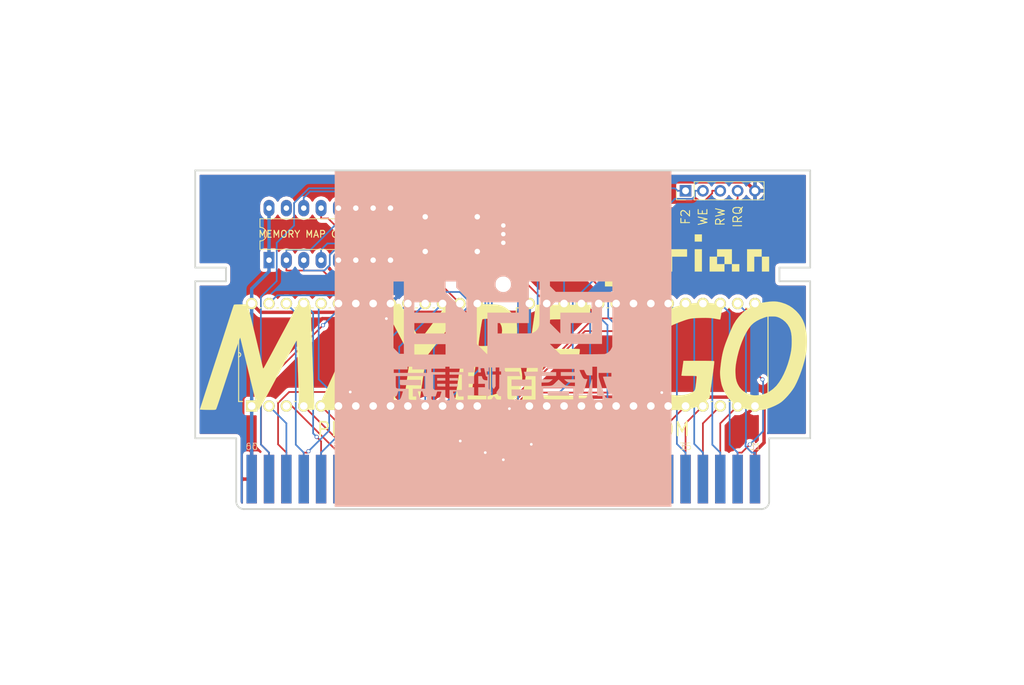
<source format=kicad_pcb>
(kicad_pcb (version 4) (host pcbnew 4.0.7)

  (general
    (links 83)
    (no_connects 0)
    (area 58.42 45.72 208.280001 146.050001)
    (thickness 1.6)
    (drawings 22)
    (tracks 380)
    (zones 0)
    (modules 11)
    (nets 62)
  )

  (page A4)
  (layers
    (0 Top signal)
    (31 Bottom signal)
    (32 B.Adhes user)
    (33 F.Adhes user hide)
    (34 B.Paste user)
    (35 F.Paste user)
    (36 B.SilkS user)
    (37 F.SilkS user)
    (38 B.Mask user)
    (39 F.Mask user)
    (40 Dwgs.User user)
    (41 Cmts.User user)
    (42 Eco1.User user hide)
    (43 Eco2.User user hide)
    (44 Edge.Cuts user)
    (45 Margin user hide)
    (46 B.CrtYd user hide)
    (47 F.CrtYd user hide)
    (48 B.Fab user hide)
    (49 F.Fab user hide)
  )

  (setup
    (last_trace_width 0.25)
    (trace_clearance 0.2)
    (zone_clearance 0.508)
    (zone_45_only yes)
    (trace_min 0.2)
    (segment_width 0.254)
    (edge_width 0.15)
    (via_size 0.6)
    (via_drill 0.4)
    (via_min_size 0.4)
    (via_min_drill 0.3)
    (uvia_size 0.3)
    (uvia_drill 0.1)
    (uvias_allowed no)
    (uvia_min_size 0.2)
    (uvia_min_drill 0.1)
    (pcb_text_width 0.3)
    (pcb_text_size 1.5 1.5)
    (mod_edge_width 0.15)
    (mod_text_size 1 1)
    (mod_text_width 0.15)
    (pad_size 7.112 1.524)
    (pad_drill 0)
    (pad_to_mask_clearance 0.2)
    (aux_axis_origin 0 0)
    (visible_elements 7FFFFFFF)
    (pcbplotparams
      (layerselection 0x010f0_80000001)
      (usegerberextensions true)
      (excludeedgelayer true)
      (linewidth 0.150000)
      (plotframeref false)
      (viasonmask false)
      (mode 1)
      (useauxorigin false)
      (hpglpennumber 1)
      (hpglpenspeed 20)
      (hpglpendiameter 15)
      (hpglpenoverlay 2)
      (psnegative false)
      (psa4output false)
      (plotreference true)
      (plotvalue true)
      (plotinvisibletext false)
      (padsonsilk false)
      (subtractmaskfromsilk false)
      (outputformat 1)
      (mirror false)
      (drillshape 0)
      (scaleselection 1)
      (outputdirectory gaba/))
  )

  (net 0 "")
  (net 1 VCC)
  (net 2 A12)
  (net 3 A7)
  (net 4 A6)
  (net 5 A5)
  (net 6 A4)
  (net 7 A3)
  (net 8 A2)
  (net 9 A1)
  (net 10 A0)
  (net 11 D0)
  (net 12 D1)
  (net 13 D2)
  (net 14 GND)
  (net 15 D3)
  (net 16 D4)
  (net 17 D5)
  (net 18 D6)
  (net 19 D7)
  (net 20 A10)
  (net 21 ROMSEL)
  (net 22 A11)
  (net 23 A9)
  (net 24 A8)
  (net 25 A13)
  (net 26 A14)
  (net 27 PA12)
  (net 28 PA7)
  (net 29 PA6)
  (net 30 PA5)
  (net 31 PA4)
  (net 32 PA3)
  (net 33 PA2)
  (net 34 PA1)
  (net 35 PA0)
  (net 36 PD0)
  (net 37 PD1)
  (net 38 PD2)
  (net 39 PD3)
  (net 40 PD4)
  (net 41 PD5)
  (net 42 PD6)
  (net 43 PD7)
  (net 44 PA13)
  (net 45 PA10)
  (net 46 RD)
  (net 47 PA11)
  (net 48 PA9)
  (net 49 PA8)
  (net 50 "Net-(IC2-Pad26)")
  (net 51 "Net-(IC2-Pad27)")
  (net 52 F2)
  (net 53 WE)
  (net 54 RW)
  (net 55 IRQ)
  (net 56 /PA13)
  (net 57 IN)
  (net 58 VRAMA10)
  (net 59 "Net-(JP1-Pad1)")
  (net 60 "Net-(JP2-Pad1)")
  (net 61 "Net-(U1-Pad15)")

  (net_class Default "Ceci est la Netclass par défaut"
    (clearance 0.2)
    (trace_width 0.25)
    (via_dia 0.6)
    (via_drill 0.4)
    (uvia_dia 0.3)
    (uvia_drill 0.1)
    (add_net /PA13)
    (add_net A0)
    (add_net A1)
    (add_net A10)
    (add_net A11)
    (add_net A12)
    (add_net A13)
    (add_net A14)
    (add_net A2)
    (add_net A3)
    (add_net A4)
    (add_net A5)
    (add_net A6)
    (add_net A7)
    (add_net A8)
    (add_net A9)
    (add_net D0)
    (add_net D1)
    (add_net D2)
    (add_net D3)
    (add_net D4)
    (add_net D5)
    (add_net D6)
    (add_net D7)
    (add_net F2)
    (add_net IN)
    (add_net IRQ)
    (add_net "Net-(IC2-Pad26)")
    (add_net "Net-(IC2-Pad27)")
    (add_net "Net-(JP1-Pad1)")
    (add_net "Net-(JP2-Pad1)")
    (add_net "Net-(U1-Pad15)")
    (add_net PA0)
    (add_net PA1)
    (add_net PA10)
    (add_net PA11)
    (add_net PA12)
    (add_net PA13)
    (add_net PA2)
    (add_net PA3)
    (add_net PA4)
    (add_net PA5)
    (add_net PA6)
    (add_net PA7)
    (add_net PA8)
    (add_net PA9)
    (add_net PD0)
    (add_net PD1)
    (add_net PD2)
    (add_net PD3)
    (add_net PD4)
    (add_net PD5)
    (add_net PD6)
    (add_net PD7)
    (add_net RD)
    (add_net ROMSEL)
    (add_net RW)
    (add_net VRAMA10)
    (add_net WE)
  )

  (net_class POWER ""
    (clearance 0.2)
    (trace_width 0.5)
    (via_dia 0.6)
    (via_drill 0.4)
    (uvia_dia 0.3)
    (uvia_drill 0.1)
    (add_net GND)
    (add_net VCC)
  )

  (module SamacSys_Parts:DIP254P1524X444-28 (layer Top) (tedit 5B0DF77D) (tstamp 5B0EB9AD)
    (at 128.27 90.17 90)
    (descr DIP254P1524X444-28)
    (tags "Integrated Circuit")
    (path /5B069A68)
    (fp_text reference "PRG ROM" (at -18.415 -16.51 360) (layer F.SilkS)
      (effects (font (size 2 2) (thickness 0.254)))
    )
    (fp_text value M27C512-90B6 (at -12.6492 -36.957 90) (layer Dwgs.User) hide
      (effects (font (size 1.27 1.27) (thickness 0.254)))
    )
    (fp_line (start -0.635 -34.163) (end -0.635 -34.925) (layer F.SilkS) (width 0.1524))
    (fp_line (start -0.635 -31.623) (end -0.635 -31.877) (layer F.SilkS) (width 0.1524))
    (fp_line (start -0.635 -29.083) (end -0.635 -29.337) (layer F.SilkS) (width 0.1524))
    (fp_line (start -0.635 -26.543) (end -0.635 -26.797) (layer F.SilkS) (width 0.1524))
    (fp_line (start -0.635 -24.003) (end -0.635 -24.257) (layer F.SilkS) (width 0.1524))
    (fp_line (start -14.351 1.905) (end -0.635 1.905) (layer F.SilkS) (width 0.1524))
    (fp_line (start -0.635 1.905) (end -0.635 1.143) (layer F.SilkS) (width 0.1524))
    (fp_line (start -0.635 -34.925) (end -7.1882 -34.925) (layer F.SilkS) (width 0.1524))
    (fp_line (start -7.1882 -34.925) (end -7.7978 -34.925) (layer F.SilkS) (width 0.1524))
    (fp_line (start -7.7978 -34.925) (end -14.351 -34.925) (layer F.SilkS) (width 0.1524))
    (fp_line (start -14.351 -34.925) (end -14.351 -34.3408) (layer F.SilkS) (width 0.1524))
    (fp_line (start -14.351 -29.337) (end -14.351 -29.083) (layer F.SilkS) (width 0.1524))
    (fp_line (start -14.351 -26.797) (end -14.351 -26.543) (layer F.SilkS) (width 0.1524))
    (fp_line (start -14.351 -24.257) (end -14.351 -24.003) (layer F.SilkS) (width 0.1524))
    (fp_line (start -14.351 -21.717) (end -14.351 -21.463) (layer F.SilkS) (width 0.1524))
    (fp_line (start -14.351 -19.177) (end -14.351 -18.923) (layer F.SilkS) (width 0.1524))
    (fp_line (start -14.351 -16.637) (end -14.351 -16.383) (layer F.SilkS) (width 0.1524))
    (fp_line (start -14.351 -14.097) (end -14.351 -13.843) (layer F.SilkS) (width 0.1524))
    (fp_line (start -14.351 -11.557) (end -14.351 -11.303) (layer F.SilkS) (width 0.1524))
    (fp_line (start -14.351 -9.017) (end -14.351 -8.763) (layer F.SilkS) (width 0.1524))
    (fp_line (start -14.351 -6.477) (end -14.351 -6.223) (layer F.SilkS) (width 0.1524))
    (fp_line (start -14.351 -3.937) (end -14.351 -3.683) (layer F.SilkS) (width 0.1524))
    (fp_line (start -14.351 -1.397) (end -14.351 -1.143) (layer F.SilkS) (width 0.1524))
    (fp_line (start -14.351 1.143) (end -14.351 1.905) (layer F.SilkS) (width 0.1524))
    (fp_line (start -0.635 -1.143) (end -0.635 -1.397) (layer F.SilkS) (width 0.1524))
    (fp_line (start -0.635 -3.683) (end -0.635 -3.937) (layer F.SilkS) (width 0.1524))
    (fp_line (start -0.635 -6.223) (end -0.635 -6.477) (layer F.SilkS) (width 0.1524))
    (fp_line (start -0.635 -8.763) (end -0.635 -9.017) (layer F.SilkS) (width 0.1524))
    (fp_line (start -0.635 -11.303) (end -0.635 -11.557) (layer F.SilkS) (width 0.1524))
    (fp_line (start -0.635 -13.843) (end -0.635 -14.097) (layer F.SilkS) (width 0.1524))
    (fp_line (start -0.635 -16.383) (end -0.635 -16.637) (layer F.SilkS) (width 0.1524))
    (fp_line (start -0.635 -18.923) (end -0.635 -19.177) (layer F.SilkS) (width 0.1524))
    (fp_line (start -0.635 -21.463) (end -0.635 -21.717) (layer F.SilkS) (width 0.1524))
    (fp_arc (start -7.493 -34.925) (end -7.1882 -34.925) (angle 180) (layer F.SilkS) (width 0.1524))
    (pad 1 thru_hole rect (at -15.0114 -33.02 180) (size 1.6764 1.6764) (drill 1.1176) (layers *.Cu *.Mask F.SilkS)
      (net 1 VCC))
    (pad 2 thru_hole circle (at -15.0114 -30.48 180) (size 1.6764 1.6764) (drill 1.1176) (layers *.Cu *.Mask F.SilkS)
      (net 2 A12))
    (pad 3 thru_hole circle (at -15.0114 -27.94 180) (size 1.6764 1.6764) (drill 1.1176) (layers *.Cu *.Mask F.SilkS)
      (net 3 A7))
    (pad 4 thru_hole circle (at -15.0114 -25.4 180) (size 1.6764 1.6764) (drill 1.1176) (layers *.Cu *.Mask F.SilkS)
      (net 4 A6))
    (pad 5 thru_hole circle (at -15.0114 -22.86 180) (size 1.6764 1.6764) (drill 1.1176) (layers *.Cu *.Mask F.SilkS)
      (net 5 A5))
    (pad 6 thru_hole circle (at -15.0114 -20.32 180) (size 1.6764 1.6764) (drill 1.1176) (layers *.Cu *.Mask F.SilkS)
      (net 6 A4))
    (pad 7 thru_hole circle (at -15.0114 -17.78 180) (size 1.6764 1.6764) (drill 1.1176) (layers *.Cu *.Mask F.SilkS)
      (net 7 A3))
    (pad 8 thru_hole circle (at -15.0114 -15.24 180) (size 1.6764 1.6764) (drill 1.1176) (layers *.Cu *.Mask F.SilkS)
      (net 8 A2))
    (pad 9 thru_hole circle (at -15.0114 -12.7 180) (size 1.6764 1.6764) (drill 1.1176) (layers *.Cu *.Mask F.SilkS)
      (net 9 A1))
    (pad 10 thru_hole circle (at -15.0114 -10.16 180) (size 1.6764 1.6764) (drill 1.1176) (layers *.Cu *.Mask F.SilkS)
      (net 10 A0))
    (pad 11 thru_hole circle (at -15.0114 -7.62 180) (size 1.6764 1.6764) (drill 1.1176) (layers *.Cu *.Mask F.SilkS)
      (net 11 D0))
    (pad 12 thru_hole circle (at -15.0114 -5.08 180) (size 1.6764 1.6764) (drill 1.1176) (layers *.Cu *.Mask F.SilkS)
      (net 12 D1))
    (pad 13 thru_hole circle (at -15.0114 -2.54 180) (size 1.6764 1.6764) (drill 1.1176) (layers *.Cu *.Mask F.SilkS)
      (net 13 D2))
    (pad 14 thru_hole circle (at -15.0114 0 180) (size 1.6764 1.6764) (drill 1.1176) (layers *.Cu *.Mask F.SilkS)
      (net 14 GND))
    (pad 15 thru_hole circle (at 0 0 180) (size 1.6764 1.6764) (drill 1.1176) (layers *.Cu *.Mask F.SilkS)
      (net 15 D3))
    (pad 16 thru_hole circle (at 0 -2.54 180) (size 1.6764 1.6764) (drill 1.1176) (layers *.Cu *.Mask F.SilkS)
      (net 16 D4))
    (pad 17 thru_hole circle (at 0 -5.08 180) (size 1.6764 1.6764) (drill 1.1176) (layers *.Cu *.Mask F.SilkS)
      (net 17 D5))
    (pad 18 thru_hole circle (at 0 -7.62 180) (size 1.6764 1.6764) (drill 1.1176) (layers *.Cu *.Mask F.SilkS)
      (net 18 D6))
    (pad 19 thru_hole circle (at 0 -10.16 180) (size 1.6764 1.6764) (drill 1.1176) (layers *.Cu *.Mask F.SilkS)
      (net 19 D7))
    (pad 20 thru_hole circle (at 0 -12.7 180) (size 1.6764 1.6764) (drill 1.1176) (layers *.Cu *.Mask F.SilkS)
      (net 14 GND))
    (pad 21 thru_hole circle (at 0 -15.24 180) (size 1.6764 1.6764) (drill 1.1176) (layers *.Cu *.Mask F.SilkS)
      (net 20 A10))
    (pad 22 thru_hole circle (at 0 -17.78 180) (size 1.6764 1.6764) (drill 1.1176) (layers *.Cu *.Mask F.SilkS)
      (net 21 ROMSEL))
    (pad 23 thru_hole circle (at 0 -20.32 180) (size 1.6764 1.6764) (drill 1.1176) (layers *.Cu *.Mask F.SilkS)
      (net 22 A11))
    (pad 24 thru_hole circle (at 0 -22.86 180) (size 1.6764 1.6764) (drill 1.1176) (layers *.Cu *.Mask F.SilkS)
      (net 23 A9))
    (pad 25 thru_hole circle (at 0 -25.4 180) (size 1.6764 1.6764) (drill 1.1176) (layers *.Cu *.Mask F.SilkS)
      (net 24 A8))
    (pad 26 thru_hole circle (at 0 -27.94 180) (size 1.6764 1.6764) (drill 1.1176) (layers *.Cu *.Mask F.SilkS)
      (net 25 A13))
    (pad 27 thru_hole circle (at 0 -30.48 180) (size 1.6764 1.6764) (drill 1.1176) (layers *.Cu *.Mask F.SilkS)
      (net 26 A14))
    (pad 28 thru_hole circle (at 0 -33.02 180) (size 1.6764 1.6764) (drill 1.1176) (layers *.Cu *.Mask F.SilkS)
      (net 1 VCC))
  )

  (module SamacSys_Parts:DIP254P1524X444-28 (layer Top) (tedit 5B0DF770) (tstamp 5B0EB9EF)
    (at 168.91 90.17 90)
    (descr DIP254P1524X444-28)
    (tags "Integrated Circuit")
    (path /5B069AFD)
    (fp_text reference "CHR ROM" (at -18.415 -16.51 360) (layer F.SilkS)
      (effects (font (size 2 2) (thickness 0.254)))
    )
    (fp_text value M27C512-90B6 (at -12.6492 -36.957 90) (layer Dwgs.User) hide
      (effects (font (size 1.27 1.27) (thickness 0.254)))
    )
    (fp_line (start -0.635 -34.163) (end -0.635 -34.925) (layer F.SilkS) (width 0.1524))
    (fp_line (start -0.635 -31.623) (end -0.635 -31.877) (layer F.SilkS) (width 0.1524))
    (fp_line (start -0.635 -29.083) (end -0.635 -29.337) (layer F.SilkS) (width 0.1524))
    (fp_line (start -0.635 -26.543) (end -0.635 -26.797) (layer F.SilkS) (width 0.1524))
    (fp_line (start -0.635 -24.003) (end -0.635 -24.257) (layer F.SilkS) (width 0.1524))
    (fp_line (start -14.351 1.905) (end -0.635 1.905) (layer F.SilkS) (width 0.1524))
    (fp_line (start -0.635 1.905) (end -0.635 1.143) (layer F.SilkS) (width 0.1524))
    (fp_line (start -0.635 -34.925) (end -7.1882 -34.925) (layer F.SilkS) (width 0.1524))
    (fp_line (start -7.1882 -34.925) (end -7.7978 -34.925) (layer F.SilkS) (width 0.1524))
    (fp_line (start -7.7978 -34.925) (end -14.351 -34.925) (layer F.SilkS) (width 0.1524))
    (fp_line (start -14.351 -34.925) (end -14.351 -34.3408) (layer F.SilkS) (width 0.1524))
    (fp_line (start -14.351 -29.337) (end -14.351 -29.083) (layer F.SilkS) (width 0.1524))
    (fp_line (start -14.351 -26.797) (end -14.351 -26.543) (layer F.SilkS) (width 0.1524))
    (fp_line (start -14.351 -24.257) (end -14.351 -24.003) (layer F.SilkS) (width 0.1524))
    (fp_line (start -14.351 -21.717) (end -14.351 -21.463) (layer F.SilkS) (width 0.1524))
    (fp_line (start -14.351 -19.177) (end -14.351 -18.923) (layer F.SilkS) (width 0.1524))
    (fp_line (start -14.351 -16.637) (end -14.351 -16.383) (layer F.SilkS) (width 0.1524))
    (fp_line (start -14.351 -14.097) (end -14.351 -13.843) (layer F.SilkS) (width 0.1524))
    (fp_line (start -14.351 -11.557) (end -14.351 -11.303) (layer F.SilkS) (width 0.1524))
    (fp_line (start -14.351 -9.017) (end -14.351 -8.763) (layer F.SilkS) (width 0.1524))
    (fp_line (start -14.351 -6.477) (end -14.351 -6.223) (layer F.SilkS) (width 0.1524))
    (fp_line (start -14.351 -3.937) (end -14.351 -3.683) (layer F.SilkS) (width 0.1524))
    (fp_line (start -14.351 -1.397) (end -14.351 -1.143) (layer F.SilkS) (width 0.1524))
    (fp_line (start -14.351 1.143) (end -14.351 1.905) (layer F.SilkS) (width 0.1524))
    (fp_line (start -0.635 -1.143) (end -0.635 -1.397) (layer F.SilkS) (width 0.1524))
    (fp_line (start -0.635 -3.683) (end -0.635 -3.937) (layer F.SilkS) (width 0.1524))
    (fp_line (start -0.635 -6.223) (end -0.635 -6.477) (layer F.SilkS) (width 0.1524))
    (fp_line (start -0.635 -8.763) (end -0.635 -9.017) (layer F.SilkS) (width 0.1524))
    (fp_line (start -0.635 -11.303) (end -0.635 -11.557) (layer F.SilkS) (width 0.1524))
    (fp_line (start -0.635 -13.843) (end -0.635 -14.097) (layer F.SilkS) (width 0.1524))
    (fp_line (start -0.635 -16.383) (end -0.635 -16.637) (layer F.SilkS) (width 0.1524))
    (fp_line (start -0.635 -18.923) (end -0.635 -19.177) (layer F.SilkS) (width 0.1524))
    (fp_line (start -0.635 -21.463) (end -0.635 -21.717) (layer F.SilkS) (width 0.1524))
    (fp_arc (start -7.493 -34.925) (end -7.1882 -34.925) (angle 180) (layer F.SilkS) (width 0.1524))
    (pad 1 thru_hole rect (at -15.0114 -33.02 180) (size 1.6764 1.6764) (drill 1.1176) (layers *.Cu *.Mask F.SilkS)
      (net 1 VCC))
    (pad 2 thru_hole circle (at -15.0114 -30.48 180) (size 1.6764 1.6764) (drill 1.1176) (layers *.Cu *.Mask F.SilkS)
      (net 27 PA12))
    (pad 3 thru_hole circle (at -15.0114 -27.94 180) (size 1.6764 1.6764) (drill 1.1176) (layers *.Cu *.Mask F.SilkS)
      (net 28 PA7))
    (pad 4 thru_hole circle (at -15.0114 -25.4 180) (size 1.6764 1.6764) (drill 1.1176) (layers *.Cu *.Mask F.SilkS)
      (net 29 PA6))
    (pad 5 thru_hole circle (at -15.0114 -22.86 180) (size 1.6764 1.6764) (drill 1.1176) (layers *.Cu *.Mask F.SilkS)
      (net 30 PA5))
    (pad 6 thru_hole circle (at -15.0114 -20.32 180) (size 1.6764 1.6764) (drill 1.1176) (layers *.Cu *.Mask F.SilkS)
      (net 31 PA4))
    (pad 7 thru_hole circle (at -15.0114 -17.78 180) (size 1.6764 1.6764) (drill 1.1176) (layers *.Cu *.Mask F.SilkS)
      (net 32 PA3))
    (pad 8 thru_hole circle (at -15.0114 -15.24 180) (size 1.6764 1.6764) (drill 1.1176) (layers *.Cu *.Mask F.SilkS)
      (net 33 PA2))
    (pad 9 thru_hole circle (at -15.0114 -12.7 180) (size 1.6764 1.6764) (drill 1.1176) (layers *.Cu *.Mask F.SilkS)
      (net 34 PA1))
    (pad 10 thru_hole circle (at -15.0114 -10.16 180) (size 1.6764 1.6764) (drill 1.1176) (layers *.Cu *.Mask F.SilkS)
      (net 35 PA0))
    (pad 11 thru_hole circle (at -15.0114 -7.62 180) (size 1.6764 1.6764) (drill 1.1176) (layers *.Cu *.Mask F.SilkS)
      (net 36 PD0))
    (pad 12 thru_hole circle (at -15.0114 -5.08 180) (size 1.6764 1.6764) (drill 1.1176) (layers *.Cu *.Mask F.SilkS)
      (net 37 PD1))
    (pad 13 thru_hole circle (at -15.0114 -2.54 180) (size 1.6764 1.6764) (drill 1.1176) (layers *.Cu *.Mask F.SilkS)
      (net 38 PD2))
    (pad 14 thru_hole circle (at -15.0114 0 180) (size 1.6764 1.6764) (drill 1.1176) (layers *.Cu *.Mask F.SilkS)
      (net 14 GND))
    (pad 15 thru_hole circle (at 0 0 180) (size 1.6764 1.6764) (drill 1.1176) (layers *.Cu *.Mask F.SilkS)
      (net 39 PD3))
    (pad 16 thru_hole circle (at 0 -2.54 180) (size 1.6764 1.6764) (drill 1.1176) (layers *.Cu *.Mask F.SilkS)
      (net 40 PD4))
    (pad 17 thru_hole circle (at 0 -5.08 180) (size 1.6764 1.6764) (drill 1.1176) (layers *.Cu *.Mask F.SilkS)
      (net 41 PD5))
    (pad 18 thru_hole circle (at 0 -7.62 180) (size 1.6764 1.6764) (drill 1.1176) (layers *.Cu *.Mask F.SilkS)
      (net 42 PD6))
    (pad 19 thru_hole circle (at 0 -10.16 180) (size 1.6764 1.6764) (drill 1.1176) (layers *.Cu *.Mask F.SilkS)
      (net 43 PD7))
    (pad 20 thru_hole circle (at 0 -12.7 180) (size 1.6764 1.6764) (drill 1.1176) (layers *.Cu *.Mask F.SilkS)
      (net 44 PA13))
    (pad 21 thru_hole circle (at 0 -15.24 180) (size 1.6764 1.6764) (drill 1.1176) (layers *.Cu *.Mask F.SilkS)
      (net 45 PA10))
    (pad 22 thru_hole circle (at 0 -17.78 180) (size 1.6764 1.6764) (drill 1.1176) (layers *.Cu *.Mask F.SilkS)
      (net 46 RD))
    (pad 23 thru_hole circle (at 0 -20.32 180) (size 1.6764 1.6764) (drill 1.1176) (layers *.Cu *.Mask F.SilkS)
      (net 47 PA11))
    (pad 24 thru_hole circle (at 0 -22.86 180) (size 1.6764 1.6764) (drill 1.1176) (layers *.Cu *.Mask F.SilkS)
      (net 48 PA9))
    (pad 25 thru_hole circle (at 0 -25.4 180) (size 1.6764 1.6764) (drill 1.1176) (layers *.Cu *.Mask F.SilkS)
      (net 49 PA8))
    (pad 26 thru_hole circle (at 0 -27.94 180) (size 1.6764 1.6764) (drill 1.1176) (layers *.Cu *.Mask F.SilkS)
      (net 50 "Net-(IC2-Pad26)"))
    (pad 27 thru_hole circle (at 0 -30.48 180) (size 1.6764 1.6764) (drill 1.1176) (layers *.Cu *.Mask F.SilkS)
      (net 51 "Net-(IC2-Pad27)"))
    (pad 28 thru_hole circle (at 0 -33.02 180) (size 1.6764 1.6764) (drill 1.1176) (layers *.Cu *.Mask F.SilkS)
      (net 1 VCC))
  )

  (module Pin_Headers:Pin_Header_Straight_1x05_Pitch2.54mm (layer Top) (tedit 5B0DE793) (tstamp 5B0EBA08)
    (at 158.75 73.66 90)
    (descr "Through hole straight pin header, 1x05, 2.54mm pitch, single row")
    (tags "Through hole pin header THT 1x05 2.54mm single row")
    (path /5B0693AC)
    (fp_text reference DEBUG_EXT (at 0 -6.35 180) (layer F.SilkS)
      (effects (font (size 1 1) (thickness 0.15)))
    )
    (fp_text value DEBUG (at 0 12.49 90) (layer F.Fab)
      (effects (font (size 1 1) (thickness 0.15)))
    )
    (fp_line (start -0.635 -1.27) (end 1.27 -1.27) (layer F.Fab) (width 0.1))
    (fp_line (start 1.27 -1.27) (end 1.27 11.43) (layer F.Fab) (width 0.1))
    (fp_line (start 1.27 11.43) (end -1.27 11.43) (layer F.Fab) (width 0.1))
    (fp_line (start -1.27 11.43) (end -1.27 -0.635) (layer F.Fab) (width 0.1))
    (fp_line (start -1.27 -0.635) (end -0.635 -1.27) (layer F.Fab) (width 0.1))
    (fp_line (start -1.33 11.49) (end 1.33 11.49) (layer F.SilkS) (width 0.12))
    (fp_line (start -1.33 1.27) (end -1.33 11.49) (layer F.SilkS) (width 0.12))
    (fp_line (start 1.33 1.27) (end 1.33 11.49) (layer F.SilkS) (width 0.12))
    (fp_line (start -1.33 1.27) (end 1.33 1.27) (layer F.SilkS) (width 0.12))
    (fp_line (start -1.33 0) (end -1.33 -1.33) (layer F.SilkS) (width 0.12))
    (fp_line (start -1.33 -1.33) (end 0 -1.33) (layer F.SilkS) (width 0.12))
    (fp_line (start -1.8 -1.8) (end -1.8 11.95) (layer F.CrtYd) (width 0.05))
    (fp_line (start -1.8 11.95) (end 1.8 11.95) (layer F.CrtYd) (width 0.05))
    (fp_line (start 1.8 11.95) (end 1.8 -1.8) (layer F.CrtYd) (width 0.05))
    (fp_line (start 1.8 -1.8) (end -1.8 -1.8) (layer F.CrtYd) (width 0.05))
    (fp_text user %R (at 0 5.08 180) (layer F.Fab)
      (effects (font (size 1 1) (thickness 0.15)))
    )
    (pad 1 thru_hole rect (at 0 0 90) (size 1.7 1.7) (drill 1) (layers *.Cu *.Mask)
      (net 52 F2))
    (pad 2 thru_hole oval (at 0 2.54 90) (size 1.7 1.7) (drill 1) (layers *.Cu *.Mask)
      (net 53 WE))
    (pad 3 thru_hole oval (at 0 5.08 90) (size 1.7 1.7) (drill 1) (layers *.Cu *.Mask)
      (net 54 RW))
    (pad 4 thru_hole oval (at 0 7.62 90) (size 1.7 1.7) (drill 1) (layers *.Cu *.Mask)
      (net 55 IRQ))
    (pad 5 thru_hole oval (at 0 10.16 90) (size 1.7 1.7) (drill 1) (layers *.Cu *.Mask)
      (net 14 GND))
    (model ${KISYS3DMOD}/Pin_Headers.3dshapes/Pin_Header_Straight_1x05_Pitch2.54mm.wrl
      (at (xyz 0 0 0))
      (scale (xyz 1 1 1))
      (rotate (xyz 0 0 0))
    )
  )

  (module GAME:FAMICOM (layer Top) (tedit 5B0DE6EF) (tstamp 5B0EBA58)
    (at 132.08 107.95)
    (path /5B06939F)
    (fp_text reference J2 (at 0 0) (layer Dwgs.User)
      (effects (font (thickness 0.15)))
    )
    (fp_text value "EDGE CONNECTOR" (at 0 0) (layer Dwgs.User)
      (effects (font (thickness 0.15)))
    )
    (fp_text user 1 (at 37.1475 3.175) (layer B.SilkS)
      (effects (font (size 0.9652 0.9652) (thickness 0.08128)) (justify left mirror))
    )
    (fp_text user "" (at -37.465 0.9525) (layer B.SilkS)
      (effects (font (size 0.84455 0.84455) (thickness 0.14224)) (justify right top mirror))
    )
    (fp_text user 5 (at 26.9875 3.175) (layer B.SilkS)
      (effects (font (size 0.9652 0.9652) (thickness 0.08128)) (justify left mirror))
    )
    (fp_text user 10 (at 13.97 3.175) (layer B.SilkS)
      (effects (font (size 0.9652 0.9652) (thickness 0.08128)) (justify mirror))
    )
    (fp_text user 15 (at 1.27 3.175) (layer B.SilkS)
      (effects (font (size 0.9652 0.9652) (thickness 0.08128)) (justify mirror))
    )
    (fp_text user 20 (at -11.43 3.175) (layer B.SilkS)
      (effects (font (size 0.9652 0.9652) (thickness 0.08128)) (justify mirror))
    )
    (fp_text user 25 (at -24.13 3.175) (layer B.SilkS)
      (effects (font (size 0.9652 0.9652) (thickness 0.08128)) (justify mirror))
    )
    (fp_text user 30 (at -36.83 3.175) (layer B.SilkS)
      (effects (font (size 0.9652 0.9652) (thickness 0.08128)) (justify mirror))
    )
    (fp_text user 60 (at -37.7825 3.175) (layer F.SilkS)
      (effects (font (size 0.9652 0.9652) (thickness 0.08128)) (justify left))
    )
    (fp_text user "" (at -37.1475 1.905) (layer F.SilkS)
      (effects (font (size 0.84455 0.84455) (thickness 0.14224)) (justify left bottom))
    )
    (fp_text user 55 (at -24.9112 3.1176) (layer F.SilkS)
      (effects (font (size 0.9652 0.9652) (thickness 0.08128)) (justify left))
    )
    (fp_text user 50 (at -11.3984 3.1684) (layer F.SilkS)
      (effects (font (size 0.9652 0.9652) (thickness 0.08128)))
    )
    (fp_text user 45 (at 1.327 3.1303) (layer F.SilkS)
      (effects (font (size 0.9652 0.9652) (thickness 0.08128)))
    )
    (fp_text user 40 (at 13.9508 3.1684) (layer F.SilkS)
      (effects (font (size 0.9652 0.9652) (thickness 0.08128)))
    )
    (fp_text user 35 (at 26.6635 3.1557) (layer F.SilkS)
      (effects (font (size 0.9652 0.9652) (thickness 0.08128)))
    )
    (fp_text user 31 (at 36.83 3.175) (layer F.SilkS)
      (effects (font (size 0.9652 0.9652) (thickness 0.08128)))
    )
    (pad 1 smd rect (at 36.83 7.9375 90) (size 7.112 1.524) (layers Bottom B.Paste B.Mask)
      (net 40 PD4))
    (pad 2 smd rect (at 34.29 7.9375 90) (size 7.112 1.524) (layers Bottom B.Paste B.Mask)
      (net 41 PD5))
    (pad 3 smd rect (at 31.75 7.9375 90) (size 7.112 1.524) (layers Bottom B.Paste B.Mask)
      (net 42 PD6))
    (pad 4 smd rect (at 29.21 7.9375 90) (size 7.112 1.524) (layers Bottom B.Paste B.Mask)
      (net 43 PD7))
    (pad 5 smd rect (at 26.67 7.9375 90) (size 7.112 1.524) (layers Bottom B.Paste B.Mask)
      (net 44 PA13))
    (pad 6 smd rect (at 24.13 7.9375 90) (size 7.112 1.524) (layers Bottom B.Paste B.Mask)
      (net 27 PA12))
    (pad 7 smd rect (at 21.59 7.9375 90) (size 7.112 1.524) (layers Bottom B.Paste B.Mask)
      (net 47 PA11))
    (pad 8 smd rect (at 19.05 7.9375 90) (size 7.112 1.524) (layers Bottom B.Paste B.Mask)
      (net 45 PA10))
    (pad 9 smd rect (at 16.51 7.9375 90) (size 7.112 1.524) (layers Bottom B.Paste B.Mask)
      (net 48 PA9))
    (pad 10 smd rect (at 13.97 7.9375 90) (size 7.112 1.524) (layers Bottom B.Paste B.Mask)
      (net 49 PA8))
    (pad 11 smd rect (at 11.43 7.9375 90) (size 7.112 1.524) (layers Bottom B.Paste B.Mask)
      (net 28 PA7))
    (pad 12 smd rect (at 8.89 7.9375 90) (size 7.112 1.524) (layers Bottom B.Paste B.Mask)
      (net 56 /PA13))
    (pad 13 smd rect (at 6.35 7.9375 90) (size 7.112 1.524) (layers Bottom B.Paste B.Mask)
      (net 56 /PA13))
    (pad 14 smd rect (at 3.81 7.9375 90) (size 7.112 1.524) (layers Bottom B.Paste B.Mask)
      (net 53 WE))
    (pad 15 smd rect (at 1.27 7.9375 90) (size 7.112 1.524) (layers Bottom B.Paste B.Mask)
      (net 57 IN))
    (pad 16 smd rect (at -1.27 7.9375 90) (size 7.112 1.524) (layers Bottom B.Paste B.Mask)
      (net 57 IN))
    (pad 17 smd rect (at -3.81 7.9375 90) (size 7.112 1.524) (layers Bottom B.Paste B.Mask)
      (net 21 ROMSEL))
    (pad 18 smd rect (at -6.35 7.9375 90) (size 7.112 1.524) (layers Bottom B.Paste B.Mask)
      (net 11 D0))
    (pad 19 smd rect (at -8.89 7.9375 90) (size 7.112 1.524) (layers Bottom B.Paste B.Mask)
      (net 12 D1))
    (pad 20 smd rect (at -11.43 7.9375 90) (size 7.112 1.524) (layers Bottom B.Paste B.Mask)
      (net 13 D2))
    (pad 21 smd rect (at -13.97 7.9375 90) (size 7.112 1.524) (layers Bottom B.Paste B.Mask)
      (net 15 D3))
    (pad 22 smd rect (at -16.51 7.9375 90) (size 7.112 1.524) (layers Bottom B.Paste B.Mask)
      (net 16 D4))
    (pad 23 smd rect (at -19.05 7.9375 90) (size 7.112 1.524) (layers Bottom B.Paste B.Mask)
      (net 17 D5))
    (pad 24 smd rect (at -21.59 7.9375 90) (size 7.112 1.524) (layers Bottom B.Paste B.Mask)
      (net 18 D6))
    (pad 25 smd rect (at -24.13 7.9375 90) (size 7.112 1.524) (layers Bottom B.Paste B.Mask)
      (net 19 D7))
    (pad 26 smd rect (at -26.67 7.9375 90) (size 7.112 1.524) (layers Bottom B.Paste B.Mask)
      (net 26 A14))
    (pad 27 smd rect (at -29.21 7.9375 90) (size 7.112 1.524) (layers Bottom B.Paste B.Mask)
      (net 25 A13))
    (pad 28 smd rect (at -31.75 7.9375 90) (size 7.112 1.524) (layers Bottom B.Paste B.Mask)
      (net 2 A12))
    (pad 29 smd rect (at -34.29 7.9375 90) (size 7.112 1.524) (layers Bottom B.Paste B.Mask)
      (net 52 F2))
    (pad 30 smd rect (at -36.83 7.9375 90) (size 7.112 1.524) (layers Bottom B.Paste B.Mask)
      (net 1 VCC))
    (pad 31 smd rect (at 36.83 7.9375 90) (size 7.112 1.524) (layers Top F.Paste F.Mask)
      (net 1 VCC))
    (pad 32 smd rect (at 34.29 7.9375 90) (size 7.112 1.524) (layers Top F.Paste F.Mask)
      (net 39 PD3))
    (pad 33 smd rect (at 31.75 7.9375 90) (size 7.112 1.524) (layers Top F.Paste F.Mask)
      (net 38 PD2))
    (pad 34 smd rect (at 29.21 7.9375 90) (size 7.112 1.524) (layers Top F.Paste F.Mask)
      (net 37 PD1))
    (pad 35 smd rect (at 26.67 7.9375 90) (size 7.112 1.524) (layers Top F.Paste F.Mask)
      (net 36 PD0))
    (pad 36 smd rect (at 24.13 7.9375 90) (size 7.112 1.524) (layers Top F.Paste F.Mask)
      (net 35 PA0))
    (pad 37 smd rect (at 21.59 7.9375 90) (size 7.112 1.524) (layers Top F.Paste F.Mask)
      (net 34 PA1))
    (pad 38 smd rect (at 19.05 7.9375 90) (size 7.112 1.524) (layers Top F.Paste F.Mask)
      (net 33 PA2))
    (pad 39 smd rect (at 16.51 7.9375 90) (size 7.112 1.524) (layers Top F.Paste F.Mask)
      (net 32 PA3))
    (pad 40 smd rect (at 13.97 7.9375 90) (size 7.112 1.524) (layers Top F.Paste F.Mask)
      (net 31 PA4))
    (pad 41 smd rect (at 11.43 7.9375 90) (size 7.112 1.524) (layers Top F.Paste F.Mask)
      (net 30 PA5))
    (pad 42 smd rect (at 8.89 7.9375 90) (size 7.112 1.524) (layers Top F.Paste F.Mask)
      (net 29 PA6))
    (pad 43 smd rect (at 6.35 7.9375 90) (size 7.112 1.524) (layers Top F.Paste F.Mask)
      (net 58 VRAMA10))
    (pad 44 smd rect (at 3.81 7.9375 90) (size 7.112 1.524) (layers Top F.Paste F.Mask)
      (net 46 RD))
    (pad 45 smd rect (at 1.27 7.9375 90) (size 7.112 1.524) (layers Top F.Paste F.Mask)
      (net 14 GND))
    (pad 46 smd rect (at -1.27 7.9375 90) (size 7.112 1.524) (layers Top F.Paste F.Mask)
      (net 55 IRQ))
    (pad 47 smd rect (at -3.81 7.9375 90) (size 7.112 1.524) (layers Top F.Paste F.Mask)
      (net 54 RW))
    (pad 48 smd rect (at -6.35 7.9375 90) (size 7.112 1.524) (layers Top F.Paste F.Mask)
      (net 10 A0))
    (pad 49 smd rect (at -8.89 7.9375 90) (size 7.112 1.524) (layers Top F.Paste F.Mask)
      (net 9 A1))
    (pad 50 smd rect (at -11.43 7.9375 90) (size 7.112 1.524) (layers Top F.Paste F.Mask)
      (net 8 A2))
    (pad 51 smd rect (at -13.97 7.9375 90) (size 7.112 1.524) (layers Top F.Paste F.Mask)
      (net 7 A3))
    (pad 52 smd rect (at -16.51 7.9375 90) (size 7.112 1.524) (layers Top F.Paste F.Mask)
      (net 6 A4))
    (pad 53 smd rect (at -19.05 7.9375 90) (size 7.112 1.524) (layers Top F.Paste F.Mask)
      (net 5 A5))
    (pad 54 smd rect (at -21.59 7.9375 90) (size 7.112 1.524) (layers Top F.Paste F.Mask)
      (net 4 A6))
    (pad 55 smd rect (at -24.13 7.9375 90) (size 7.112 1.524) (layers Top F.Paste F.Mask)
      (net 3 A7))
    (pad 56 smd rect (at -26.67 7.9375 90) (size 7.112 1.524) (layers Top F.Paste F.Mask)
      (net 24 A8))
    (pad 57 smd rect (at -29.21 7.9375 90) (size 7.112 1.524) (layers Top F.Paste F.Mask)
      (net 23 A9))
    (pad 58 smd rect (at -31.75 7.9375 90) (size 7.112 1.524) (layers Top F.Paste F.Mask)
      (net 20 A10))
    (pad 59 smd rect (at -34.29 7.9375 90) (size 7.112 1.524) (layers Top F.Paste F.Mask)
      (net 22 A11))
    (pad 60 smd rect (at -36.83 7.9375 90) (size 7.112 1.524) (layers Top F.Paste F.Mask)
      (net 14 GND))
  )

  (module Pin_Headers:Pin_Header_Straight_1x03_Pitch1.27mm (layer Top) (tedit 5B0DE804) (tstamp 5B0EBA71)
    (at 132.08 78.74)
    (descr "Through hole straight pin header, 1x03, 1.27mm pitch, single row")
    (tags "Through hole pin header THT 1x03 1.27mm single row")
    (path /5B0DD858)
    (fp_text reference H/V (at 0 -1.695) (layer F.SilkS)
      (effects (font (size 1 1) (thickness 0.15)))
    )
    (fp_text value Conn_01x03 (at 0 4.235) (layer F.Fab)
      (effects (font (size 1 1) (thickness 0.15)))
    )
    (fp_line (start -0.525 -0.635) (end 1.05 -0.635) (layer F.Fab) (width 0.1))
    (fp_line (start 1.05 -0.635) (end 1.05 3.175) (layer F.Fab) (width 0.1))
    (fp_line (start 1.05 3.175) (end -1.05 3.175) (layer F.Fab) (width 0.1))
    (fp_line (start -1.05 3.175) (end -1.05 -0.11) (layer F.Fab) (width 0.1))
    (fp_line (start -1.05 -0.11) (end -0.525 -0.635) (layer F.Fab) (width 0.1))
    (fp_line (start -1.11 3.235) (end -0.30753 3.235) (layer F.SilkS) (width 0.12))
    (fp_line (start 0.30753 3.235) (end 1.11 3.235) (layer F.SilkS) (width 0.12))
    (fp_line (start -1.11 0.76) (end -1.11 3.235) (layer F.SilkS) (width 0.12))
    (fp_line (start 1.11 0.76) (end 1.11 3.235) (layer F.SilkS) (width 0.12))
    (fp_line (start -1.11 0.76) (end -0.563471 0.76) (layer F.SilkS) (width 0.12))
    (fp_line (start 0.563471 0.76) (end 1.11 0.76) (layer F.SilkS) (width 0.12))
    (fp_line (start -1.11 0) (end -1.11 -0.76) (layer F.SilkS) (width 0.12))
    (fp_line (start -1.11 -0.76) (end 0 -0.76) (layer F.SilkS) (width 0.12))
    (fp_line (start -1.55 -1.15) (end -1.55 3.7) (layer F.CrtYd) (width 0.05))
    (fp_line (start -1.55 3.7) (end 1.55 3.7) (layer F.CrtYd) (width 0.05))
    (fp_line (start 1.55 3.7) (end 1.55 -1.15) (layer F.CrtYd) (width 0.05))
    (fp_line (start 1.55 -1.15) (end -1.55 -1.15) (layer F.CrtYd) (width 0.05))
    (fp_text user %R (at 0 1.27 90) (layer F.Fab)
      (effects (font (size 1 1) (thickness 0.15)))
    )
    (pad 1 thru_hole rect (at 0 0) (size 1 1) (drill 0.65) (layers *.Cu *.Mask)
      (net 45 PA10))
    (pad 2 thru_hole oval (at 0 1.27) (size 1 1) (drill 0.65) (layers *.Cu *.Mask)
      (net 58 VRAMA10))
    (pad 3 thru_hole oval (at 0 2.54) (size 1 1) (drill 0.65) (layers *.Cu *.Mask)
      (net 47 PA11))
    (model ${KISYS3DMOD}/Pin_Headers.3dshapes/Pin_Header_Straight_1x03_Pitch1.27mm.wrl
      (at (xyz 0 0 0))
      (scale (xyz 1 1 1))
      (rotate (xyz 0 0 0))
    )
  )

  (module Diodes_THT:D_DO-35_SOD27_P7.62mm_Horizontal (layer Top) (tedit 5B0DE76D) (tstamp 5B0EBA8A)
    (at 120.65 77.47)
    (descr "D, DO-35_SOD27 series, Axial, Horizontal, pin pitch=7.62mm, , length*diameter=4*2mm^2, , http://www.diodes.com/_files/packages/DO-35.pdf")
    (tags "D DO-35_SOD27 series Axial Horizontal pin pitch 7.62mm  length 4mm diameter 2mm")
    (path /5B0DD5A9)
    (fp_text reference D1 (at 3.81 0) (layer F.SilkS)
      (effects (font (size 1 1) (thickness 0.15)))
    )
    (fp_text value Jumper (at 3.81 2.06) (layer F.Fab)
      (effects (font (size 1 1) (thickness 0.15)))
    )
    (fp_text user %R (at 3.81 0) (layer F.Fab)
      (effects (font (size 1 1) (thickness 0.15)))
    )
    (fp_line (start 1.81 -1) (end 1.81 1) (layer F.Fab) (width 0.1))
    (fp_line (start 1.81 1) (end 5.81 1) (layer F.Fab) (width 0.1))
    (fp_line (start 5.81 1) (end 5.81 -1) (layer F.Fab) (width 0.1))
    (fp_line (start 5.81 -1) (end 1.81 -1) (layer F.Fab) (width 0.1))
    (fp_line (start 0 0) (end 1.81 0) (layer F.Fab) (width 0.1))
    (fp_line (start 7.62 0) (end 5.81 0) (layer F.Fab) (width 0.1))
    (fp_line (start 2.41 -1) (end 2.41 1) (layer F.Fab) (width 0.1))
    (fp_line (start 1.75 -1.06) (end 1.75 1.06) (layer F.SilkS) (width 0.12))
    (fp_line (start 1.75 1.06) (end 5.87 1.06) (layer F.SilkS) (width 0.12))
    (fp_line (start 5.87 1.06) (end 5.87 -1.06) (layer F.SilkS) (width 0.12))
    (fp_line (start 5.87 -1.06) (end 1.75 -1.06) (layer F.SilkS) (width 0.12))
    (fp_line (start 0.98 0) (end 1.75 0) (layer F.SilkS) (width 0.12))
    (fp_line (start 6.64 0) (end 5.87 0) (layer F.SilkS) (width 0.12))
    (fp_line (start 2.41 -1.06) (end 2.41 1.06) (layer F.SilkS) (width 0.12))
    (fp_line (start -1.05 -1.35) (end -1.05 1.35) (layer F.CrtYd) (width 0.05))
    (fp_line (start -1.05 1.35) (end 8.7 1.35) (layer F.CrtYd) (width 0.05))
    (fp_line (start 8.7 1.35) (end 8.7 -1.35) (layer F.CrtYd) (width 0.05))
    (fp_line (start 8.7 -1.35) (end -1.05 -1.35) (layer F.CrtYd) (width 0.05))
    (pad 1 thru_hole rect (at 0 0) (size 1.6 1.6) (drill 0.8) (layers *.Cu *.Mask)
      (net 59 "Net-(JP1-Pad1)"))
    (pad 2 thru_hole oval (at 7.62 0) (size 1.6 1.6) (drill 0.8) (layers *.Cu *.Mask)
      (net 27 PA12))
    (model ${KISYS3DMOD}/Diodes_THT.3dshapes/D_DO-35_SOD27_P7.62mm_Horizontal.wrl
      (at (xyz 0 0 0))
      (scale (xyz 0.393701 0.393701 0.393701))
      (rotate (xyz 0 0 0))
    )
  )

  (module Diodes_THT:D_DO-35_SOD27_P7.62mm_Horizontal (layer Top) (tedit 5B0DE76F) (tstamp 5B0EBAA3)
    (at 120.65 82.55)
    (descr "D, DO-35_SOD27 series, Axial, Horizontal, pin pitch=7.62mm, , length*diameter=4*2mm^2, , http://www.diodes.com/_files/packages/DO-35.pdf")
    (tags "D DO-35_SOD27 series Axial Horizontal pin pitch 7.62mm  length 4mm diameter 2mm")
    (path /5B0DD56A)
    (fp_text reference D2 (at 3.81 0) (layer F.SilkS)
      (effects (font (size 1 1) (thickness 0.15)))
    )
    (fp_text value Jumper (at 3.81 2.06) (layer F.Fab)
      (effects (font (size 1 1) (thickness 0.15)))
    )
    (fp_text user %R (at 3.81 0) (layer F.Fab)
      (effects (font (size 1 1) (thickness 0.15)))
    )
    (fp_line (start 1.81 -1) (end 1.81 1) (layer F.Fab) (width 0.1))
    (fp_line (start 1.81 1) (end 5.81 1) (layer F.Fab) (width 0.1))
    (fp_line (start 5.81 1) (end 5.81 -1) (layer F.Fab) (width 0.1))
    (fp_line (start 5.81 -1) (end 1.81 -1) (layer F.Fab) (width 0.1))
    (fp_line (start 0 0) (end 1.81 0) (layer F.Fab) (width 0.1))
    (fp_line (start 7.62 0) (end 5.81 0) (layer F.Fab) (width 0.1))
    (fp_line (start 2.41 -1) (end 2.41 1) (layer F.Fab) (width 0.1))
    (fp_line (start 1.75 -1.06) (end 1.75 1.06) (layer F.SilkS) (width 0.12))
    (fp_line (start 1.75 1.06) (end 5.87 1.06) (layer F.SilkS) (width 0.12))
    (fp_line (start 5.87 1.06) (end 5.87 -1.06) (layer F.SilkS) (width 0.12))
    (fp_line (start 5.87 -1.06) (end 1.75 -1.06) (layer F.SilkS) (width 0.12))
    (fp_line (start 0.98 0) (end 1.75 0) (layer F.SilkS) (width 0.12))
    (fp_line (start 6.64 0) (end 5.87 0) (layer F.SilkS) (width 0.12))
    (fp_line (start 2.41 -1.06) (end 2.41 1.06) (layer F.SilkS) (width 0.12))
    (fp_line (start -1.05 -1.35) (end -1.05 1.35) (layer F.CrtYd) (width 0.05))
    (fp_line (start -1.05 1.35) (end 8.7 1.35) (layer F.CrtYd) (width 0.05))
    (fp_line (start 8.7 1.35) (end 8.7 -1.35) (layer F.CrtYd) (width 0.05))
    (fp_line (start 8.7 -1.35) (end -1.05 -1.35) (layer F.CrtYd) (width 0.05))
    (pad 1 thru_hole rect (at 0 0) (size 1.6 1.6) (drill 0.8) (layers *.Cu *.Mask)
      (net 60 "Net-(JP2-Pad1)"))
    (pad 2 thru_hole oval (at 7.62 0) (size 1.6 1.6) (drill 0.8) (layers *.Cu *.Mask)
      (net 45 PA10))
    (model ${KISYS3DMOD}/Diodes_THT.3dshapes/D_DO-35_SOD27_P7.62mm_Horizontal.wrl
      (at (xyz 0 0 0))
      (scale (xyz 0.393701 0.393701 0.393701))
      (rotate (xyz 0 0 0))
    )
  )

  (module Housings_DIP:DIP-16_W7.62mm_LongPads (layer Top) (tedit 5B0DE762) (tstamp 5B0EBAC7)
    (at 97.79 83.82 90)
    (descr "16-lead though-hole mounted DIP package, row spacing 7.62 mm (300 mils), LongPads")
    (tags "THT DIP DIL PDIP 2.54mm 7.62mm 300mil LongPads")
    (path /5B06A392)
    (fp_text reference "MEMORY MAP CONTROLLLER" (at 3.81 8.89 180) (layer F.SilkS)
      (effects (font (size 1 1) (thickness 0.15)))
    )
    (fp_text value 74LS161 (at 3.81 20.11 90) (layer F.Fab)
      (effects (font (size 1 1) (thickness 0.15)))
    )
    (fp_arc (start 3.81 -1.33) (end 2.81 -1.33) (angle -180) (layer F.SilkS) (width 0.12))
    (fp_line (start 1.635 -1.27) (end 6.985 -1.27) (layer F.Fab) (width 0.1))
    (fp_line (start 6.985 -1.27) (end 6.985 19.05) (layer F.Fab) (width 0.1))
    (fp_line (start 6.985 19.05) (end 0.635 19.05) (layer F.Fab) (width 0.1))
    (fp_line (start 0.635 19.05) (end 0.635 -0.27) (layer F.Fab) (width 0.1))
    (fp_line (start 0.635 -0.27) (end 1.635 -1.27) (layer F.Fab) (width 0.1))
    (fp_line (start 2.81 -1.33) (end 1.56 -1.33) (layer F.SilkS) (width 0.12))
    (fp_line (start 1.56 -1.33) (end 1.56 19.11) (layer F.SilkS) (width 0.12))
    (fp_line (start 1.56 19.11) (end 6.06 19.11) (layer F.SilkS) (width 0.12))
    (fp_line (start 6.06 19.11) (end 6.06 -1.33) (layer F.SilkS) (width 0.12))
    (fp_line (start 6.06 -1.33) (end 4.81 -1.33) (layer F.SilkS) (width 0.12))
    (fp_line (start -1.45 -1.55) (end -1.45 19.3) (layer F.CrtYd) (width 0.05))
    (fp_line (start -1.45 19.3) (end 9.1 19.3) (layer F.CrtYd) (width 0.05))
    (fp_line (start 9.1 19.3) (end 9.1 -1.55) (layer F.CrtYd) (width 0.05))
    (fp_line (start 9.1 -1.55) (end -1.45 -1.55) (layer F.CrtYd) (width 0.05))
    (fp_text user %R (at 3.81 8.89 90) (layer F.Fab)
      (effects (font (size 1 1) (thickness 0.15)))
    )
    (pad 1 thru_hole rect (at 0 0 90) (size 2.4 1.6) (drill 0.8) (layers *.Cu *.Mask)
      (net 1 VCC))
    (pad 9 thru_hole oval (at 7.62 17.78 90) (size 2.4 1.6) (drill 0.8) (layers *.Cu *.Mask)
      (net 54 RW))
    (pad 2 thru_hole oval (at 0 2.54 90) (size 2.4 1.6) (drill 0.8) (layers *.Cu *.Mask)
      (net 21 ROMSEL))
    (pad 10 thru_hole oval (at 7.62 15.24 90) (size 2.4 1.6) (drill 0.8) (layers *.Cu *.Mask)
      (net 14 GND))
    (pad 3 thru_hole oval (at 0 5.08 90) (size 2.4 1.6) (drill 0.8) (layers *.Cu *.Mask)
      (net 11 D0))
    (pad 11 thru_hole oval (at 7.62 12.7 90) (size 2.4 1.6) (drill 0.8) (layers *.Cu *.Mask)
      (net 60 "Net-(JP2-Pad1)"))
    (pad 4 thru_hole oval (at 0 7.62 90) (size 2.4 1.6) (drill 0.8) (layers *.Cu *.Mask)
      (net 12 D1))
    (pad 12 thru_hole oval (at 7.62 10.16 90) (size 2.4 1.6) (drill 0.8) (layers *.Cu *.Mask)
      (net 59 "Net-(JP1-Pad1)"))
    (pad 5 thru_hole oval (at 0 10.16 90) (size 2.4 1.6) (drill 0.8) (layers *.Cu *.Mask)
      (net 16 D4))
    (pad 13 thru_hole oval (at 7.62 7.62 90) (size 2.4 1.6) (drill 0.8) (layers *.Cu *.Mask)
      (net 51 "Net-(IC2-Pad27)"))
    (pad 6 thru_hole oval (at 0 12.7 90) (size 2.4 1.6) (drill 0.8) (layers *.Cu *.Mask)
      (net 17 D5))
    (pad 14 thru_hole oval (at 7.62 5.08 90) (size 2.4 1.6) (drill 0.8) (layers *.Cu *.Mask)
      (net 50 "Net-(IC2-Pad26)"))
    (pad 7 thru_hole oval (at 0 15.24 90) (size 2.4 1.6) (drill 0.8) (layers *.Cu *.Mask)
      (net 14 GND))
    (pad 15 thru_hole oval (at 7.62 2.54 90) (size 2.4 1.6) (drill 0.8) (layers *.Cu *.Mask)
      (net 61 "Net-(U1-Pad15)"))
    (pad 8 thru_hole oval (at 0 17.78 90) (size 2.4 1.6) (drill 0.8) (layers *.Cu *.Mask)
      (net 14 GND))
    (pad 16 thru_hole oval (at 7.62 0 90) (size 2.4 1.6) (drill 0.8) (layers *.Cu *.Mask)
      (net 1 VCC))
    (model ${KISYS3DMOD}/Housings_DIP.3dshapes/DIP-16_W7.62mm.wrl
      (at (xyz 0 0 0))
      (scale (xyz 1 1 1))
      (rotate (xyz 0 0 0))
    )
  )

  (module GAME:MAYBE (layer Top) (tedit 0) (tstamp 5B0E2E3A)
    (at 132.08 97.79)
    (fp_text reference G*** (at 0 0) (layer F.SilkS) hide
      (effects (font (thickness 0.3)))
    )
    (fp_text value LOGO (at 0.75 0) (layer F.SilkS) hide
      (effects (font (thickness 0.3)))
    )
    (fp_poly (pts (xy -28.841116 -7.488231) (xy -28.576486 -7.479524) (xy -28.395112 -7.464372) (xy -28.289086 -7.44225)
      (xy -28.26264 -7.429004) (xy -28.240473 -7.403634) (xy -28.221801 -7.357097) (xy -28.205947 -7.279818)
      (xy -28.19223 -7.162226) (xy -28.179973 -6.994747) (xy -28.168495 -6.76781) (xy -28.157117 -6.471841)
      (xy -28.145162 -6.097267) (xy -28.131949 -5.634517) (xy -28.129799 -5.55625) (xy -28.117395 -5.116948)
      (xy -28.104567 -4.687562) (xy -28.091823 -4.283473) (xy -28.079676 -3.920063) (xy -28.068636 -3.612715)
      (xy -28.059215 -3.376809) (xy -28.053162 -3.249415) (xy -28.046534 -3.108543) (xy -28.037065 -2.879145)
      (xy -28.025143 -2.571861) (xy -28.011155 -2.19733) (xy -27.995489 -1.766194) (xy -27.978533 -1.289091)
      (xy -27.960673 -0.776663) (xy -27.942299 -0.239549) (xy -27.927566 0.198437) (xy -27.894533 1.179907)
      (xy -27.862733 2.108397) (xy -27.83233 2.979568) (xy -27.80349 3.78908) (xy -27.776376 4.532596)
      (xy -27.751153 5.205776) (xy -27.727983 5.804282) (xy -27.707033 6.323774) (xy -27.688465 6.759915)
      (xy -27.672445 7.108364) (xy -27.659135 7.364784) (xy -27.65205 7.479559) (xy -27.620481 7.939393)
      (xy -28.755065 7.926044) (xy -29.889648 7.912695) (xy -29.901209 7.366992) (xy -29.907804 7.084907)
      (xy -29.917201 6.725286) (xy -29.929055 6.298846) (xy -29.94302 5.816303) (xy -29.958752 5.288372)
      (xy -29.975903 4.725769) (xy -29.99413 4.13921) (xy -30.013087 3.53941) (xy -30.032428 2.937087)
      (xy -30.051808 2.342955) (xy -30.070881 1.767731) (xy -30.089302 1.222131) (xy -30.106726 0.716869)
      (xy -30.122807 0.262663) (xy -30.1372 -0.129772) (xy -30.149559 -0.44972) (xy -30.159539 -0.686466)
      (xy -30.163461 -0.768946) (xy -30.178736 -1.082713) (xy -30.192037 -1.378688) (xy -30.202518 -1.636162)
      (xy -30.209332 -1.834428) (xy -30.211635 -1.947168) (xy -30.22013 -2.084563) (xy -30.241209 -2.169486)
      (xy -30.255632 -2.182813) (xy -30.285373 -2.140103) (xy -30.357854 -2.016492) (xy -30.469374 -1.818758)
      (xy -30.616234 -1.553681) (xy -30.794732 -1.228039) (xy -31.00117 -0.848611) (xy -31.231847 -0.422176)
      (xy -31.483062 0.044488) (xy -31.751117 0.544602) (xy -32.032311 1.071388) (xy -32.04958 1.103808)
      (xy -32.538876 2.022205) (xy -32.983919 2.856781) (xy -33.386856 3.611411) (xy -33.749838 4.289972)
      (xy -34.075013 4.896342) (xy -34.36453 5.434397) (xy -34.620538 5.908015) (xy -34.845187 6.321071)
      (xy -35.040626 6.677443) (xy -35.209003 6.981008) (xy -35.352468 7.235642) (xy -35.47317 7.445222)
      (xy -35.573257 7.613626) (xy -35.65488 7.744729) (xy -35.720187 7.842409) (xy -35.771327 7.910543)
      (xy -35.81045 7.953008) (xy -35.839704 7.97368) (xy -35.859572 7.976818) (xy -35.877315 7.95436)
      (xy -35.904012 7.889351) (xy -35.940771 7.777462) (xy -35.988698 7.614364) (xy -36.0489 7.395727)
      (xy -36.122483 7.117221) (xy -36.210556 6.774518) (xy -36.314223 6.363288) (xy -36.434593 5.879202)
      (xy -36.572772 5.31793) (xy -36.729867 4.675142) (xy -36.906985 3.946511) (xy -37.105232 3.127705)
      (xy -37.207735 2.703389) (xy -37.378041 1.99827) (xy -37.542105 1.3196) (xy -37.698395 0.673681)
      (xy -37.845382 0.06681) (xy -37.981535 -0.494714) (xy -38.105322 -1.00459) (xy -38.215215 -1.456519)
      (xy -38.309681 -1.844204) (xy -38.387191 -2.161343) (xy -38.446213 -2.401639) (xy -38.485217 -2.558792)
      (xy -38.502674 -2.626502) (xy -38.503225 -2.628254) (xy -38.522759 -2.594544) (xy -38.571343 -2.470564)
      (xy -38.647584 -2.260479) (xy -38.75009 -1.968453) (xy -38.877468 -1.598649) (xy -39.028326 -1.155232)
      (xy -39.201271 -0.642365) (xy -39.394911 -0.064213) (xy -39.607854 0.575062) (xy -39.838706 1.271294)
      (xy -40.086076 2.02032) (xy -40.34857 2.817976) (xy -40.624797 3.660098) (xy -40.913364 4.542522)
      (xy -41.212878 5.461084) (xy -41.372974 5.953125) (xy -41.507776 6.364788) (xy -41.635033 6.747803)
      (xy -41.751118 7.091662) (xy -41.8524 7.385857) (xy -41.935253 7.619881) (xy -41.996046 7.783225)
      (xy -42.031152 7.865382) (xy -42.035697 7.872223) (xy -42.073075 7.902225) (xy -42.126661 7.92496)
      (xy -42.20872 7.94115) (xy -42.331517 7.951514) (xy -42.507318 7.956775) (xy -42.748386 7.957653)
      (xy -43.066989 7.954868) (xy -43.370996 7.95071) (xy -43.678452 7.944608) (xy -43.949281 7.936256)
      (xy -44.168902 7.926352) (xy -44.322735 7.915591) (xy -44.3962 7.904671) (xy -44.40039 7.901545)
      (xy -44.385399 7.846656) (xy -44.341995 7.704761) (xy -44.272537 7.483179) (xy -44.179381 7.189232)
      (xy -44.064885 6.83024) (xy -43.931404 6.413524) (xy -43.781297 5.946403) (xy -43.61692 5.436198)
      (xy -43.440631 4.890231) (xy -43.254786 4.315822) (xy -43.061743 3.72029) (xy -42.863858 3.110957)
      (xy -42.663489 2.495144) (xy -42.462992 1.88017) (xy -42.367423 1.5875) (xy -41.828108 -0.066248)
      (xy -41.311091 -1.657768) (xy -40.819021 -3.178874) (xy -40.354549 -4.621379) (xy -39.983457 -5.779493)
      (xy -39.861074 -6.159715) (xy -39.746399 -6.510945) (xy -39.643316 -6.821669) (xy -39.55571 -7.080377)
      (xy -39.487465 -7.275557) (xy -39.442464 -7.395699) (xy -39.426861 -7.429004) (xy -39.378256 -7.45259)
      (xy -39.268823 -7.469994) (xy -39.089215 -7.481804) (xy -38.830083 -7.488609) (xy -38.48208 -7.490997)
      (xy -38.442335 -7.491016) (xy -38.116091 -7.490627) (xy -37.874863 -7.488407) (xy -37.704445 -7.482779)
      (xy -37.590634 -7.472168) (xy -37.519227 -7.454995) (xy -37.476019 -7.429683) (xy -37.446808 -7.394656)
      (xy -37.437002 -7.379395) (xy -37.409796 -7.306552) (xy -37.36171 -7.144462) (xy -37.29457 -6.900463)
      (xy -37.210202 -6.581891) (xy -37.110431 -6.196086) (xy -36.997085 -5.750386) (xy -36.87199 -5.252127)
      (xy -36.736971 -4.708649) (xy -36.593856 -4.127289) (xy -36.44447 -3.515386) (xy -36.290639 -2.880276)
      (xy -36.13419 -2.229299) (xy -35.976949 -1.569791) (xy -35.820743 -0.909092) (xy -35.722107 -0.488797)
      (xy -35.595581 0.052114) (xy -35.489779 0.504336) (xy -35.402733 0.87577) (xy -35.332474 1.174317)
      (xy -35.277031 1.407876) (xy -35.234437 1.584349) (xy -35.202721 1.711634) (xy -35.179915 1.797634)
      (xy -35.164049 1.850247) (xy -35.153154 1.877374) (xy -35.145261 1.886916) (xy -35.138401 1.886773)
      (xy -35.130605 1.884844) (xy -35.130462 1.884842) (xy -35.087503 1.845935) (xy -35.021583 1.750116)
      (xy -35.005873 1.723612) (xy -34.925981 1.581673) (xy -34.806611 1.36514) (xy -34.654791 1.087062)
      (xy -34.477546 0.760491) (xy -34.281904 0.398478) (xy -34.074889 0.014073) (xy -33.863528 -0.379673)
      (xy -33.654849 -0.769708) (xy -33.455875 -1.142982) (xy -33.273635 -1.486444) (xy -33.115154 -1.787044)
      (xy -33.089717 -1.835547) (xy -32.900406 -2.195333) (xy -32.695157 -2.582791) (xy -32.488569 -2.970533)
      (xy -32.295246 -3.331172) (xy -32.129787 -3.63732) (xy -32.097889 -3.695899) (xy -31.960858 -3.949568)
      (xy -31.788994 -4.27159) (xy -31.592799 -4.642064) (xy -31.382775 -5.041086) (xy -31.169424 -5.448754)
      (xy -30.963247 -5.845165) (xy -30.933024 -5.903516) (xy -30.751843 -6.25167) (xy -30.582204 -6.574112)
      (xy -30.430204 -6.859525) (xy -30.301941 -7.096593) (xy -30.203509 -7.274001) (xy -30.141007 -7.380431)
      (xy -30.124527 -7.4042) (xy -30.085983 -7.436215) (xy -30.025602 -7.459353) (xy -29.928514 -7.475008)
      (xy -29.779849 -7.484569) (xy -29.564736 -7.489429) (xy -29.268305 -7.490981) (xy -29.19691 -7.491016)
      (xy -28.841116 -7.488231)) (layer F.SilkS) (width 0.01))
    (fp_poly (pts (xy -18.825933 -7.44113) (xy -18.57115 -7.439365) (xy -18.38916 -7.434714) (xy -18.266748 -7.425777)
      (xy -18.190703 -7.411156) (xy -18.14781 -7.389451) (xy -18.124856 -7.359262) (xy -18.112617 -7.329786)
      (xy -18.095619 -7.258204) (xy -18.064287 -7.099516) (xy -18.020549 -6.864494) (xy -17.966337 -6.563908)
      (xy -17.903581 -6.208529) (xy -17.834211 -5.809127) (xy -17.760158 -5.376475) (xy -17.719198 -5.134571)
      (xy -17.641079 -4.671933) (xy -17.549473 -4.130244) (xy -17.44756 -3.528262) (xy -17.33852 -2.884745)
      (xy -17.225533 -2.21845) (xy -17.111779 -1.548136) (xy -17.000438 -0.892559) (xy -16.89469 -0.270479)
      (xy -16.869777 -0.124024) (xy -16.783231 0.384749) (xy -16.690368 0.930771) (xy -16.592618 1.50563)
      (xy -16.491409 2.10092) (xy -16.388169 2.70823) (xy -16.284329 3.319152) (xy -16.181316 3.925277)
      (xy -16.08056 4.518195) (xy -15.983489 5.089498) (xy -15.891531 5.630777) (xy -15.806117 6.133622)
      (xy -15.728674 6.589625) (xy -15.660631 6.990376) (xy -15.603417 7.327468) (xy -15.558461 7.592489)
      (xy -15.527192 7.777033) (xy -15.511039 7.872689) (xy -15.51057 7.875488) (xy -15.491884 7.987109)
      (xy -16.652382 7.987109) (xy -17.042879 7.985829) (xy -17.343402 7.981668) (xy -17.563167 7.974139)
      (xy -17.711389 7.962757) (xy -17.797283 7.947038) (xy -17.830067 7.926497) (xy -17.830547 7.925097)
      (xy -17.843495 7.858803) (xy -17.869181 7.71055) (xy -17.904929 7.496395) (xy -17.948062 7.232394)
      (xy -17.995906 6.934602) (xy -18.0021 6.895703) (xy -18.115043 6.19321) (xy -18.216261 5.579294)
      (xy -18.305494 5.055391) (xy -18.38248 4.622937) (xy -18.446957 4.28337) (xy -18.498665 4.038126)
      (xy -18.537342 3.888642) (xy -18.557982 3.839815) (xy -18.620785 3.822378) (xy -18.770006 3.80715)
      (xy -18.993007 3.794152) (xy -19.277151 3.783408) (xy -19.609799 3.774939) (xy -19.978314 3.768767)
      (xy -20.370058 3.764915) (xy -20.772394 3.763403) (xy -21.172685 3.764255) (xy -21.558292 3.767492)
      (xy -21.916578 3.773137) (xy -22.234906 3.781211) (xy -22.500638 3.791736) (xy -22.701135 3.804735)
      (xy -22.823762 3.820229) (xy -22.856317 3.832324) (xy -22.886528 3.889411) (xy -22.953195 4.027231)
      (xy -23.051829 4.236137) (xy -23.177943 4.506486) (xy -23.327048 4.828631) (xy -23.494656 5.192929)
      (xy -23.676281 5.589733) (xy -23.785425 5.829101) (xy -23.974112 6.242522) (xy -24.152228 6.630911)
      (xy -24.315138 6.984297) (xy -24.458207 7.292709) (xy -24.576801 7.546178) (xy -24.666285 7.734734)
      (xy -24.722024 7.848405) (xy -24.736677 7.875488) (xy -24.760833 7.91019) (xy -24.79224 7.936833)
      (xy -24.843152 7.956481) (xy -24.925826 7.9702) (xy -25.052517 7.979054) (xy -25.235482 7.984108)
      (xy -25.486975 7.986428) (xy -25.819253 7.987077) (xy -26.021261 7.987109) (xy -26.356543 7.986342)
      (xy -26.656353 7.984187) (xy -26.907265 7.980861) (xy -27.095855 7.976581) (xy -27.208699 7.971564)
      (xy -27.235547 7.967458) (xy -27.215373 7.920422) (xy -27.156732 7.789346) (xy -27.06244 7.580409)
      (xy -26.935317 7.29979) (xy -26.778182 6.953671) (xy -26.593851 6.54823) (xy -26.385145 6.089648)
      (xy -26.154881 5.584104) (xy -25.905877 5.037779) (xy -25.640953 4.456852) (xy -25.362926 3.847504)
      (xy -25.074614 3.215913) (xy -24.778837 2.568261) (xy -24.478413 1.910726) (xy -24.333384 1.593446)
      (xy -21.770022 1.593446) (xy -21.768803 1.594552) (xy -21.695041 1.610047) (xy -21.538886 1.622119)
      (xy -21.31648 1.630883) (xy -21.04396 1.636449) (xy -20.737466 1.638932) (xy -20.413137 1.638444)
      (xy -20.087111 1.635098) (xy -19.775528 1.629008) (xy -19.494527 1.620285) (xy -19.260247 1.609043)
      (xy -19.088827 1.595394) (xy -18.996406 1.579452) (xy -18.987503 1.575097) (xy -18.962612 1.548607)
      (xy -18.947468 1.505715) (xy -18.943201 1.434182) (xy -18.950941 1.321767) (xy -18.97182 1.156229)
      (xy -19.006967 0.925327) (xy -19.057514 0.616821) (xy -19.098624 0.37207) (xy -19.169534 -0.043864)
      (xy -19.243829 -0.472133) (xy -19.319436 -0.901444) (xy -19.394283 -1.320504) (xy -19.466294 -1.718022)
      (xy -19.533397 -2.082705) (xy -19.593518 -2.403261) (xy -19.644584 -2.668397) (xy -19.684521 -2.866821)
      (xy -19.711256 -2.987241) (xy -19.721405 -3.019582) (xy -19.751773 -2.995651) (xy -19.788295 -2.921432)
      (xy -19.828099 -2.828642) (xy -19.899323 -2.670437) (xy -19.990942 -2.471083) (xy -20.067499 -2.306836)
      (xy -20.378455 -1.640646) (xy -20.663196 -1.024238) (xy -20.919829 -0.461957) (xy -21.146457 0.041852)
      (xy -21.341186 0.482843) (xy -21.50212 0.856671) (xy -21.627366 1.158991) (xy -21.715029 1.385457)
      (xy -21.763212 1.531724) (xy -21.770022 1.593446) (xy -24.333384 1.593446) (xy -24.17616 1.249489)
      (xy -23.874896 0.59073) (xy -23.577439 -0.059371) (xy -23.286609 -0.694636) (xy -23.005224 -1.308882)
      (xy -22.95711 -1.413868) (xy -22.739128 -1.890438) (xy -22.491507 -2.433435) (xy -22.225199 -3.018747)
      (xy -21.951151 -3.622263) (xy -21.680313 -4.219872) (xy -21.423634 -4.787461) (xy -21.201292 -5.280424)
      (xy -21.010755 -5.70237) (xy -20.831287 -6.097524) (xy -20.667249 -6.456443) (xy -20.523004 -6.769686)
      (xy -20.402915 -7.027811) (xy -20.311346 -7.221376) (xy -20.252658 -7.340938) (xy -20.232801 -7.37642)
      (xy -20.189163 -7.399768) (xy -20.095196 -7.417238) (xy -19.940339 -7.429473) (xy -19.714029 -7.437117)
      (xy -19.405705 -7.440814) (xy -19.166721 -7.441407) (xy -18.825933 -7.44113)) (layer F.SilkS) (width 0.01))
    (fp_poly (pts (xy -6.306922 -7.588577) (xy -6.024103 -7.586286) (xy -5.782616 -7.582298) (xy -5.59782 -7.576559)
      (xy -5.485078 -7.569014) (xy -5.457031 -7.561966) (xy -5.47516 -7.519102) (xy -5.531968 -7.427544)
      (xy -5.631083 -7.282173) (xy -5.776137 -7.077868) (xy -5.970758 -6.809511) (xy -6.218576 -6.471982)
      (xy -6.492232 -6.101954) (xy -6.686509 -5.840863) (xy -6.919512 -5.529326) (xy -7.185226 -5.175275)
      (xy -7.477631 -4.786642) (xy -7.790712 -4.371361) (xy -8.118451 -3.937363) (xy -8.454831 -3.492581)
      (xy -8.793835 -3.044949) (xy -9.129445 -2.602397) (xy -9.455645 -2.17286) (xy -9.766418 -1.764269)
      (xy -10.055745 -1.384557) (xy -10.317611 -1.041656) (xy -10.545998 -0.7435) (xy -10.734889 -0.498021)
      (xy -10.878266 -0.31315) (xy -10.970113 -0.196822) (xy -10.989085 -0.173633) (xy -11.106937 -0.026701)
      (xy -11.204045 0.10481) (xy -11.252167 0.180025) (xy -11.271662 0.241668) (xy -11.299724 0.370462)
      (xy -11.336823 0.569431) (xy -11.383433 0.841599) (xy -11.440025 1.189991) (xy -11.507072 1.617628)
      (xy -11.585044 2.127536) (xy -11.674415 2.722738) (xy -11.775656 3.406258) (xy -11.889239 4.181119)
      (xy -12.015637 5.050345) (xy -12.056566 5.333007) (xy -12.1228 5.787443) (xy -12.186887 6.22071)
      (xy -12.246992 6.620873) (xy -12.301284 6.975999) (xy -12.347928 7.274153) (xy -12.385092 7.503401)
      (xy -12.410943 7.651807) (xy -12.418489 7.689453) (xy -12.478983 7.962304) (xy -13.606484 7.975638)
      (xy -14.733984 7.988972) (xy -14.733984 7.809617) (xy -14.725872 7.702503) (xy -14.703386 7.517626)
      (xy -14.669302 7.274952) (xy -14.626395 6.994444) (xy -14.587293 6.754487) (xy -14.481695 6.104103)
      (xy -14.370119 5.380216) (xy -14.256269 4.608068) (xy -14.143851 3.812899) (xy -14.036568 3.019952)
      (xy -14.014576 2.852539) (xy -13.964409 2.477738) (xy -13.907705 2.069196) (xy -13.849512 1.662353)
      (xy -13.79488 1.292651) (xy -13.760151 1.066601) (xy -13.718886 0.785496) (xy -13.6865 0.528001)
      (xy -13.665196 0.31484) (xy -13.657175 0.16674) (xy -13.659471 0.118857) (xy -13.686685 0.047916)
      (xy -13.756839 -0.103061) (xy -13.866067 -0.326624) (xy -14.010505 -0.615324) (xy -14.186288 -0.96171)
      (xy -14.38955 -1.358334) (xy -14.616426 -1.797745) (xy -14.863052 -2.272494) (xy -15.125562 -2.775131)
      (xy -15.400092 -3.298206) (xy -15.682777 -3.834271) (xy -15.969751 -4.375874) (xy -16.25715 -4.915567)
      (xy -16.541109 -5.4459) (xy -16.693874 -5.729883) (xy -16.948479 -6.204595) (xy -17.156695 -6.598017)
      (xy -17.321021 -6.915197) (xy -17.443954 -7.161187) (xy -17.527989 -7.341036) (xy -17.575625 -7.459794)
      (xy -17.589358 -7.522511) (xy -17.585615 -7.533357) (xy -17.529073 -7.542875) (xy -17.387309 -7.552492)
      (xy -17.174316 -7.561674) (xy -16.904089 -7.569891) (xy -16.590623 -7.576612) (xy -16.354648 -7.58012)
      (xy -15.95369 -7.583771) (xy -15.64168 -7.583461) (xy -15.408411 -7.578797) (xy -15.243676 -7.569383)
      (xy -15.137268 -7.554824) (xy -15.078981 -7.534724) (xy -15.072842 -7.53051) (xy -15.026827 -7.469414)
      (xy -14.943217 -7.333373) (xy -14.829615 -7.135767) (xy -14.693622 -6.889978) (xy -14.542841 -6.609387)
      (xy -14.458528 -6.449219) (xy -14.265907 -6.082909) (xy -14.042893 -5.662484) (xy -13.806994 -5.220722)
      (xy -13.575718 -4.790397) (xy -13.366573 -4.404285) (xy -13.34551 -4.365625) (xy -13.165041 -4.033232)
      (xy -12.983628 -3.696613) (xy -12.812239 -3.376303) (xy -12.661843 -3.092832) (xy -12.543407 -2.866733)
      (xy -12.504149 -2.790528) (xy -12.39896 -2.589881) (xy -12.308275 -2.426563) (xy -12.242206 -2.318158)
      (xy -12.211708 -2.282033) (xy -12.163346 -2.317325) (xy -12.081733 -2.405626) (xy -12.050903 -2.443264)
      (xy -11.952888 -2.569066) (xy -11.80367 -2.76393) (xy -11.611195 -3.017258) (xy -11.38341 -3.318453)
      (xy -11.12826 -3.656917) (xy -10.853694 -4.022052) (xy -10.567656 -4.40326) (xy -10.278094 -4.789945)
      (xy -9.992954 -5.171508) (xy -9.720182 -5.537351) (xy -9.467726 -5.876877) (xy -9.243531 -6.179488)
      (xy -9.055544 -6.434587) (xy -8.9541 -6.573243) (xy -8.757538 -6.841537) (xy -8.578368 -7.083235)
      (xy -8.425435 -7.286636) (xy -8.307585 -7.440035) (xy -8.233665 -7.53173) (xy -8.214068 -7.552268)
      (xy -8.153597 -7.561614) (xy -8.011569 -7.569694) (xy -7.803345 -7.576455) (xy -7.544286 -7.581842)
      (xy -7.249753 -7.585802) (xy -6.935108 -7.58828) (xy -6.61571 -7.589223) (xy -6.306922 -7.588577)) (layer F.SilkS) (width 0.01))
    (fp_poly (pts (xy -3.009049 -7.527059) (xy -2.442283 -7.519891) (xy -1.96366 -7.510488) (xy -1.562105 -7.4974)
      (xy -1.226545 -7.479176) (xy -0.945908 -7.454366) (xy -0.709119 -7.421519) (xy -0.505105 -7.379184)
      (xy -0.322792 -7.325912) (xy -0.151108 -7.260252) (xy 0.021021 -7.180753) (xy 0.154155 -7.112707)
      (xy 0.519343 -6.88059) (xy 0.876358 -6.579823) (xy 1.207004 -6.231194) (xy 1.493086 -5.855493)
      (xy 1.716409 -5.473508) (xy 1.831493 -5.196237) (xy 1.930157 -4.804623) (xy 1.993009 -4.346946)
      (xy 2.019278 -3.849969) (xy 2.00819 -3.340455) (xy 1.958972 -2.845168) (xy 1.907844 -2.551549)
      (xy 1.810957 -2.21869) (xy 1.655273 -1.84412) (xy 1.453906 -1.454486) (xy 1.219968 -1.076438)
      (xy 1.095811 -0.901333) (xy 0.96958 -0.725787) (xy 0.871533 -0.577983) (xy 0.813573 -0.476588)
      (xy 0.803364 -0.442746) (xy 0.847451 -0.394132) (xy 0.952207 -0.303016) (xy 1.098426 -0.185757)
      (xy 1.16582 -0.133984) (xy 1.516937 0.175637) (xy 1.84829 0.549084) (xy 2.143503 0.962536)
      (xy 2.386202 1.392168) (xy 2.560009 1.81416) (xy 2.601103 1.953975) (xy 2.733217 2.646476)
      (xy 2.770061 3.331287) (xy 2.713544 4.001176) (xy 2.565576 4.648913) (xy 2.328065 5.267269)
      (xy 2.002922 5.849012) (xy 1.592056 6.386913) (xy 1.367646 6.62474) (xy 0.852776 7.071261)
      (xy 0.298457 7.427387) (xy -0.300093 7.695686) (xy -0.947651 7.878729) (xy -0.976402 7.884673)
      (xy -1.087478 7.906389) (xy -1.196472 7.924808) (xy -1.312308 7.9402) (xy -1.44391 7.952836)
      (xy -1.600203 7.962985) (xy -1.79011 7.970917) (xy -2.022555 7.976904) (xy -2.306463 7.981214)
      (xy -2.650757 7.984118) (xy -3.064362 7.985885) (xy -3.556201 7.986787) (xy -4.135198 7.987093)
      (xy -4.361015 7.987109) (xy -7.242969 7.987109) (xy -7.242969 7.870999) (xy -7.235808 7.811915)
      (xy -7.214965 7.661191) (xy -7.181403 7.425319) (xy -7.136083 7.110792) (xy -7.079966 6.724101)
      (xy -7.014014 6.27174) (xy -6.939189 5.7602) (xy -6.924087 5.657207) (xy -4.625447 5.657207)
      (xy -4.624603 5.718335) (xy -4.618775 5.757251) (xy -4.608834 5.78156) (xy -4.601581 5.791894)
      (xy -4.535646 5.813319) (xy -4.385649 5.830485) (xy -4.166652 5.843455) (xy -3.893716 5.852293)
      (xy -3.581905 5.85706) (xy -3.246281 5.857821) (xy -2.901905 5.85464) (xy -2.56384 5.847578)
      (xy -2.247148 5.836699) (xy -1.966892 5.822067) (xy -1.738132 5.803744) (xy -1.575933 5.781795)
      (xy -1.562695 5.779139) (xy -1.090204 5.631795) (xy -0.656314 5.401895) (xy -0.27288 5.099799)
      (xy 0.048244 4.73587) (xy 0.295204 4.32047) (xy 0.39802 4.065291) (xy 0.451245 3.886615)
      (xy 0.481464 3.718071) (xy 0.492574 3.524209) (xy 0.488476 3.269577) (xy 0.487751 3.249414)
      (xy 0.47543 3.005985) (xy 0.454121 2.825618) (xy 0.415645 2.672162) (xy 0.351826 2.509463)
      (xy 0.290179 2.37594) (xy 0.120944 2.08156) (xy -0.100587 1.78554) (xy -0.35154 1.513377)
      (xy -0.609042 1.290568) (xy -0.788695 1.173359) (xy -0.986116 1.069145) (xy -1.160584 0.987948)
      (xy -1.329072 0.926608) (xy -1.508551 0.881966) (xy -1.715993 0.850863) (xy -1.96837 0.830138)
      (xy -2.282654 0.816634) (xy -2.675817 0.807189) (xy -2.764677 0.805523) (xy -3.91705 0.784493)
      (xy -3.964359 0.900742) (xy -3.981731 0.975172) (xy -4.0105 1.136236) (xy -4.048861 1.372232)
      (xy -4.095011 1.671459) (xy -4.147148 2.022213) (xy -4.203469 2.412794) (xy -4.262171 2.831498)
      (xy -4.265077 2.852539) (xy -4.348275 3.455838) (xy -4.418652 3.968473) (xy -4.477078 4.39805)
      (xy -4.524425 4.752174) (xy -4.561564 5.038451) (xy -4.589365 5.264488) (xy -4.608699 5.437889)
      (xy -4.620436 5.56626) (xy -4.625447 5.657207) (xy -6.924087 5.657207) (xy -6.856451 5.195974)
      (xy -6.766762 4.585554) (xy -6.671084 3.935432) (xy -6.570379 3.252101) (xy -6.465607 2.542053)
      (xy -6.357731 1.81178) (xy -6.247712 1.067774) (xy -6.13651 0.316528) (xy -6.025089 -0.435466)
      (xy -5.914409 -1.181715) (xy -5.852475 -1.598871) (xy -3.617032 -1.598871) (xy -3.615266 -1.516155)
      (xy -3.60617 -1.470319) (xy -3.578374 -1.434343) (xy -3.51649 -1.410619) (xy -3.403407 -1.396805)
      (xy -3.222013 -1.390559) (xy -3.015326 -1.389438) (xy -2.749853 -1.394352) (xy -2.483982 -1.407291)
      (xy -2.255248 -1.42606) (xy -2.143789 -1.440423) (xy -1.662602 -1.562229) (xy -1.243014 -1.761702)
      (xy -0.884517 -2.039258) (xy -0.586604 -2.395315) (xy -0.34877 -2.83029) (xy -0.294437 -2.962231)
      (xy -0.206702 -3.299064) (xy -0.178214 -3.675875) (xy -0.208904 -4.053101) (xy -0.296848 -4.386402)
      (xy -0.463157 -4.713532) (xy -0.685858 -4.970236) (xy -0.972548 -5.161803) (xy -1.330827 -5.293522)
      (xy -1.699163 -5.362612) (xy -1.92182 -5.381673) (xy -2.171723 -5.388711) (xy -2.427227 -5.384875)
      (xy -2.666687 -5.371311) (xy -2.868459 -5.349169) (xy -3.010897 -5.319594) (xy -3.068739 -5.289996)
      (xy -3.087375 -5.228097) (xy -3.117821 -5.08089) (xy -3.157831 -4.861288) (xy -3.205159 -4.582202)
      (xy -3.257561 -4.256542) (xy -3.312793 -3.89722) (xy -3.324357 -3.819922) (xy -3.405456 -3.271623)
      (xy -3.471886 -2.813438) (xy -3.524591 -2.437501) (xy -3.564514 -2.135943) (xy -3.5926 -1.900897)
      (xy -3.609791 -1.724496) (xy -3.617032 -1.598871) (xy -5.852475 -1.598871) (xy -5.805432 -1.915728)
      (xy -5.699119 -2.631012) (xy -5.596432 -3.321074) (xy -5.498332 -3.979423) (xy -5.405781 -4.599567)
      (xy -5.31974 -5.175012) (xy -5.241172 -5.699266) (xy -5.171036 -6.165838) (xy -5.110295 -6.568235)
      (xy -5.059911 -6.899965) (xy -5.020844 -7.154535) (xy -4.994057 -7.325454) (xy -4.980511 -7.406228)
      (xy -4.980207 -7.407743) (xy -4.951497 -7.547713) (xy -3.009049 -7.527059)) (layer F.SilkS) (width 0.01))
    (fp_poly (pts (xy 8.774033 -7.429297) (xy 12.774414 -7.416602) (xy 12.790172 -7.25252) (xy 12.788135 -7.144584)
      (xy 12.771386 -6.966332) (xy 12.743055 -6.737427) (xy 12.706269 -6.47753) (xy 12.664154 -6.206303)
      (xy 12.619839 -5.943405) (xy 12.576452 -5.7085) (xy 12.53712 -5.521248) (xy 12.504971 -5.40131)
      (xy 12.490748 -5.370215) (xy 12.458315 -5.356251) (xy 12.381518 -5.344386) (xy 12.253987 -5.334483)
      (xy 12.069355 -5.326399) (xy 11.821251 -5.319995) (xy 11.503306 -5.315131) (xy 11.109153 -5.311667)
      (xy 10.632422 -5.309462) (xy 10.066743 -5.308376) (xy 9.673828 -5.308204) (xy 9.050611 -5.307734)
      (xy 8.520238 -5.306232) (xy 8.076342 -5.303557) (xy 7.712554 -5.299568) (xy 7.422503 -5.294127)
      (xy 7.199821 -5.287092) (xy 7.038138 -5.278323) (xy 6.931085 -5.26768) (xy 6.872294 -5.255022)
      (xy 6.857359 -5.246192) (xy 6.832357 -5.175725) (xy 6.79673 -5.019711) (xy 6.752386 -4.791026)
      (xy 6.701231 -4.502547) (xy 6.645175 -4.167151) (xy 6.586123 -3.797714) (xy 6.525984 -3.407112)
      (xy 6.466664 -3.008224) (xy 6.410072 -2.613924) (xy 6.358114 -2.237091) (xy 6.312698 -1.8906)
      (xy 6.275732 -1.587329) (xy 6.249123 -1.340153) (xy 6.234778 -1.16195) (xy 6.234604 -1.065596)
      (xy 6.236735 -1.056456) (xy 6.26029 -1.04135) (xy 6.323131 -1.028668) (xy 6.432377 -1.018227)
      (xy 6.595149 -1.00984) (xy 6.818565 -1.003324) (xy 7.109747 -0.998493) (xy 7.475812 -0.995163)
      (xy 7.923883 -0.993149) (xy 8.461077 -0.992266) (xy 8.71331 -0.992188) (xy 9.271327 -0.991995)
      (xy 9.738314 -0.991228) (xy 10.122456 -0.989605) (xy 10.431942 -0.986844) (xy 10.674959 -0.982665)
      (xy 10.859693 -0.976785) (xy 10.994333 -0.968922) (xy 11.087065 -0.958796) (xy 11.146078 -0.946123)
      (xy 11.179557 -0.930624) (xy 11.19569 -0.912015) (xy 11.198025 -0.906709) (xy 11.201686 -0.830701)
      (xy 11.191113 -0.675929) (xy 11.168958 -0.461086) (xy 11.137879 -0.204861) (xy 11.100529 0.074055)
      (xy 11.059563 0.356972) (xy 11.017637 0.625199) (xy 10.977406 0.860044) (xy 10.941525 1.042818)
      (xy 10.912648 1.154831) (xy 10.901859 1.178222) (xy 10.868567 1.193034) (xy 10.789859 1.205475)
      (xy 10.659 1.215712) (xy 10.469256 1.223912) (xy 10.213893 1.230244) (xy 9.886177 1.234875)
      (xy 9.479373 1.237972) (xy 8.986747 1.239702) (xy 8.408789 1.240234) (xy 7.847073 1.240524)
      (xy 7.376432 1.24156) (xy 6.988724 1.243594) (xy 6.675805 1.246876) (xy 6.429534 1.251656)
      (xy 6.241767 1.258187) (xy 6.104362 1.266717) (xy 6.009177 1.277498) (xy 5.948069 1.290781)
      (xy 5.912895 1.306816) (xy 5.901198 1.317441) (xy 5.878664 1.384165) (xy 5.845307 1.536331)
      (xy 5.80293 1.761648) (xy 5.753334 2.047828) (xy 5.698323 2.382581) (xy 5.639699 2.753617)
      (xy 5.579265 3.148647) (xy 5.518823 3.555381) (xy 5.460175 3.961529) (xy 5.405125 4.354803)
      (xy 5.355474 4.722912) (xy 5.313026 5.053568) (xy 5.279582 5.33448) (xy 5.256946 5.553359)
      (xy 5.24692 5.697916) (xy 5.250374 5.754687) (xy 5.268437 5.768812) (xy 5.309202 5.781242)
      (xy 5.379085 5.792147) (xy 5.484505 5.801694) (xy 5.631875 5.810051) (xy 5.827614 5.817388)
      (xy 6.078136 5.823871) (xy 6.389859 5.82967) (xy 6.769198 5.834952) (xy 7.22257 5.839886)
      (xy 7.756391 5.84464) (xy 8.377078 5.849382) (xy 9.034305 5.853906) (xy 12.774414 5.87871)
      (xy 12.785757 6.101953) (xy 12.781468 6.226942) (xy 12.762261 6.427263) (xy 12.730808 6.680601)
      (xy 12.689777 6.96464) (xy 12.661135 7.14375) (xy 12.52517 7.962304) (xy 7.552429 7.974945)
      (xy 6.684591 7.976846) (xy 5.9121 7.977864) (xy 5.231084 7.977966) (xy 4.637675 7.977117)
      (xy 4.128004 7.975284) (xy 3.6982 7.972432) (xy 3.344394 7.968526) (xy 3.062717 7.963534)
      (xy 2.8493 7.95742) (xy 2.700272 7.95015) (xy 2.611765 7.941691) (xy 2.579908 7.932008)
      (xy 2.579688 7.931058) (xy 2.586554 7.876724) (xy 2.606538 7.730653) (xy 2.638716 7.499332)
      (xy 2.682166 7.189243) (xy 2.735965 6.806871) (xy 2.799189 6.358701) (xy 2.870915 5.851217)
      (xy 2.950221 5.290903) (xy 3.036184 4.684245) (xy 3.12788 4.037725) (xy 3.224387 3.357829)
      (xy 3.324781 2.651041) (xy 3.428139 1.923846) (xy 3.533539 1.182727) (xy 3.640058 0.43417)
      (xy 3.746772 -0.315342) (xy 3.852758 -1.059324) (xy 3.957094 -1.791291) (xy 4.058856 -2.50476)
      (xy 4.157122 -3.193246) (xy 4.250969 -3.850264) (xy 4.339473 -4.46933) (xy 4.421711 -5.04396)
      (xy 4.496761 -5.567669) (xy 4.563699 -6.033973) (xy 4.621603 -6.436387) (xy 4.669549 -6.768428)
      (xy 4.706614 -7.02361) (xy 4.731877 -7.19545) (xy 4.744412 -7.277463) (xy 4.744929 -7.280468)
      (xy 4.773652 -7.441991) (xy 8.774033 -7.429297)) (layer F.SilkS) (width 0.01))
    (fp_poly (pts (xy 29.47664 -7.711449) (xy 29.804257 -7.706965) (xy 30.075202 -7.697364) (xy 30.310731 -7.681359)
      (xy 30.532101 -7.657667) (xy 30.760569 -7.625001) (xy 30.906641 -7.60111) (xy 31.270864 -7.539032)
      (xy 31.54852 -7.490243) (xy 31.751032 -7.452442) (xy 31.889817 -7.423326) (xy 31.976298 -7.400593)
      (xy 32.021893 -7.381941) (xy 32.032147 -7.374233) (xy 32.039434 -7.313027) (xy 32.032333 -7.172031)
      (xy 32.01336 -6.969224) (xy 31.985029 -6.722583) (xy 31.949856 -6.450087) (xy 31.910355 -6.169716)
      (xy 31.869042 -5.899446) (xy 31.82843 -5.657258) (xy 31.791035 -5.461128) (xy 31.759371 -5.329036)
      (xy 31.739347 -5.281014) (xy 31.682495 -5.279033) (xy 31.550631 -5.295105) (xy 31.365685 -5.326138)
      (xy 31.222788 -5.353804) (xy 30.830187 -5.425058) (xy 30.444498 -5.475658) (xy 30.043671 -5.506898)
      (xy 29.605658 -5.520069) (xy 29.10841 -5.516464) (xy 28.674219 -5.503181) (xy 28.254235 -5.4847)
      (xy 27.90308 -5.46147) (xy 27.59848 -5.428884) (xy 27.318163 -5.382332) (xy 27.039855 -5.317205)
      (xy 26.741284 -5.228895) (xy 26.400177 -5.112793) (xy 25.99426 -4.96429) (xy 25.900551 -4.929251)
      (xy 25.36531 -4.721708) (xy 24.910229 -4.527908) (xy 24.519061 -4.338131) (xy 24.175562 -4.142658)
      (xy 23.863486 -3.931771) (xy 23.566587 -3.695751) (xy 23.26862 -3.424877) (xy 23.086934 -3.245983)
      (xy 22.645583 -2.738395) (xy 22.25142 -2.158761) (xy 21.915949 -1.527615) (xy 21.650673 -0.865492)
      (xy 21.532443 -0.47129) (xy 21.462708 -0.158787) (xy 21.401677 0.202329) (xy 21.352441 0.58367)
      (xy 21.318094 0.956846) (xy 21.301728 1.293468) (xy 21.306435 1.565146) (xy 21.308171 1.5875)
      (xy 21.379366 2.222984) (xy 21.480675 2.775868) (xy 21.61705 3.259525) (xy 21.793442 3.68733)
      (xy 22.014803 4.072656) (xy 22.286085 4.428879) (xy 22.411908 4.568579) (xy 22.866393 4.985618)
      (xy 23.367653 5.318623) (xy 23.919561 5.569321) (xy 24.525991 5.73944) (xy 25.190819 5.830709)
      (xy 25.251172 5.834954) (xy 25.865896 5.838739) (xy 26.461422 5.771731) (xy 27.018108 5.637407)
      (xy 27.516311 5.439248) (xy 27.533203 5.430818) (xy 27.72112 5.333226) (xy 27.860561 5.245473)
      (xy 27.961093 5.150166) (xy 28.032286 5.029913) (xy 28.083707 4.86732) (xy 28.124925 4.644994)
      (xy 28.165507 4.345544) (xy 28.175941 4.262465) (xy 28.225534 3.851799) (xy 28.26022 3.530818)
      (xy 28.280733 3.29123) (xy 28.287806 3.124741) (xy 28.284278 3.038574) (xy 28.258705 3.017501)
      (xy 28.181031 3.001412) (xy 28.041864 2.98979) (xy 27.83181 2.982118) (xy 27.541477 2.977881)
      (xy 27.16147 2.976562) (xy 27.155825 2.976562) (xy 26.780039 2.975416) (xy 26.493944 2.971621)
      (xy 26.288035 2.96464) (xy 26.152808 2.953936) (xy 26.078757 2.938974) (xy 26.056378 2.919216)
      (xy 26.0573 2.91455) (xy 26.07053 2.84868) (xy 26.09441 2.699903) (xy 26.126652 2.483687)
      (xy 26.164967 2.215496) (xy 26.207067 1.910797) (xy 26.22061 1.810742) (xy 26.360926 0.768945)
      (xy 28.581677 0.768945) (xy 29.176717 0.76991) (xy 29.675916 0.772858) (xy 30.082635 0.777871)
      (xy 30.400231 0.785029) (xy 30.632066 0.794412) (xy 30.781498 0.806101) (xy 30.851888 0.820176)
      (xy 30.857014 0.823514) (xy 30.868313 0.869941) (xy 30.867659 0.97903) (xy 30.854434 1.156689)
      (xy 30.82802 1.408825) (xy 30.787801 1.741345) (xy 30.733158 2.160155) (xy 30.66515 2.659061)
      (xy 30.602214 3.115334) (xy 30.538278 3.581537) (xy 30.475961 4.038367) (xy 30.417886 4.466521)
      (xy 30.366673 4.846699) (xy 30.324944 5.159596) (xy 30.305394 5.308203) (xy 30.192087 6.176367)
      (xy 29.924428 6.458756) (xy 29.482214 6.855706) (xy 28.962518 7.198364) (xy 28.372987 7.483405)
      (xy 27.721267 7.707501) (xy 27.015004 7.867326) (xy 26.530569 7.935144) (xy 26.18369 7.962578)
      (xy 25.788806 7.977447) (xy 25.373702 7.980084) (xy 24.966165 7.970828) (xy 24.593982 7.950012)
      (xy 24.284939 7.917973) (xy 24.214174 7.907149) (xy 23.841131 7.827181) (xy 23.428983 7.709872)
      (xy 23.014227 7.567512) (xy 22.633356 7.412392) (xy 22.383636 7.290642) (xy 21.747873 6.896513)
      (xy 21.164429 6.43094) (xy 20.642568 5.904177) (xy 20.191553 5.326479) (xy 19.820647 4.708099)
      (xy 19.590938 4.19904) (xy 19.460831 3.829846) (xy 19.358452 3.457195) (xy 19.28078 3.062195)
      (xy 19.224794 2.625949) (xy 19.187472 2.129563) (xy 19.165794 1.554143) (xy 19.16541 1.53789)
      (xy 19.157589 1.155525) (xy 19.154734 0.851622) (xy 19.157797 0.605505) (xy 19.167734 0.396499)
      (xy 19.185499 0.203926) (xy 19.212047 0.007113) (xy 19.245554 -0.198438) (xy 19.359562 -0.798942)
      (xy 19.485892 -1.326303) (xy 19.632627 -1.806503) (xy 19.807848 -2.265528) (xy 20.019638 -2.729361)
      (xy 20.054999 -2.800835) (xy 20.23488 -3.139594) (xy 20.42837 -3.45662) (xy 20.651355 -3.774859)
      (xy 20.919723 -4.117255) (xy 21.183439 -4.430568) (xy 21.553965 -4.84128) (xy 21.915188 -5.197112)
      (xy 22.295007 -5.522546) (xy 22.721322 -5.842066) (xy 23.043555 -6.062827) (xy 23.747704 -6.494523)
      (xy 24.461114 -6.855157) (xy 25.195536 -7.147945) (xy 25.962723 -7.376102) (xy 26.774427 -7.542843)
      (xy 27.642399 -7.651386) (xy 28.578393 -7.704944) (xy 29.071094 -7.712102) (xy 29.47664 -7.711449)) (layer F.SilkS) (width 0.01))
    (fp_poly (pts (xy 39.756451 -7.919206) (xy 40.087649 -7.888931) (xy 40.41829 -7.829066) (xy 40.679688 -7.764382)
      (xy 41.290652 -7.561667) (xy 41.841079 -7.29607) (xy 42.351078 -6.955904) (xy 42.840755 -6.529484)
      (xy 42.893099 -6.477948) (xy 43.269419 -6.065499) (xy 43.583206 -5.634298) (xy 43.840914 -5.170061)
      (xy 44.049 -4.658499) (xy 44.213918 -4.085327) (xy 44.342125 -3.436259) (xy 44.379547 -3.188307)
      (xy 44.417489 -2.805744) (xy 44.436428 -2.355148) (xy 44.436897 -1.865761) (xy 44.419428 -1.366826)
      (xy 44.384556 -0.887587) (xy 44.332811 -0.457285) (xy 44.329362 -0.434821) (xy 44.221557 0.140959)
      (xy 44.07229 0.765228) (xy 43.888327 1.418601) (xy 43.676433 2.081697) (xy 43.443375 2.735133)
      (xy 43.195918 3.359527) (xy 42.940827 3.935495) (xy 42.684868 4.443656) (xy 42.534953 4.705856)
      (xy 42.299474 5.061896) (xy 42.013911 5.440348) (xy 41.696141 5.82118) (xy 41.364036 6.184359)
      (xy 41.035472 6.509852) (xy 40.728323 6.777626) (xy 40.597907 6.876795) (xy 40.290615 7.072229)
      (xy 39.913329 7.273146) (xy 39.493756 7.467738) (xy 39.059602 7.644197) (xy 38.638574 7.790715)
      (xy 38.25838 7.895483) (xy 38.157648 7.916772) (xy 37.92272 7.948571) (xy 37.616787 7.970231)
      (xy 37.265033 7.981879) (xy 36.892643 7.983641) (xy 36.524802 7.975643) (xy 36.186695 7.958011)
      (xy 35.903505 7.930872) (xy 35.743792 7.904674) (xy 35.183623 7.746767) (xy 34.621971 7.518203)
      (xy 34.089618 7.233768) (xy 33.617346 6.908248) (xy 33.541757 6.846984) (xy 33.149023 6.466697)
      (xy 32.784124 6.009805) (xy 32.460035 5.497803) (xy 32.189729 4.952186) (xy 31.98618 4.394448)
      (xy 31.925519 4.169284) (xy 31.837243 3.74473) (xy 31.770766 3.307316) (xy 31.729029 2.885156)
      (xy 31.714979 2.506361) (xy 31.722217 2.33164) (xy 33.968437 2.33164) (xy 33.985161 2.880531)
      (xy 34.039748 3.354086) (xy 34.137066 3.770543) (xy 34.281986 4.148139) (xy 34.479378 4.505112)
      (xy 34.593915 4.6741) (xy 34.92996 5.060228) (xy 35.331604 5.372257) (xy 35.797708 5.609509)
      (xy 36.327132 5.771304) (xy 36.488285 5.803297) (xy 36.744488 5.826872) (xy 37.06202 5.82333)
      (xy 37.407472 5.795028) (xy 37.747435 5.744325) (xy 37.951172 5.700087) (xy 38.47181 5.521094)
      (xy 38.980895 5.252687) (xy 39.463323 4.904611) (xy 39.903992 4.486607) (xy 40.001296 4.377617)
      (xy 40.370993 3.895892) (xy 40.724932 3.329105) (xy 41.057047 2.690939) (xy 41.361271 1.995075)
      (xy 41.631535 1.255197) (xy 41.861774 0.484987) (xy 42.019426 -0.173633) (xy 42.089165 -0.523676)
      (xy 42.138207 -0.829753) (xy 42.171098 -1.130632) (xy 42.192385 -1.465078) (xy 42.202705 -1.736329)
      (xy 42.208278 -2.332031) (xy 42.183832 -2.84534) (xy 42.127617 -3.288966) (xy 42.03788 -3.675623)
      (xy 41.91287 -4.018023) (xy 41.877829 -4.09418) (xy 41.616612 -4.532628) (xy 41.281539 -4.924172)
      (xy 40.888371 -5.254562) (xy 40.452868 -5.509552) (xy 40.196801 -5.61395) (xy 40.034977 -5.664869)
      (xy 39.883363 -5.698007) (xy 39.71398 -5.716553) (xy 39.49885 -5.723702) (xy 39.241016 -5.723007)
      (xy 38.966332 -5.717652) (xy 38.759679 -5.705441) (xy 38.589892 -5.68154) (xy 38.425803 -5.641114)
      (xy 38.236247 -5.579328) (xy 38.174414 -5.557561) (xy 37.576685 -5.318981) (xy 37.069607 -5.05878)
      (xy 36.646129 -4.772616) (xy 36.299199 -4.456148) (xy 36.196392 -4.339632) (xy 35.859893 -3.884455)
      (xy 35.533516 -3.343647) (xy 35.222794 -2.730686) (xy 34.93326 -2.059055) (xy 34.670449 -1.342233)
      (xy 34.439895 -0.5937) (xy 34.247129 0.173061) (xy 34.150287 0.644921) (xy 34.083242 1.013311)
      (xy 34.034679 1.311133) (xy 34.001756 1.56472) (xy 33.981636 1.800404) (xy 33.971479 2.04452)
      (xy 33.968447 2.323399) (xy 33.968437 2.33164) (xy 31.722217 2.33164) (xy 31.725301 2.257226)
      (xy 31.79589 1.547825) (xy 31.871985 0.92068) (xy 31.956826 0.358853) (xy 32.053653 -0.154593)
      (xy 32.165707 -0.636595) (xy 32.296227 -1.104091) (xy 32.448455 -1.574017) (xy 32.470336 -1.63711)
      (xy 32.572462 -1.918032) (xy 32.699772 -2.250427) (xy 32.844905 -2.616659) (xy 33.000498 -2.999093)
      (xy 33.159191 -3.380091) (xy 33.313623 -3.742017) (xy 33.456431 -4.067236) (xy 33.580255 -4.338112)
      (xy 33.677734 -4.537007) (xy 33.692054 -4.564063) (xy 34.058053 -5.162183) (xy 34.491257 -5.716161)
      (xy 35.003919 -6.240619) (xy 35.35272 -6.54552) (xy 35.81768 -6.89994) (xy 36.284526 -7.188903)
      (xy 36.772103 -7.420111) (xy 37.299252 -7.601267) (xy 37.884817 -7.740073) (xy 38.52168 -7.840927)
      (xy 38.997251 -7.89436) (xy 39.400913 -7.920735) (xy 39.756451 -7.919206)) (layer F.SilkS) (width 0.01))
  )

  (module GAME:MIZUNOMI2 (layer Bottom) (tedit 0) (tstamp 5B0E3972)
    (at 132.08 95.25 180)
    (fp_text reference G*** (at 0 0 180) (layer B.SilkS) hide
      (effects (font (thickness 0.3)) (justify mirror))
    )
    (fp_text value LOGO (at 0.75 0 180) (layer B.SilkS) hide
      (effects (font (thickness 0.3)) (justify mirror))
    )
    (fp_poly (pts (xy 24.674286 -24.674286) (xy -24.601714 -24.674286) (xy -24.601714 -8.236857) (xy -15.929428 -8.236857)
      (xy -15.929428 -8.787388) (xy -15.514666 -8.775194) (xy -15.325484 -8.767725) (xy -15.193188 -8.756669)
      (xy -15.102098 -8.739394) (xy -15.036534 -8.713268) (xy -14.997595 -8.688424) (xy -14.969904 -8.663236)
      (xy -14.941006 -8.624109) (xy -14.908451 -8.564683) (xy -14.8753 -8.490857) (xy -14.514285 -8.490857)
      (xy -14.514285 -9.035143) (xy -13.936498 -9.035143) (xy -13.719758 -9.034815) (xy -13.562952 -9.032641)
      (xy -13.453444 -9.026835) (xy -13.378597 -9.015612) (xy -13.325773 -8.997188) (xy -13.282336 -8.969777)
      (xy -13.242136 -8.937052) (xy -13.188421 -8.89007) (xy -13.144461 -8.843314) (xy -13.109279 -8.78934)
      (xy -13.081898 -8.720702) (xy -13.06134 -8.629957) (xy -13.046629 -8.509658) (xy -13.036787 -8.352362)
      (xy -13.030838 -8.150624) (xy -13.027804 -7.896999) (xy -13.026709 -7.584042) (xy -13.026571 -7.294594)
      (xy -13.025626 -6.939935) (xy -13.022865 -6.634712) (xy -13.018403 -6.383192) (xy -13.012352 -6.189641)
      (xy -13.004827 -6.058324) (xy -12.99594 -5.993509) (xy -12.991822 -5.987143) (xy -12.980967 -5.990321)
      (xy -12.968921 -6.003883) (xy -12.953825 -6.033874) (xy -12.933819 -6.086339) (xy -12.907042 -6.16732)
      (xy -12.871634 -6.282864) (xy -12.825735 -6.439013) (xy -12.767484 -6.641813) (xy -12.695021 -6.897306)
      (xy -12.606485 -7.211539) (xy -12.517578 -7.528002) (xy -12.442163 -7.794772) (xy -12.371624 -8.040803)
      (xy -12.308686 -8.25686) (xy -12.256074 -8.433709) (xy -12.216514 -8.562119) (xy -12.192729 -8.632854)
      (xy -12.188828 -8.641927) (xy -12.143891 -8.709224) (xy -12.084567 -8.75712) (xy -11.998784 -8.788748)
      (xy -11.874473 -8.807241) (xy -11.699561 -8.815732) (xy -11.51264 -8.817429) (xy -11.030857 -8.817429)
      (xy -11.030857 -8.239683) (xy -11.34402 -8.229199) (xy -11.657184 -8.218714) (xy -11.940272 -7.257143)
      (xy -10.232571 -7.257143) (xy -10.232571 -8.962572) (xy -8.282214 -8.960991) (xy -7.907425 -8.960129)
      (xy -7.550429 -8.958235) (xy -7.218586 -8.955421) (xy -6.91926 -8.951799) (xy -6.65981 -8.947481)
      (xy -6.447599 -8.942581) (xy -6.289988 -8.937209) (xy -6.194337 -8.931478) (xy -6.173737 -8.928864)
      (xy -6.075779 -8.907562) (xy -6.000659 -8.880218) (xy -5.945165 -8.837659) (xy -5.906083 -8.770712)
      (xy -5.880201 -8.670204) (xy -5.864305 -8.526963) (xy -5.855183 -8.331816) (xy -5.849621 -8.07559)
      (xy -5.848397 -8.000066) (xy -5.836651 -7.257143) (xy -10.232571 -7.257143) (xy -11.940272 -7.257143)
      (xy -11.977661 -7.130143) (xy -12.056595 -6.861327) (xy -12.128556 -6.61492) (xy -12.19106 -6.399533)
      (xy -12.241623 -6.223773) (xy -12.277764 -6.096249) (xy -12.296998 -6.02557) (xy -12.299497 -6.014357)
      (xy -12.267284 -6.000027) (xy -12.18216 -5.990168) (xy -12.08261 -5.987143) (xy -11.961069 -5.979961)
      (xy -11.859159 -5.953095) (xy -11.769469 -5.898569) (xy -11.684589 -5.808403) (xy -11.597109 -5.67462)
      (xy -11.513392 -5.515429) (xy -10.486571 -5.515429) (xy -10.486571 -6.023429) (xy -8.908143 -6.026217)
      (xy -9.089571 -6.190737) (xy -9.225225 -6.306987) (xy -9.345957 -6.389378) (xy -9.469309 -6.44361)
      (xy -9.612825 -6.475383) (xy -9.794048 -6.490398) (xy -10.023928 -6.494346) (xy -10.486571 -6.495143)
      (xy -10.486571 -7.01046) (xy -9.878786 -6.993527) (xy -9.619585 -6.983247) (xy -9.402058 -6.968417)
      (xy -9.236282 -6.949927) (xy -9.132335 -6.928666) (xy -9.128046 -6.92724) (xy -9.028646 -6.873339)
      (xy -8.884874 -6.765627) (xy -8.698993 -6.605899) (xy -8.550028 -6.4688) (xy -8.403331 -6.332096)
      (xy -8.274946 -6.214787) (xy -8.174135 -6.125151) (xy -8.110164 -6.071468) (xy -8.092271 -6.059714)
      (xy -8.060302 -6.084281) (xy -7.98713 -6.152013) (xy -7.882052 -6.253961) (xy -7.75437 -6.381177)
      (xy -7.680816 -6.455681) (xy -7.523357 -6.614381) (xy -7.392757 -6.736795) (xy -7.275897 -6.827922)
      (xy -7.159657 -6.892763) (xy -7.030916 -6.936316) (xy -6.876555 -6.963583) (xy -6.683454 -6.979561)
      (xy -6.438491 -6.989252) (xy -6.268357 -6.993939) (xy -5.588 -7.011876) (xy -5.588 -6.501799)
      (xy -6.126415 -6.4894) (xy -6.346835 -6.483464) (xy -6.511543 -6.473435) (xy -6.637379 -6.453437)
      (xy -6.741181 -6.417594) (xy -6.839787 -6.360031) (xy -6.950036 -6.274873) (xy -7.088766 -6.156245)
      (xy -7.093857 -6.151836) (xy -7.239 -6.026154) (xy -6.431643 -6.024791) (xy -5.624285 -6.023429)
      (xy -5.624285 -5.515429) (xy -7.728857 -5.515429) (xy -7.728857 -4.974634) (xy -6.804516 -4.963817)
      (xy -6.521727 -4.960319) (xy -6.302446 -4.956696) (xy -6.137613 -4.952111) (xy -6.018168 -4.945724)
      (xy -5.935051 -4.936696) (xy -5.879203 -4.924188) (xy -5.841563 -4.907361) (xy -5.813071 -4.885375)
      (xy -5.797821 -4.870583) (xy -5.754277 -4.815545) (xy -5.727018 -4.744187) (xy -5.711017 -4.636938)
      (xy -5.70232 -4.498655) (xy -5.695765 -4.354286) (xy -5.043714 -4.354286) (xy -5.043714 -4.897441)
      (xy -4.033382 -4.907078) (xy -3.023051 -4.916714) (xy -3.202957 -5.551714) (xy -4.717143 -5.551714)
      (xy -4.717143 -8.998857) (xy -2.8575 -8.997992) (xy -2.491943 -8.997176) (xy -2.144543 -8.995162)
      (xy -1.822811 -8.992078) (xy -1.534256 -8.988054) (xy -1.286389 -8.983219) (xy -1.086719 -8.977702)
      (xy -0.942757 -8.971633) (xy -0.862012 -8.965141) (xy -0.852714 -8.963497) (xy -0.790115 -8.9494)
      (xy -0.73792 -8.934509) (xy -0.695184 -8.912579) (xy -0.660964 -8.877364) (xy -0.634317 -8.822618)
      (xy -0.614298 -8.742096) (xy -0.599964 -8.629553) (xy -0.590371 -8.478743) (xy -0.584575 -8.28342)
      (xy -0.581634 -8.037338) (xy -0.580602 -7.734253) (xy -0.580536 -7.367918) (xy -0.580571 -7.162409)
      (xy -0.580571 -5.551714) (xy -1.542143 -5.551714) (xy -1.797743 -5.551387) (xy -2.027757 -5.550464)
      (xy -2.222752 -5.549034) (xy -2.373296 -5.547187) (xy -2.469959 -5.545012) (xy -2.503321 -5.542643)
      (xy -2.493499 -5.505899) (xy -2.46873 -5.421455) (xy -2.447873 -5.352143) (xy -2.407087 -5.214616)
      (xy -2.368578 -5.07984) (xy -2.356153 -5.034643) (xy -2.319488 -4.898572) (xy -0.217714 -4.898572)
      (xy -0.217714 -4.862286) (xy 0.326572 -4.862286) (xy 0.326572 -5.334) (xy 0.57729 -5.334)
      (xy 0.598714 -7.311572) (xy 0.810385 -7.633433) (xy 1.022055 -7.955295) (xy 0.882956 -8.158669)
      (xy 0.778715 -8.306341) (xy 0.699125 -8.402741) (xy 0.630997 -8.458524) (xy 0.561143 -8.484341)
      (xy 0.476374 -8.490848) (xy 0.471714 -8.490857) (xy 0.326572 -8.490857) (xy 0.326572 -8.998857)
      (xy 0.619243 -8.998857) (xy 0.764925 -8.994928) (xy 0.887446 -8.984514) (xy 0.964585 -8.969679)
      (xy 0.973338 -8.965984) (xy 1.023897 -8.921556) (xy 1.099943 -8.835076) (xy 1.185938 -8.724352)
      (xy 1.194956 -8.711984) (xy 1.274518 -8.605935) (xy 1.338457 -8.527653) (xy 1.374759 -8.491709)
      (xy 1.377324 -8.490857) (xy 1.408524 -8.518909) (xy 1.456634 -8.587925) (xy 1.465738 -8.602996)
      (xy 1.533913 -8.704233) (xy 1.619929 -8.814701) (xy 1.640606 -8.838854) (xy 1.69824 -8.90073)
      (xy 1.750522 -8.937526) (xy 1.818255 -8.955756) (xy 1.922243 -8.961932) (xy 2.035759 -8.962572)
      (xy 2.322286 -8.962572) (xy 2.322286 -8.726714) (xy 2.320998 -8.600025) (xy 2.3124 -8.529473)
      (xy 2.28939 -8.498626) (xy 2.244868 -8.491052) (xy 2.220364 -8.490857) (xy 2.123648 -8.475137)
      (xy 2.06155 -8.4455) (xy 2.013463 -8.393495) (xy 1.945874 -8.304594) (xy 1.871864 -8.19821)
      (xy 1.804512 -8.093755) (xy 1.756901 -8.010639) (xy 1.741714 -7.970857) (xy 1.761869 -7.929674)
      (xy 1.81592 -7.845083) (xy 1.894251 -7.731753) (xy 1.941286 -7.666468) (xy 2.140857 -7.393192)
      (xy 2.140857 -5.896429) (xy 2.322286 -5.896429) (xy 2.322286 -6.168572) (xy 2.50488 -6.168572)
      (xy 2.72615 -6.144597) (xy 2.896057 -6.07081) (xy 3.018517 -5.94442) (xy 3.097446 -5.762635)
      (xy 3.10286 -5.742237) (xy 3.146512 -5.569857) (xy 3.405685 -5.559196) (xy 3.664857 -5.548535)
      (xy 3.664857 -6.676572) (xy 2.685143 -6.676572) (xy 2.685143 -7.184572) (xy 3.664857 -7.184572)
      (xy 3.664857 -8.382) (xy 2.467429 -8.382) (xy 2.467429 -8.962572) (xy 5.225143 -8.962572)
      (xy 5.225143 -8.527143) (xy 5.805714 -8.527143) (xy 5.805714 -9.035143) (xy 6.278594 -9.035143)
      (xy 6.539066 -9.030422) (xy 6.729223 -9.016165) (xy 6.850711 -8.992236) (xy 6.868237 -8.985723)
      (xy 6.968287 -8.930825) (xy 7.045988 -8.86772) (xy 7.046489 -8.867159) (xy 7.072056 -8.815709)
      (xy 7.111513 -8.710281) (xy 7.15993 -8.566982) (xy 7.212373 -8.401921) (xy 7.263912 -8.231208)
      (xy 7.309614 -8.07095) (xy 7.344548 -7.937257) (xy 7.363781 -7.846237) (xy 7.366 -7.823563)
      (xy 7.33252 -7.813481) (xy 7.243285 -7.805803) (xy 7.115102 -7.801759) (xy 7.062957 -7.801429)
      (xy 6.759914 -7.801429) (xy 6.695134 -8.046357) (xy 6.654491 -8.190926) (xy 6.612873 -8.324554)
      (xy 6.582743 -8.409214) (xy 6.535132 -8.527143) (xy 5.805714 -8.527143) (xy 5.225143 -8.527143)
      (xy 5.225143 -8.382) (xy 4.281714 -8.382) (xy 4.281714 -7.184572) (xy 5.08 -7.184572)
      (xy 5.08 -6.676572) (xy 4.281714 -6.676572) (xy 4.281714 -5.551714) (xy 5.152572 -5.551714)
      (xy 5.152572 -5.007429) (xy 4.281714 -5.007429) (xy 4.281714 -4.463143) (xy 5.842 -4.463143)
      (xy 5.842 -4.971143) (xy 7.874 -4.971143) (xy 7.874 -5.334) (xy 6.059714 -5.334)
      (xy 6.059714 -7.583714) (xy 7.874 -7.583714) (xy 7.874 -9.107715) (xy 8.490857 -9.107715)
      (xy 8.490857 -7.850359) (xy 9.046155 -7.850359) (xy 9.046205 -7.85049) (xy 9.063223 -7.902432)
      (xy 9.096183 -8.009076) (xy 9.140535 -8.155506) (xy 9.191729 -8.326806) (xy 9.19844 -8.349419)
      (xy 9.267477 -8.574442) (xy 9.324649 -8.73932) (xy 9.375083 -8.854461) (xy 9.423903 -8.930276)
      (xy 9.476235 -8.977174) (xy 9.518044 -8.998509) (xy 9.58376 -9.010928) (xy 9.705142 -9.021491)
      (xy 9.865289 -9.029127) (xy 10.047298 -9.032767) (xy 10.060215 -9.032843) (xy 10.522857 -9.035143)
      (xy 10.522857 -8.527143) (xy 11.176 -8.527143) (xy 11.176 -9.035143) (xy 11.4935 -9.034941)
      (xy 11.658245 -9.030295) (xy 11.813065 -9.018142) (xy 11.930306 -9.00085) (xy 11.951524 -8.99572)
      (xy 12.0502 -8.959965) (xy 12.129241 -8.907028) (xy 12.195378 -8.826152) (xy 12.255347 -8.706584)
      (xy 12.315878 -8.537569) (xy 12.383706 -8.308352) (xy 12.385209 -8.302991) (xy 12.434329 -8.125331)
      (xy 12.475344 -7.972774) (xy 12.504694 -7.858886) (xy 12.518821 -7.797231) (xy 12.519559 -7.790996)
      (xy 12.485538 -7.779566) (xy 12.395127 -7.772676) (xy 12.264415 -7.771204) (xy 12.186401 -7.772853)
      (xy 11.854231 -7.783286) (xy 11.755303 -8.100921) (xy 11.706471 -8.248181) (xy 11.6598 -8.372554)
      (xy 11.622709 -8.454869) (xy 11.611316 -8.47285) (xy 11.535302 -8.511822) (xy 11.393137 -8.526957)
      (xy 11.371129 -8.527143) (xy 11.176 -8.527143) (xy 10.522857 -8.527143) (xy 9.910726 -8.527143)
      (xy 9.672854 -7.801429) (xy 9.350116 -7.801429) (xy 9.192551 -7.803611) (xy 9.096605 -7.811325)
      (xy 9.051424 -7.826324) (xy 9.046155 -7.850359) (xy 8.490857 -7.850359) (xy 8.490857 -7.583714)
      (xy 10.056725 -7.583714) (xy 10.162791 -7.477649) (xy 10.268857 -7.371583) (xy 10.268857 -5.551714)
      (xy 11.43 -5.551714) (xy 11.43 -7.402286) (xy 13.244286 -7.402286) (xy 13.244286 -8.527143)
      (xy 12.736286 -8.527143) (xy 12.736286 -9.040766) (xy 13.222451 -9.028883) (xy 13.425399 -9.022626)
      (xy 13.568927 -9.014179) (xy 13.666184 -9.00165) (xy 13.73032 -8.983143) (xy 13.774485 -8.956764)
      (xy 13.784879 -8.947876) (xy 13.810663 -8.921091) (xy 13.829877 -8.887217) (xy 13.843484 -8.83606)
      (xy 13.852447 -8.757428) (xy 13.857727 -8.641128) (xy 13.86029 -8.476965) (xy 13.861096 -8.254746)
      (xy 13.861143 -8.140519) (xy 13.861143 -7.803683) (xy 14.695715 -7.803683) (xy 14.706487 -7.850382)
      (xy 14.736099 -7.952562) (xy 14.78049 -8.096842) (xy 14.835598 -8.269839) (xy 14.858909 -8.341558)
      (xy 14.939195 -8.575497) (xy 15.008842 -8.748199) (xy 15.073517 -8.869144) (xy 15.138888 -8.94781)
      (xy 15.210625 -8.993675) (xy 15.258143 -9.009169) (xy 15.324861 -9.017203) (xy 15.444043 -9.024278)
      (xy 15.595578 -9.029366) (xy 15.6845 -9.030934) (xy 16.038286 -9.035143) (xy 16.038286 -8.527143)
      (xy 15.857694 -8.527143) (xy 15.763519 -8.52308) (xy 15.693389 -8.503586) (xy 15.638287 -8.457705)
      (xy 15.589199 -8.374479) (xy 15.537108 -8.242952) (xy 15.477028 -8.0645) (xy 15.379183 -7.765143)
      (xy 15.037449 -7.765143) (xy 14.862845 -7.769111) (xy 14.747543 -7.780573) (xy 14.697414 -7.798866)
      (xy 14.695715 -7.803683) (xy 13.861143 -7.803683) (xy 13.861143 -7.402286) (xy 14.642451 -7.402286)
      (xy 14.941023 -7.400668) (xy 15.1757 -7.394867) (xy 15.355107 -7.383458) (xy 15.487869 -7.365019)
      (xy 15.58261 -7.338126) (xy 15.647955 -7.301356) (xy 15.692529 -7.253286) (xy 15.708794 -7.226315)
      (xy 15.722882 -7.162055) (xy 15.734076 -7.030563) (xy 15.742138 -6.83713) (xy 15.746831 -6.587047)
      (xy 15.748 -6.352386) (xy 15.748 -5.551714) (xy 11.43 -5.551714) (xy 10.268857 -5.551714)
      (xy 10.268857 -5.334) (xy 8.490857 -5.334) (xy 8.490857 -4.971143) (xy 10.522857 -4.971143)
      (xy 10.522857 -4.572) (xy 11.176 -4.572) (xy 11.176 -5.08) (xy 16.038286 -5.08)
      (xy 16.038286 -4.572) (xy 14.006286 -4.572) (xy 14.006286 -4.172857) (xy 13.316857 -4.172857)
      (xy 13.316857 -4.572) (xy 11.176 -4.572) (xy 10.522857 -4.572) (xy 10.522857 -4.463143)
      (xy 8.490857 -4.463143) (xy 8.490857 -4.172857) (xy 7.874 -4.172857) (xy 7.874 -4.463143)
      (xy 5.842 -4.463143) (xy 4.281714 -4.463143) (xy 4.281714 -4.209143) (xy 3.664857 -4.209143)
      (xy 3.664857 -5.007429) (xy 3.465286 -5.007429) (xy 3.377294 -5.0073) (xy 3.316898 -4.999891)
      (xy 3.281975 -4.974664) (xy 3.2704 -4.921085) (xy 3.280052 -4.828617) (xy 3.308805 -4.686725)
      (xy 3.354537 -4.484872) (xy 3.357414 -4.472214) (xy 3.363098 -4.431778) (xy 3.348284 -4.407531)
      (xy 3.299174 -4.395339) (xy 3.20197 -4.391066) (xy 3.084977 -4.390572) (xy 2.949983 -4.392005)
      (xy 2.848269 -4.395816) (xy 2.796989 -4.401268) (xy 2.794 -4.403053) (xy 2.78627 -4.460582)
      (xy 2.765375 -4.571982) (xy 2.734764 -4.721675) (xy 2.697881 -4.894085) (xy 2.658174 -5.073633)
      (xy 2.619087 -5.244743) (xy 2.584068 -5.391837) (xy 2.556563 -5.499338) (xy 2.540018 -5.551669)
      (xy 2.539791 -5.552105) (xy 2.472232 -5.611265) (xy 2.411724 -5.624286) (xy 2.366227 -5.627829)
      (xy 2.339557 -5.648646) (xy 2.326692 -5.702019) (xy 2.322609 -5.803229) (xy 2.322286 -5.896429)
      (xy 2.140857 -5.896429) (xy 2.140857 -5.334) (xy 2.431143 -5.334) (xy 2.431143 -4.862286)
      (xy 2.140857 -4.862286) (xy 2.140857 -4.281714) (xy 1.632857 -4.281714) (xy 1.632857 -4.862286)
      (xy 1.124857 -4.862286) (xy 1.124857 -4.281714) (xy 0.580572 -4.281714) (xy 0.580572 -4.862286)
      (xy 0.326572 -4.862286) (xy -0.217714 -4.862286) (xy -0.217714 -4.354286) (xy -5.043714 -4.354286)
      (xy -5.695765 -4.354286) (xy -5.689173 -4.209143) (xy -6.386285 -4.209143) (xy -6.386285 -4.332261)
      (xy -6.40367 -4.434929) (xy -6.443682 -4.477404) (xy -6.489958 -4.481573) (xy -6.601928 -4.485485)
      (xy -6.772715 -4.489064) (xy -6.995442 -4.492234) (xy -7.263233 -4.49492) (xy -7.569209 -4.497048)
      (xy -7.906494 -4.498542) (xy -8.26821 -4.499326) (xy -8.457539 -4.499429) (xy -10.414 -4.499429)
      (xy -10.414 -4.971143) (xy -8.418286 -4.971143) (xy -8.418286 -5.515429) (xy -10.486571 -5.515429)
      (xy -11.513392 -5.515429) (xy -11.49962 -5.489242) (xy -11.38471 -5.244291) (xy -11.377122 -5.227575)
      (xy -11.296203 -5.047286) (xy -11.22713 -4.889989) (xy -11.175023 -4.767614) (xy -11.144999 -4.692091)
      (xy -11.139714 -4.674218) (xy -11.173346 -4.661389) (xy -11.263657 -4.651356) (xy -11.394767 -4.645505)
      (xy -11.479128 -4.644572) (xy -11.818542 -4.644572) (xy -11.975379 -4.991707) (xy -12.048031 -5.142093)
      (xy -12.118795 -5.270628) (xy -12.177924 -5.360475) (xy -12.206468 -5.39085) (xy -12.275506 -5.418212)
      (xy -12.394608 -5.43501) (xy -12.573125 -5.442332) (xy -12.653645 -5.442857) (xy -13.026571 -5.442857)
      (xy -13.026571 -4.172857) (xy -13.716 -4.172857) (xy -13.716 -6.274461) (xy -13.716371 -6.659595)
      (xy -13.71744 -7.023879) (xy -13.719139 -7.360697) (xy -13.721401 -7.66343) (xy -13.724158 -7.92546)
      (xy -13.727343 -8.14017) (xy -13.730888 -8.300942) (xy -13.734725 -8.401159) (xy -13.738025 -8.433461)
      (xy -13.760286 -8.459975) (xy -13.811129 -8.477102) (xy -13.903267 -8.486671) (xy -14.049417 -8.490511)
      (xy -14.137168 -8.490857) (xy -14.514285 -8.490857) (xy -14.8753 -8.490857) (xy -14.869794 -8.478597)
      (xy -14.822585 -8.35949) (xy -14.764376 -8.201002) (xy -14.692721 -7.996772) (xy -14.605171 -7.740439)
      (xy -14.499278 -7.425642) (xy -14.418088 -7.182567) (xy -14.300815 -6.830449) (xy -14.204498 -6.539498)
      (xy -14.127057 -6.302066) (xy -14.06641 -6.110501) (xy -14.020475 -5.957155) (xy -13.987171 -5.834377)
      (xy -13.964416 -5.734517) (xy -13.950128 -5.649926) (xy -13.942227 -5.572954) (xy -13.93863 -5.495951)
      (xy -13.937302 -5.415643) (xy -13.933714 -5.08) (xy -15.820571 -5.08) (xy -15.820571 -5.624286)
      (xy -15.203714 -5.624286) (xy -15.001285 -5.625621) (xy -14.826764 -5.62932) (xy -14.691932 -5.634925)
      (xy -14.608572 -5.641978) (xy -14.586857 -5.648279) (xy -14.598402 -5.692389) (xy -14.630854 -5.795385)
      (xy -14.680943 -5.947801) (xy -14.745395 -6.140174) (xy -14.820939 -6.363039) (xy -14.904302 -6.606932)
      (xy -14.992213 -6.862388) (xy -15.0814 -7.119944) (xy -15.16859 -7.370136) (xy -15.250511 -7.603498)
      (xy -15.323891 -7.810567) (xy -15.385458 -7.981878) (xy -15.43194 -8.107968) (xy -15.460065 -8.179371)
      (xy -15.46613 -8.1915) (xy -15.524532 -8.218499) (xy -15.636016 -8.234244) (xy -15.716157 -8.236857)
      (xy -15.929428 -8.236857) (xy -24.601714 -8.236857) (xy -24.601714 5.261428) (xy -15.967221 5.261428)
      (xy -15.957396 2.004786) (xy -15.947571 -1.251857) (xy -15.831706 -1.49645) (xy -15.65871 -1.779557)
      (xy -15.432805 -2.014964) (xy -15.159758 -2.197674) (xy -14.895285 -2.307694) (xy -14.85297 -2.316124)
      (xy -14.779864 -2.323572) (xy -14.672158 -2.330093) (xy -14.526043 -2.335743) (xy -14.337708 -2.340576)
      (xy -14.103342 -2.344648) (xy -13.819136 -2.348012) (xy -13.48128 -2.350725) (xy -13.085963 -2.352842)
      (xy -12.629376 -2.354416) (xy -12.107708 -2.355504) (xy -11.538533 -2.356144) (xy -8.326923 -2.358572)
      (xy -6.804219 -0.834572) (xy -14.441714 -0.834572) (xy -14.441714 2.213428) (xy -12.917714 2.213428)
      (xy -12.917714 0.689428) (xy -9.869714 0.689428) (xy -9.869714 2.213428) (xy -12.917714 2.213428)
      (xy -14.441714 2.213428) (xy -14.441714 5.261428) (xy -12.917714 5.261428) (xy -12.917714 3.737428)
      (xy -8.345714 3.737428) (xy -8.345714 0.671934) (xy -7.583714 1.433286) (xy -6.821714 2.194637)
      (xy -6.821714 4.518868) (xy -7.56681 5.261428) (xy -12.917714 5.261428) (xy -14.441714 5.261428)
      (xy -15.967221 5.261428) (xy -24.601714 5.261428) (xy -24.601714 8.309428) (xy -15.965714 8.309428)
      (xy -15.965714 6.785428) (xy -7.673294 6.785428) (xy -7.247504 7.21233) (xy -6.821714 7.639233)
      (xy -6.821714 8.309428) (xy -5.297714 8.309428) (xy -5.297283 5.161643) (xy -5.297 4.585969)
      (xy -5.296278 4.078675) (xy -5.295054 3.635571) (xy -5.293268 3.252467) (xy -5.290857 2.925171)
      (xy -5.28776 2.649493) (xy -5.283916 2.421244) (xy -5.279264 2.236232) (xy -5.27374 2.090267)
      (xy -5.267285 1.979159) (xy -5.259836 1.898717) (xy -5.251333 1.844751) (xy -5.248389 1.832428)
      (xy -5.128753 1.517024) (xy -4.951825 1.24335) (xy -4.722512 1.016705) (xy -4.44572 0.842391)
      (xy -4.260716 0.765749) (xy -4.216206 0.751184) (xy -4.169918 0.738664) (xy -4.116278 0.728032)
      (xy -4.04971 0.71913) (xy -3.964638 0.711801) (xy -3.855489 0.705886) (xy -3.716687 0.701228)
      (xy -3.542657 0.697669) (xy -3.327824 0.695051) (xy -3.066613 0.693218) (xy -2.753449 0.69201)
      (xy -2.382757 0.691271) (xy -1.948961 0.690843) (xy -1.605643 0.690644) (xy 0.834572 0.689428)
      (xy 0.834572 2.213428) (xy -3.737428 2.213428) (xy -3.737428 5.261428) (xy -2.249714 5.261428)
      (xy -2.249714 3.737428) (xy 2.322286 3.737428) (xy 2.322286 0.689428) (xy 2.322598 0.226103)
      (xy 2.323504 -0.215794) (xy 2.324957 -0.630964) (xy 2.32691 -1.014105) (xy 2.329317 -1.359917)
      (xy 2.33213 -1.6631) (xy 2.335302 -1.918354) (xy 2.338788 -2.120377) (xy 2.34254 -2.26387)
      (xy 2.346511 -2.343532) (xy 2.349184 -2.358572) (xy 2.380714 -2.333885) (xy 2.456767 -2.264077)
      (xy 2.570733 -2.155524) (xy 2.716004 -2.014603) (xy 2.885968 -1.847688) (xy 3.074016 -1.661158)
      (xy 3.129326 -1.605967) (xy 3.865063 -0.870857) (xy 8.454572 -0.870857) (xy 8.454572 -2.394857)
      (xy 13.026572 -2.394857) (xy 13.026572 -0.870857) (xy 8.454572 -0.870857) (xy 3.865063 -0.870857)
      (xy 3.882572 -0.853363) (xy 3.882572 2.213428) (xy 8.454572 2.213428) (xy 8.454572 0.689428)
      (xy 13.026572 0.689428) (xy 13.026572 2.213428) (xy 8.454572 2.213428) (xy 3.882572 2.213428)
      (xy 3.882572 4.518868) (xy 3.510024 4.890148) (xy 3.137475 5.261428) (xy -2.249714 5.261428)
      (xy -3.737428 5.261428) (xy -3.737428 5.933378) (xy 5.406572 5.933378) (xy 5.406572 3.719609)
      (xy 6.930572 5.243285) (xy 6.948718 5.261428) (xy 8.454572 5.261428) (xy 8.454572 3.737428)
      (xy 13.026572 3.737428) (xy 13.026572 5.261428) (xy 8.454572 5.261428) (xy 6.948718 5.261428)
      (xy 8.454572 6.766962) (xy 8.454572 8.309428) (xy 14.550572 8.309428) (xy 14.550572 -2.286)
      (xy 15.222992 -2.286) (xy 16.074572 -1.432196) (xy 16.074572 8.309428) (xy 14.550572 8.309428)
      (xy 8.454572 8.309428) (xy 6.894286 8.309428) (xy 6.894286 7.419764) (xy 5.406572 5.933378)
      (xy -3.737428 5.933378) (xy -3.737428 7.80772) (xy -1.119558 7.80772) (xy -1.104029 7.638989)
      (xy -1.088503 7.565329) (xy -0.987407 7.331171) (xy -0.827768 7.118797) (xy -0.623227 6.942456)
      (xy -0.387419 6.816397) (xy -0.362857 6.807183) (xy -0.159646 6.763101) (xy 0.073247 6.758232)
      (xy 0.305786 6.790553) (xy 0.507935 6.85804) (xy 0.526143 6.867067) (xy 0.753393 7.021986)
      (xy 0.947266 7.229113) (xy 1.056887 7.402285) (xy 1.100379 7.499295) (xy 1.126399 7.599732)
      (xy 1.139039 7.727047) (xy 1.142377 7.892143) (xy 1.126321 8.150411) (xy 1.072191 8.362124)
      (xy 0.972692 8.546448) (xy 0.829803 8.71334) (xy 0.664901 8.855344) (xy 0.493794 8.949335)
      (xy 0.294988 9.004174) (xy 0.067018 9.02777) (xy -0.09695 9.033277) (xy -0.214572 9.027468)
      (xy -0.311677 9.006608) (xy -0.414091 8.966966) (xy -0.442638 8.954101) (xy -0.69953 8.8028)
      (xy -0.895548 8.612003) (xy -1.030659 8.381755) (xy -1.104834 8.112101) (xy -1.117351 7.994529)
      (xy -1.119558 7.80772) (xy -3.737428 7.80772) (xy -3.737428 8.309428) (xy -5.297714 8.309428)
      (xy -6.821714 8.309428) (xy -15.965714 8.309428) (xy -24.601714 8.309428) (xy -24.601714 24.638)
      (xy 24.674286 24.638) (xy 24.674286 -24.674286)) (layer B.SilkS) (width 0.01))
    (fp_poly (pts (xy 7.874 -7.075714) (xy 6.640286 -7.075714) (xy 6.640286 -6.676572) (xy 7.874 -6.676572)
      (xy 7.874 -7.075714)) (layer B.SilkS) (width 0.01))
    (fp_poly (pts (xy 9.681111 -6.867072) (xy 9.670143 -7.057572) (xy 8.490857 -7.077512) (xy 8.490857 -6.676572)
      (xy 9.692078 -6.676572) (xy 9.681111 -6.867072)) (layer B.SilkS) (width 0.01))
    (fp_poly (pts (xy 7.874 -6.204857) (xy 6.640286 -6.204857) (xy 6.640286 -5.842) (xy 7.874 -5.842)
      (xy 7.874 -6.204857)) (layer B.SilkS) (width 0.01))
    (fp_poly (pts (xy 9.688286 -6.204857) (xy 8.490857 -6.204857) (xy 8.490857 -5.842) (xy 9.688286 -5.842)
      (xy 9.688286 -6.204857)) (layer B.SilkS) (width 0.01))
    (fp_poly (pts (xy 15.130587 -6.431643) (xy 15.126774 -6.585718) (xy 15.117035 -6.715666) (xy 15.103125 -6.80188)
      (xy 15.095647 -6.821714) (xy 15.078775 -6.835359) (xy 15.042717 -6.846735) (xy 14.981132 -6.856108)
      (xy 14.88768 -6.863745) (xy 14.756019 -6.869912) (xy 14.57981 -6.874874) (xy 14.352712 -6.878897)
      (xy 14.068384 -6.882248) (xy 13.720485 -6.885192) (xy 13.55406 -6.88637) (xy 12.046857 -6.896597)
      (xy 12.046857 -6.096) (xy 15.131143 -6.096) (xy 15.130587 -6.431643)) (layer B.SilkS) (width 0.01))
    (fp_poly (pts (xy -1.205416 -7.973786) (xy -1.215571 -8.436429) (xy -4.136571 -8.455395) (xy -4.136571 -7.511143)
      (xy -1.19526 -7.511143) (xy -1.205416 -7.973786)) (layer B.SilkS) (width 0.01))
    (fp_poly (pts (xy -1.197428 -7.003143) (xy -4.136571 -7.003143) (xy -4.136571 -6.059714) (xy -1.197428 -6.059714)
      (xy -1.197428 -7.003143)) (layer B.SilkS) (width 0.01))
    (fp_poly (pts (xy 1.632857 -6.202495) (xy 1.631476 -6.450813) (xy 1.627598 -6.678573) (xy 1.621625 -6.874525)
      (xy 1.613957 -7.027419) (xy 1.604995 -7.126004) (xy 1.598934 -7.154995) (xy 1.55229 -7.240821)
      (xy 1.484418 -7.336662) (xy 1.478193 -7.344321) (xy 1.391376 -7.449642) (xy 1.258117 -7.236599)
      (xy 1.124857 -7.023557) (xy 1.124857 -5.334) (xy 1.632857 -5.334) (xy 1.632857 -6.202495)) (layer B.SilkS) (width 0.01))
    (fp_poly (pts (xy -6.495143 -8.069689) (xy -6.497841 -8.225762) (xy -6.507561 -8.323269) (xy -6.526738 -8.376075)
      (xy -6.552539 -8.396261) (xy -6.600221 -8.401004) (xy -6.712536 -8.405396) (xy -6.881547 -8.409326)
      (xy -7.099317 -8.412682) (xy -7.357907 -8.415351) (xy -7.649381 -8.417221) (xy -7.965802 -8.418181)
      (xy -8.112825 -8.418286) (xy -9.615714 -8.418286) (xy -9.615714 -7.765143) (xy -6.495143 -7.765143)
      (xy -6.495143 -8.069689)) (layer B.SilkS) (width 0.01))
  )

  (module GAME:bongorian (layer Top) (tedit 0) (tstamp 5B0E41F4)
    (at 152.4 83.82)
    (fp_text reference G*** (at 0 0) (layer F.SilkS) hide
      (effects (font (thickness 0.3)))
    )
    (fp_text value LOGO (at 0.75 0) (layer F.SilkS) hide
      (effects (font (thickness 0.3)))
    )
    (fp_poly (pts (xy -3.265714 3.846286) (xy -5.442857 3.846286) (xy -5.442857 2.757715) (xy -3.265714 2.757715)
      (xy -3.265714 3.846286)) (layer F.SilkS) (width 0.01))
    (fp_poly (pts (xy -2.177143 2.757715) (xy -3.229428 2.757715) (xy -3.229428 1.669143) (xy -5.442857 1.669143)
      (xy -5.442857 -0.508) (xy -4.354286 -0.508) (xy -4.354286 0.580572) (xy -3.229428 0.580572)
      (xy -3.229428 -0.508) (xy -4.354286 -0.508) (xy -5.442857 -0.508) (xy -5.442857 -1.596571)
      (xy -2.177143 -1.596571) (xy -2.177143 2.757715)) (layer F.SilkS) (width 0.01))
    (fp_poly (pts (xy -17.453428 -1.596571) (xy -15.276286 -1.596571) (xy -15.276286 1.669143) (xy -18.542 1.669143)
      (xy -18.542 -0.508) (xy -17.453428 -0.508) (xy -17.453428 0.580572) (xy -16.364857 0.580572)
      (xy -16.364857 -0.508) (xy -17.453428 -0.508) (xy -18.542 -0.508) (xy -18.542 -2.685142)
      (xy -17.453428 -2.685142) (xy -17.453428 -1.596571)) (layer F.SilkS) (width 0.01))
    (fp_poly (pts (xy -10.922 1.669143) (xy -14.187714 1.669143) (xy -14.187714 -0.508) (xy -13.099143 -0.508)
      (xy -13.099143 0.580572) (xy -11.974286 0.580572) (xy -11.974286 -0.508) (xy -13.099143 -0.508)
      (xy -14.187714 -0.508) (xy -14.187714 -1.596571) (xy -10.922 -1.596571) (xy -10.922 1.669143)) (layer F.SilkS) (width 0.01))
    (fp_poly (pts (xy -6.531428 1.669143) (xy -7.62 1.669143) (xy -7.62 -0.508) (xy -6.531428 -0.508)
      (xy -6.531428 1.669143)) (layer F.SilkS) (width 0.01))
    (fp_poly (pts (xy -7.62 -0.508) (xy -8.744857 -0.508) (xy -8.744857 1.669143) (xy -9.797143 1.669143)
      (xy -9.797143 -1.596571) (xy -7.62 -1.596571) (xy -7.62 -0.508)) (layer F.SilkS) (width 0.01))
    (fp_poly (pts (xy 2.213429 1.669143) (xy -1.052285 1.669143) (xy -1.052285 -0.508) (xy 0 -0.508)
      (xy 0 0.580572) (xy 1.124857 0.580572) (xy 1.124857 -0.508) (xy 0 -0.508)
      (xy -1.052285 -0.508) (xy -1.052285 -1.596571) (xy 2.213429 -1.596571) (xy 2.213429 1.669143)) (layer F.SilkS) (width 0.01))
    (fp_poly (pts (xy 6.567714 -0.508) (xy 4.390572 -0.508) (xy 4.390572 1.669143) (xy 3.302 1.669143)
      (xy 3.302 -1.596571) (xy 6.567714 -1.596571) (xy 6.567714 -0.508)) (layer F.SilkS) (width 0.01))
    (fp_poly (pts (xy 8.744857 1.669143) (xy 7.692572 1.669143) (xy 7.692572 -1.596571) (xy 8.744857 -1.596571)
      (xy 8.744857 1.669143)) (layer F.SilkS) (width 0.01))
    (fp_poly (pts (xy 14.224 1.669143) (xy 13.135429 1.669143) (xy 13.135429 0.580572) (xy 14.224 0.580572)
      (xy 14.224 1.669143)) (layer F.SilkS) (width 0.01))
    (fp_poly (pts (xy 13.135429 0.580572) (xy 12.046857 0.580572) (xy 12.046857 1.669143) (xy 9.869714 1.669143)
      (xy 9.869714 -0.508) (xy 10.958286 -0.508) (xy 10.958286 0.580572) (xy 12.046857 0.580572)
      (xy 12.046857 -0.508) (xy 10.958286 -0.508) (xy 10.958286 -1.596571) (xy 13.135429 -1.596571)
      (xy 13.135429 0.580572)) (layer F.SilkS) (width 0.01))
    (fp_poly (pts (xy 17.489715 -0.508) (xy 16.401143 -0.508) (xy 16.401143 1.669143) (xy 15.348857 1.669143)
      (xy 15.348857 -1.596571) (xy 17.489715 -1.596571) (xy 17.489715 -0.508)) (layer F.SilkS) (width 0.01))
    (fp_poly (pts (xy 18.578286 1.669143) (xy 17.526 1.669143) (xy 17.526 -0.508) (xy 18.578286 -0.508)
      (xy 18.578286 1.669143)) (layer F.SilkS) (width 0.01))
    (fp_poly (pts (xy 8.744857 -2.721428) (xy 7.692572 -2.721428) (xy 7.692572 -3.773714) (xy 8.744857 -3.773714)
      (xy 8.744857 -2.721428)) (layer F.SilkS) (width 0.01))
  )

  (gr_text IRQ (at 166.37 77.47 90) (layer F.SilkS)
    (effects (font (size 1.27 1.27) (thickness 0.15)))
  )
  (gr_text RW (at 163.83 77.47 90) (layer F.SilkS)
    (effects (font (size 1.27 1.27) (thickness 0.15)))
  )
  (gr_text WE (at 161.29 77.47 90) (layer F.SilkS)
    (effects (font (size 1.27 1.27) (thickness 0.15)))
  )
  (gr_text F2 (at 158.75 77.47 90) (layer F.SilkS)
    (effects (font (size 1.27 1.27) (thickness 0.15)))
  )
  (gr_line (start 91.4911 86.9111) (end 91.4911 84.9111) (layer Edge.Cuts) (width 0.254) (tstamp 7FCDFB8))
  (gr_line (start 86.9911 86.9111) (end 91.4911 86.9111) (layer Edge.Cuts) (width 0.254) (tstamp 7FCDAB8))
  (gr_line (start 94.109131 120.2761) (end 169.873069 120.2761) (layer Edge.Cuts) (width 0.254) (tstamp 7FC9878))
  (gr_arc (start 169.873068 119.15807) (end 169.873069 120.2761) (angle -90) (layer Edge.Cuts) (width 0.254) (tstamp 7FC9D78))
  (gr_line (start 170.9911 119.158069) (end 170.9911 109.9111) (layer Edge.Cuts) (width 0.254) (tstamp 7FCA318))
  (gr_arc (start 94.10913 119.15807) (end 94.109131 120.2761) (angle 90) (layer Edge.Cuts) (width 0.254) (tstamp 7FCA818))
  (gr_line (start 92.9911 119.158069) (end 92.9911 109.9111) (layer Edge.Cuts) (width 0.254) (tstamp 7FCADB8))
  (gr_line (start 170.9911 109.9111) (end 176.9911 109.9111) (layer Edge.Cuts) (width 0.254) (tstamp 7FCB2B8))
  (gr_line (start 176.9911 109.9111) (end 176.9911 86.9111) (layer Edge.Cuts) (width 0.254) (tstamp 7FCB7B8))
  (gr_line (start 176.9911 86.9111) (end 172.4911 86.9111) (layer Edge.Cuts) (width 0.254) (tstamp 7FCBCB8))
  (gr_line (start 172.4911 86.9111) (end 172.4911 84.9111) (layer Edge.Cuts) (width 0.254) (tstamp 7FCC1B8))
  (gr_line (start 172.4911 84.9111) (end 176.9911 84.9111) (layer Edge.Cuts) (width 0.254) (tstamp 7FCC6B8))
  (gr_line (start 176.9911 84.9111) (end 176.9911 70.6811) (layer Edge.Cuts) (width 0.254) (tstamp 7FCCBB8))
  (gr_line (start 92.9911 109.9111) (end 86.9911 109.9111) (layer Edge.Cuts) (width 0.254) (tstamp 7FCD0B8))
  (gr_line (start 86.9911 109.9111) (end 86.9911 86.9111) (layer Edge.Cuts) (width 0.254) (tstamp 7FCD5B8))
  (gr_line (start 91.4911 84.9111) (end 86.9911 84.9111) (layer Edge.Cuts) (width 0.254) (tstamp 7FCE4B8))
  (gr_line (start 86.9911 84.9111) (end 86.9911 70.6811) (layer Edge.Cuts) (width 0.254) (tstamp 7FCE9B8))
  (gr_line (start 86.9911 70.6811) (end 176.9911 70.6811) (layer Edge.Cuts) (width 0.254) (tstamp 7FD0718))

  (segment (start 97.79 76.2) (end 97.79 83.82) (width 0.5) (layer Bottom) (net 1))
  (segment (start 97.79 83.82) (end 97.79 85.4703) (width 0.5) (layer Bottom) (net 1))
  (segment (start 135.89 90.17) (end 135.89 105.1814) (width 0.5) (layer Bottom) (net 1))
  (segment (start 95.25 88.0103) (end 95.25 90.17) (width 0.5) (layer Bottom) (net 1))
  (segment (start 97.79 85.4703) (end 95.25 88.0103) (width 0.5) (layer Bottom) (net 1))
  (segment (start 95.25 115.8875) (end 95.25 111.8812) (width 0.5) (layer Bottom) (net 1))
  (segment (start 95.25 90.17) (end 95.25 105.1814) (width 0.5) (layer Bottom) (net 1))
  (segment (start 95.25 105.1814) (end 95.25 111.8812) (width 0.5) (layer Bottom) (net 1))
  (segment (start 134.6014 91.4586) (end 135.89 90.17) (width 0.5) (layer Top) (net 1))
  (segment (start 96.5386 91.4586) (end 134.6014 91.4586) (width 0.5) (layer Top) (net 1))
  (segment (start 95.25 90.17) (end 96.5386 91.4586) (width 0.5) (layer Top) (net 1))
  (segment (start 168.91 115.8875) (end 168.91 111.8812) (width 0.5) (layer Top) (net 1))
  (segment (start 170.2365 110.5547) (end 168.91 111.8812) (width 0.5) (layer Top) (net 1))
  (segment (start 170.2365 104.6811) (end 170.2365 110.5547) (width 0.5) (layer Top) (net 1))
  (segment (start 169.4357 103.8803) (end 170.2365 104.6811) (width 0.5) (layer Top) (net 1))
  (segment (start 155.6655 103.8803) (end 169.4357 103.8803) (width 0.5) (layer Top) (net 1))
  (segment (start 155.58 103.9658) (end 155.6655 103.8803) (width 0.5) (layer Top) (net 1))
  (segment (start 154.9583 103.9658) (end 155.58 103.9658) (width 0.5) (layer Top) (net 1))
  (segment (start 154.8728 103.8803) (end 154.9583 103.9658) (width 0.5) (layer Top) (net 1))
  (segment (start 137.1911 103.8803) (end 154.8728 103.8803) (width 0.5) (layer Top) (net 1))
  (segment (start 135.89 105.1814) (end 137.1911 103.8803) (width 0.5) (layer Top) (net 1))
  (segment (start 100.33 107.7214) (end 100.33 115.8875) (width 0.25) (layer Bottom) (net 2))
  (segment (start 97.79 105.1814) (end 100.33 107.7214) (width 0.25) (layer Bottom) (net 2))
  (segment (start 107.95 115.8875) (end 107.95 112.0062) (width 0.25) (layer Top) (net 3))
  (segment (start 101.1252 105.1814) (end 100.33 105.1814) (width 0.25) (layer Top) (net 3))
  (segment (start 107.95 112.0062) (end 101.1252 105.1814) (width 0.25) (layer Top) (net 3))
  (segment (start 109.6948 112.0062) (end 102.87 105.1814) (width 0.25) (layer Top) (net 4))
  (segment (start 110.49 112.0062) (end 109.6948 112.0062) (width 0.25) (layer Top) (net 4))
  (segment (start 110.49 115.8875) (end 110.49 112.0062) (width 0.25) (layer Top) (net 4))
  (segment (start 113.03 115.8875) (end 113.03 112.0062) (width 0.25) (layer Top) (net 5))
  (segment (start 112.2348 112.0062) (end 113.03 112.0062) (width 0.25) (layer Top) (net 5))
  (segment (start 105.41 105.1814) (end 112.2348 112.0062) (width 0.25) (layer Top) (net 5))
  (segment (start 114.7748 112.0062) (end 107.95 105.1814) (width 0.25) (layer Top) (net 6))
  (segment (start 115.57 112.0062) (end 114.7748 112.0062) (width 0.25) (layer Top) (net 6))
  (segment (start 115.57 115.8875) (end 115.57 112.0062) (width 0.25) (layer Top) (net 6))
  (segment (start 117.3148 112.0062) (end 110.49 105.1814) (width 0.25) (layer Top) (net 7))
  (segment (start 118.11 112.0062) (end 117.3148 112.0062) (width 0.25) (layer Top) (net 7))
  (segment (start 118.11 115.8875) (end 118.11 112.0062) (width 0.25) (layer Top) (net 7))
  (segment (start 119.8548 112.0062) (end 113.03 105.1814) (width 0.25) (layer Top) (net 8))
  (segment (start 120.65 112.0062) (end 119.8548 112.0062) (width 0.25) (layer Top) (net 8))
  (segment (start 120.65 115.8875) (end 120.65 112.0062) (width 0.25) (layer Top) (net 8))
  (segment (start 122.3948 112.0062) (end 115.57 105.1814) (width 0.25) (layer Top) (net 9))
  (segment (start 123.19 112.0062) (end 122.3948 112.0062) (width 0.25) (layer Top) (net 9))
  (segment (start 123.19 115.8875) (end 123.19 112.0062) (width 0.25) (layer Top) (net 9))
  (segment (start 124.9348 112.0062) (end 118.11 105.1814) (width 0.25) (layer Top) (net 10))
  (segment (start 125.73 112.0062) (end 124.9348 112.0062) (width 0.25) (layer Top) (net 10))
  (segment (start 125.73 115.8875) (end 125.73 112.0062) (width 0.25) (layer Top) (net 10))
  (via (at 125.7773 110.3087) (size 0.6) (layers Top Bottom) (net 11))
  (segment (start 125.73 115.8875) (end 125.73 112.0062) (width 0.25) (layer Bottom) (net 11))
  (segment (start 120.65 96.9266) (end 120.65 105.1814) (width 0.25) (layer Bottom) (net 11))
  (segment (start 126.9038 90.6728) (end 120.65 96.9266) (width 0.25) (layer Bottom) (net 11))
  (segment (start 126.9038 89.6958) (end 126.9038 90.6728) (width 0.25) (layer Bottom) (net 11))
  (segment (start 125.6895 88.4815) (end 126.9038 89.6958) (width 0.25) (layer Bottom) (net 11))
  (segment (start 122.9172 88.4815) (end 125.6895 88.4815) (width 0.25) (layer Bottom) (net 11))
  (segment (start 116.2628 81.8271) (end 122.9172 88.4815) (width 0.25) (layer Bottom) (net 11))
  (segment (start 107.8952 81.8271) (end 116.2628 81.8271) (width 0.25) (layer Bottom) (net 11))
  (segment (start 106.68 83.0423) (end 107.8952 81.8271) (width 0.25) (layer Bottom) (net 11))
  (segment (start 106.68 84.5537) (end 106.68 83.0423) (width 0.25) (layer Bottom) (net 11))
  (segment (start 105.8884 85.3453) (end 106.68 84.5537) (width 0.25) (layer Bottom) (net 11))
  (segment (start 102.87 85.3453) (end 105.8884 85.3453) (width 0.25) (layer Bottom) (net 11))
  (segment (start 102.87 83.82) (end 102.87 85.3453) (width 0.25) (layer Bottom) (net 11))
  (segment (start 125.7773 111.9589) (end 125.7773 110.3087) (width 0.25) (layer Bottom) (net 11))
  (segment (start 125.73 112.0062) (end 125.7773 111.9589) (width 0.25) (layer Bottom) (net 11))
  (segment (start 120.65 105.1814) (end 125.7773 110.3087) (width 0.25) (layer Top) (net 11))
  (segment (start 105.41 83.82) (end 105.41 82.2947) (width 0.25) (layer Bottom) (net 12))
  (segment (start 123.19 115.8875) (end 123.19 112.0062) (width 0.25) (layer Bottom) (net 12))
  (segment (start 125.2889 103.0825) (end 123.19 105.1814) (width 0.25) (layer Bottom) (net 12))
  (segment (start 126.931 104.7246) (end 125.2889 103.0825) (width 0.25) (layer Bottom) (net 12))
  (segment (start 126.931 108.2652) (end 126.931 104.7246) (width 0.25) (layer Bottom) (net 12))
  (segment (start 123.19 112.0062) (end 126.931 108.2652) (width 0.25) (layer Bottom) (net 12))
  (segment (start 106.328 81.3767) (end 105.41 82.2947) (width 0.25) (layer Bottom) (net 12))
  (segment (start 116.7401 81.3767) (end 106.328 81.3767) (width 0.25) (layer Bottom) (net 12))
  (segment (start 119.2567 83.8933) (end 116.7401 81.3767) (width 0.25) (layer Bottom) (net 12))
  (segment (start 123.6981 83.8933) (end 119.2567 83.8933) (width 0.25) (layer Bottom) (net 12))
  (segment (start 129.4446 89.6398) (end 123.6981 83.8933) (width 0.25) (layer Bottom) (net 12))
  (segment (start 129.4446 98.9268) (end 129.4446 89.6398) (width 0.25) (layer Bottom) (net 12))
  (segment (start 125.2889 103.0825) (end 129.4446 98.9268) (width 0.25) (layer Bottom) (net 12))
  (segment (start 120.65 110.2614) (end 125.73 105.1814) (width 0.25) (layer Bottom) (net 13))
  (segment (start 120.65 115.8875) (end 120.65 110.2614) (width 0.25) (layer Bottom) (net 13))
  (via (at 114.9661 92.3856) (size 0.6) (layers Top Bottom) (net 14))
  (segment (start 115.57 83.82) (end 113.03 83.82) (width 0.5) (layer Top) (net 14))
  (segment (start 115.57 83.82) (end 115.57 90.17) (width 0.5) (layer Bottom) (net 14))
  (segment (start 115.57 91.7817) (end 114.9661 92.3856) (width 0.5) (layer Bottom) (net 14))
  (segment (start 115.57 90.17) (end 115.57 91.7817) (width 0.5) (layer Bottom) (net 14))
  (segment (start 113.03 83.82) (end 113.03 76.2) (width 0.5) (layer Top) (net 14))
  (segment (start 167.605 72.355) (end 168.91 73.66) (width 0.5) (layer Top) (net 14))
  (segment (start 115.2247 72.355) (end 167.605 72.355) (width 0.5) (layer Top) (net 14))
  (segment (start 113.03 74.5497) (end 115.2247 72.355) (width 0.5) (layer Top) (net 14))
  (segment (start 113.03 76.2) (end 113.03 74.5497) (width 0.5) (layer Top) (net 14))
  (segment (start 133.35 115.8875) (end 133.35 111.8812) (width 0.5) (layer Top) (net 14))
  (segment (start 128.27 106.8012) (end 133.35 111.8812) (width 0.5) (layer Top) (net 14))
  (segment (start 128.27 105.1814) (end 128.27 106.8012) (width 0.5) (layer Top) (net 14))
  (segment (start 168.91 101.2417) (end 168.91 105.1814) (width 0.5) (layer Bottom) (net 14))
  (segment (start 170.2315 99.9202) (end 168.91 101.2417) (width 0.5) (layer Bottom) (net 14))
  (segment (start 170.2315 76.2818) (end 170.2315 99.9202) (width 0.5) (layer Bottom) (net 14))
  (segment (start 168.91 74.9603) (end 170.2315 76.2818) (width 0.5) (layer Bottom) (net 14))
  (segment (start 168.91 73.66) (end 168.91 74.9603) (width 0.5) (layer Bottom) (net 14))
  (segment (start 127.7619 105.1814) (end 128.27 105.1814) (width 0.5) (layer Top) (net 14))
  (segment (start 114.9661 92.3856) (end 127.7619 105.1814) (width 0.5) (layer Top) (net 14))
  (segment (start 95.25 115.8875) (end 95.25 111.8812) (width 0.5) (layer Top) (net 14))
  (segment (start 93.9439 110.5751) (end 95.25 111.8812) (width 0.5) (layer Top) (net 14))
  (segment (start 93.9439 104.0359) (end 93.9439 110.5751) (width 0.5) (layer Top) (net 14))
  (segment (start 105.5942 92.3856) (end 93.9439 104.0359) (width 0.5) (layer Top) (net 14))
  (segment (start 114.9661 92.3856) (end 105.5942 92.3856) (width 0.5) (layer Top) (net 14))
  (segment (start 121.92 96.52) (end 128.27 90.17) (width 0.25) (layer Bottom) (net 15))
  (segment (start 121.92 105.5697) (end 121.92 96.52) (width 0.25) (layer Bottom) (net 15))
  (segment (start 118.11 109.3797) (end 121.92 105.5697) (width 0.25) (layer Bottom) (net 15))
  (segment (start 118.11 115.8875) (end 118.11 109.3797) (width 0.25) (layer Bottom) (net 15))
  (segment (start 107.95 83.82) (end 107.95 85.3453) (width 0.25) (layer Top) (net 16))
  (segment (start 115.57 110.5208) (end 115.57 115.8875) (width 0.25) (layer Bottom) (net 16))
  (segment (start 119.38 106.7108) (end 115.57 110.5208) (width 0.25) (layer Bottom) (net 16))
  (segment (start 119.38 96.52) (end 119.38 106.7108) (width 0.25) (layer Bottom) (net 16))
  (segment (start 125.73 90.17) (end 119.38 96.52) (width 0.25) (layer Bottom) (net 16))
  (segment (start 121.3556 85.7956) (end 125.73 90.17) (width 0.25) (layer Top) (net 16))
  (segment (start 108.4003 85.7956) (end 121.3556 85.7956) (width 0.25) (layer Top) (net 16))
  (segment (start 107.95 85.3453) (end 108.4003 85.7956) (width 0.25) (layer Top) (net 16))
  (segment (start 123.19 89.3912) (end 123.19 90.17) (width 0.25) (layer Bottom) (net 17))
  (segment (start 116.0935 82.2947) (end 123.19 89.3912) (width 0.25) (layer Bottom) (net 17))
  (segment (start 110.49 82.2947) (end 116.0935 82.2947) (width 0.25) (layer Bottom) (net 17))
  (segment (start 110.49 83.82) (end 110.49 82.2947) (width 0.25) (layer Bottom) (net 17))
  (segment (start 116.84 96.52) (end 123.19 90.17) (width 0.25) (layer Bottom) (net 17))
  (segment (start 116.84 107.3107) (end 116.84 96.52) (width 0.25) (layer Bottom) (net 17))
  (segment (start 113.03 111.1207) (end 116.84 107.3107) (width 0.25) (layer Bottom) (net 17))
  (segment (start 113.03 115.8875) (end 113.03 111.1207) (width 0.25) (layer Bottom) (net 17))
  (segment (start 114.3 96.52) (end 120.65 90.17) (width 0.25) (layer Bottom) (net 18))
  (segment (start 114.3 106.7876) (end 114.3 96.52) (width 0.25) (layer Bottom) (net 18))
  (segment (start 110.49 110.5976) (end 114.3 106.7876) (width 0.25) (layer Bottom) (net 18))
  (segment (start 110.49 115.8875) (end 110.49 110.5976) (width 0.25) (layer Bottom) (net 18))
  (segment (start 111.76 96.52) (end 118.11 90.17) (width 0.25) (layer Bottom) (net 19))
  (segment (start 111.76 106.7876) (end 111.76 96.52) (width 0.25) (layer Bottom) (net 19))
  (segment (start 107.95 110.5976) (end 111.76 106.7876) (width 0.25) (layer Bottom) (net 19))
  (segment (start 107.95 115.8875) (end 107.95 110.5976) (width 0.25) (layer Bottom) (net 19))
  (via (at 109.6773 103.1292) (size 0.6) (layers Top Bottom) (net 20))
  (segment (start 100.736 103.1292) (end 109.6773 103.1292) (width 0.25) (layer Top) (net 20))
  (segment (start 99.1163 104.7489) (end 100.736 103.1292) (width 0.25) (layer Top) (net 20))
  (segment (start 99.1163 110.7925) (end 99.1163 104.7489) (width 0.25) (layer Top) (net 20))
  (segment (start 100.33 112.0062) (end 99.1163 110.7925) (width 0.25) (layer Top) (net 20))
  (segment (start 109.6773 93.5227) (end 113.03 90.17) (width 0.25) (layer Bottom) (net 20))
  (segment (start 109.6773 103.1292) (end 109.6773 93.5227) (width 0.25) (layer Bottom) (net 20))
  (segment (start 100.33 115.8875) (end 100.33 112.0062) (width 0.25) (layer Top) (net 20))
  (segment (start 105.6653 85.3453) (end 110.49 90.17) (width 0.25) (layer Top) (net 21))
  (segment (start 100.33 85.3453) (end 105.6653 85.3453) (width 0.25) (layer Top) (net 21))
  (segment (start 100.33 83.82) (end 100.33 85.3453) (width 0.25) (layer Top) (net 21))
  (segment (start 100.33 83.82) (end 100.33 82.2947) (width 0.25) (layer Bottom) (net 21))
  (segment (start 128.27 115.8875) (end 128.27 112.0062) (width 0.25) (layer Bottom) (net 21))
  (segment (start 129.895 110.3812) (end 128.27 112.0062) (width 0.25) (layer Bottom) (net 21))
  (segment (start 129.895 89.4533) (end 129.895 110.3812) (width 0.25) (layer Bottom) (net 21))
  (segment (start 120.1574 79.7157) (end 129.895 89.4533) (width 0.25) (layer Bottom) (net 21))
  (segment (start 117.0883 79.7157) (end 120.1574 79.7157) (width 0.25) (layer Bottom) (net 21))
  (segment (start 114.2024 76.8298) (end 117.0883 79.7157) (width 0.25) (layer Bottom) (net 21))
  (segment (start 114.2024 75.3388) (end 114.2024 76.8298) (width 0.25) (layer Bottom) (net 21))
  (segment (start 113.5383 74.6747) (end 114.2024 75.3388) (width 0.25) (layer Bottom) (net 21))
  (segment (start 109.9268 74.6747) (end 113.5383 74.6747) (width 0.25) (layer Bottom) (net 21))
  (segment (start 109.22 75.3815) (end 109.9268 74.6747) (width 0.25) (layer Bottom) (net 21))
  (segment (start 109.22 76.9365) (end 109.22 75.3815) (width 0.25) (layer Bottom) (net 21))
  (segment (start 103.8618 82.2947) (end 109.22 76.9365) (width 0.25) (layer Bottom) (net 21))
  (segment (start 100.33 82.2947) (end 103.8618 82.2947) (width 0.25) (layer Bottom) (net 21))
  (via (at 105.6863 93.3546) (size 0.6) (layers Top Bottom) (net 22))
  (segment (start 96.6205 102.4204) (end 105.6863 93.3546) (width 0.25) (layer Top) (net 22))
  (segment (start 96.6205 110.8367) (end 96.6205 102.4204) (width 0.25) (layer Top) (net 22))
  (segment (start 97.79 112.0062) (end 96.6205 110.8367) (width 0.25) (layer Top) (net 22))
  (segment (start 107.95 91.0909) (end 107.95 90.17) (width 0.25) (layer Bottom) (net 22))
  (segment (start 105.6863 93.3546) (end 107.95 91.0909) (width 0.25) (layer Bottom) (net 22))
  (segment (start 97.79 115.8875) (end 97.79 112.0062) (width 0.25) (layer Top) (net 22))
  (via (at 103.5631 111.8041) (size 0.6) (layers Top Bottom) (net 23))
  (segment (start 102.87 115.8875) (end 102.87 112.0062) (width 0.25) (layer Top) (net 23))
  (segment (start 106.5903 108.7769) (end 103.5631 111.8041) (width 0.25) (layer Bottom) (net 23))
  (segment (start 106.5903 102.8068) (end 106.5903 108.7769) (width 0.25) (layer Bottom) (net 23))
  (segment (start 105.061 101.2775) (end 106.5903 102.8068) (width 0.25) (layer Bottom) (net 23))
  (segment (start 105.061 90.519) (end 105.061 101.2775) (width 0.25) (layer Bottom) (net 23))
  (segment (start 105.41 90.17) (end 105.061 90.519) (width 0.25) (layer Bottom) (net 23))
  (segment (start 103.361 112.0062) (end 103.5631 111.8041) (width 0.25) (layer Top) (net 23))
  (segment (start 102.87 112.0062) (end 103.361 112.0062) (width 0.25) (layer Top) (net 23))
  (via (at 104.767 109.7127) (size 0.6) (layers Top Bottom) (net 24))
  (segment (start 104.2464 109.1921) (end 104.767 109.7127) (width 0.25) (layer Bottom) (net 24))
  (segment (start 104.2464 91.5464) (end 104.2464 109.1921) (width 0.25) (layer Bottom) (net 24))
  (segment (start 102.87 90.17) (end 104.2464 91.5464) (width 0.25) (layer Bottom) (net 24))
  (segment (start 105.41 110.3557) (end 104.767 109.7127) (width 0.25) (layer Top) (net 24))
  (segment (start 105.41 115.8875) (end 105.41 110.3557) (width 0.25) (layer Top) (net 24))
  (segment (start 101.7064 91.5464) (end 100.33 90.17) (width 0.25) (layer Bottom) (net 25))
  (segment (start 101.7064 110.8426) (end 101.7064 91.5464) (width 0.25) (layer Bottom) (net 25))
  (segment (start 102.87 112.0062) (end 101.7064 110.8426) (width 0.25) (layer Bottom) (net 25))
  (segment (start 102.87 115.8875) (end 102.87 112.0062) (width 0.25) (layer Bottom) (net 25))
  (segment (start 98.9945 88.9655) (end 97.79 90.17) (width 0.25) (layer Bottom) (net 26))
  (segment (start 108.4003 88.9655) (end 98.9945 88.9655) (width 0.25) (layer Bottom) (net 26))
  (segment (start 109.1326 89.6978) (end 108.4003 88.9655) (width 0.25) (layer Bottom) (net 26))
  (segment (start 109.1326 90.864) (end 109.1326 89.6978) (width 0.25) (layer Bottom) (net 26))
  (segment (start 109.0453 90.9513) (end 109.1326 90.864) (width 0.25) (layer Bottom) (net 26))
  (segment (start 109.0453 104.0112) (end 109.0453 90.9513) (width 0.25) (layer Bottom) (net 26))
  (segment (start 109.1359 104.1018) (end 109.0453 104.0112) (width 0.25) (layer Bottom) (net 26))
  (segment (start 109.1359 108.2803) (end 109.1359 104.1018) (width 0.25) (layer Bottom) (net 26))
  (segment (start 105.41 112.0062) (end 109.1359 108.2803) (width 0.25) (layer Bottom) (net 26))
  (segment (start 105.41 115.8875) (end 105.41 112.0062) (width 0.25) (layer Bottom) (net 26))
  (via (at 155.2691 103.2155) (size 0.6) (layers Top Bottom) (net 27))
  (segment (start 155.0464 103.4382) (end 155.2691 103.2155) (width 0.25) (layer Bottom) (net 27))
  (segment (start 155.0464 110.8426) (end 155.0464 103.4382) (width 0.25) (layer Bottom) (net 27))
  (segment (start 156.21 112.0062) (end 155.0464 110.8426) (width 0.25) (layer Bottom) (net 27))
  (segment (start 137.2664 106.345) (end 138.43 105.1814) (width 0.25) (layer Top) (net 27))
  (segment (start 134.793 106.345) (end 137.2664 106.345) (width 0.25) (layer Top) (net 27))
  (segment (start 134.6676 106.2196) (end 134.793 106.345) (width 0.25) (layer Top) (net 27))
  (segment (start 134.6676 104.2137) (end 134.6676 106.2196) (width 0.25) (layer Top) (net 27))
  (segment (start 135.6658 103.2155) (end 134.6676 104.2137) (width 0.25) (layer Top) (net 27))
  (segment (start 155.2691 103.2155) (end 135.6658 103.2155) (width 0.25) (layer Top) (net 27))
  (segment (start 156.21 115.8875) (end 156.21 112.0062) (width 0.25) (layer Bottom) (net 27))
  (segment (start 137.1056 103.857) (end 138.43 105.1814) (width 0.25) (layer Bottom) (net 27))
  (segment (start 137.1055 103.857) (end 137.1056 103.857) (width 0.25) (layer Bottom) (net 27))
  (segment (start 137.1055 82.2916) (end 137.1055 103.857) (width 0.25) (layer Bottom) (net 27))
  (segment (start 132.2839 77.47) (end 137.1055 82.2916) (width 0.25) (layer Bottom) (net 27))
  (segment (start 128.27 77.47) (end 132.2839 77.47) (width 0.25) (layer Bottom) (net 27))
  (segment (start 143.51 107.7214) (end 140.97 105.1814) (width 0.25) (layer Bottom) (net 28))
  (segment (start 143.51 115.8875) (end 143.51 107.7214) (width 0.25) (layer Bottom) (net 28))
  (segment (start 140.97 107.7214) (end 143.51 105.1814) (width 0.25) (layer Top) (net 29))
  (segment (start 140.97 115.8875) (end 140.97 107.7214) (width 0.25) (layer Top) (net 29))
  (segment (start 143.51 107.7214) (end 146.05 105.1814) (width 0.25) (layer Top) (net 30))
  (segment (start 143.51 115.8875) (end 143.51 107.7214) (width 0.25) (layer Top) (net 30))
  (segment (start 146.05 107.7214) (end 148.59 105.1814) (width 0.25) (layer Top) (net 31))
  (segment (start 146.05 115.8875) (end 146.05 107.7214) (width 0.25) (layer Top) (net 31))
  (segment (start 148.59 107.7214) (end 151.13 105.1814) (width 0.25) (layer Top) (net 32))
  (segment (start 148.59 115.8875) (end 148.59 107.7214) (width 0.25) (layer Top) (net 32))
  (segment (start 151.13 107.7214) (end 153.67 105.1814) (width 0.25) (layer Top) (net 33))
  (segment (start 151.13 115.8875) (end 151.13 107.7214) (width 0.25) (layer Top) (net 33))
  (segment (start 153.67 107.7214) (end 156.21 105.1814) (width 0.25) (layer Top) (net 34))
  (segment (start 153.67 115.8875) (end 153.67 107.7214) (width 0.25) (layer Top) (net 34))
  (segment (start 156.21 107.7214) (end 158.75 105.1814) (width 0.25) (layer Top) (net 35))
  (segment (start 156.21 115.8875) (end 156.21 107.7214) (width 0.25) (layer Top) (net 35))
  (segment (start 158.75 107.7214) (end 161.29 105.1814) (width 0.25) (layer Top) (net 36))
  (segment (start 158.75 115.8875) (end 158.75 107.7214) (width 0.25) (layer Top) (net 36))
  (segment (start 161.29 107.7214) (end 163.83 105.1814) (width 0.25) (layer Top) (net 37))
  (segment (start 161.29 115.8875) (end 161.29 107.7214) (width 0.25) (layer Top) (net 37))
  (segment (start 163.83 107.7214) (end 166.37 105.1814) (width 0.25) (layer Top) (net 38))
  (segment (start 163.83 115.8875) (end 163.83 107.7214) (width 0.25) (layer Top) (net 38))
  (via (at 168.1523 110.8246) (size 0.6) (layers Top Bottom) (net 39))
  (via (at 170.0065 101.2918) (size 0.6) (layers Top Bottom) (net 39))
  (segment (start 166.9707 112.0062) (end 168.1523 110.8246) (width 0.25) (layer Top) (net 39))
  (segment (start 166.37 112.0062) (end 166.9707 112.0062) (width 0.25) (layer Top) (net 39))
  (segment (start 170.0955 101.3808) (end 170.0065 101.2918) (width 0.25) (layer Bottom) (net 39))
  (segment (start 170.0955 108.8814) (end 170.0955 101.3808) (width 0.25) (layer Bottom) (net 39))
  (segment (start 168.1523 110.8246) (end 170.0955 108.8814) (width 0.25) (layer Bottom) (net 39))
  (segment (start 168.91 100.1953) (end 168.91 90.17) (width 0.25) (layer Top) (net 39))
  (segment (start 170.0065 101.2918) (end 168.91 100.1953) (width 0.25) (layer Top) (net 39))
  (segment (start 166.37 115.8875) (end 166.37 112.0062) (width 0.25) (layer Top) (net 39))
  (segment (start 168.91 115.8875) (end 168.91 112.0062) (width 0.25) (layer Bottom) (net 40))
  (segment (start 168.4496 112.0062) (end 168.91 112.0062) (width 0.25) (layer Bottom) (net 40))
  (segment (start 167.527 111.0836) (end 168.4496 112.0062) (width 0.25) (layer Bottom) (net 40))
  (segment (start 167.527 110.5656) (end 167.527 111.0836) (width 0.25) (layer Bottom) (net 40))
  (segment (start 167.5835 110.5091) (end 167.527 110.5656) (width 0.25) (layer Bottom) (net 40))
  (segment (start 167.5835 91.3835) (end 167.5835 110.5091) (width 0.25) (layer Bottom) (net 40))
  (segment (start 166.37 90.17) (end 167.5835 91.3835) (width 0.25) (layer Bottom) (net 40))
  (segment (start 165.2064 91.5464) (end 163.83 90.17) (width 0.25) (layer Bottom) (net 41))
  (segment (start 165.2064 110.8426) (end 165.2064 91.5464) (width 0.25) (layer Bottom) (net 41))
  (segment (start 166.37 112.0062) (end 165.2064 110.8426) (width 0.25) (layer Bottom) (net 41))
  (segment (start 166.37 115.8875) (end 166.37 112.0062) (width 0.25) (layer Bottom) (net 41))
  (segment (start 162.6664 91.5464) (end 161.29 90.17) (width 0.25) (layer Bottom) (net 42))
  (segment (start 162.6664 110.8426) (end 162.6664 91.5464) (width 0.25) (layer Bottom) (net 42))
  (segment (start 163.83 112.0062) (end 162.6664 110.8426) (width 0.25) (layer Bottom) (net 42))
  (segment (start 163.83 115.8875) (end 163.83 112.0062) (width 0.25) (layer Bottom) (net 42))
  (segment (start 160.02 91.44) (end 158.75 90.17) (width 0.25) (layer Bottom) (net 43))
  (segment (start 160.02 110.7362) (end 160.02 91.44) (width 0.25) (layer Bottom) (net 43))
  (segment (start 161.29 112.0062) (end 160.02 110.7362) (width 0.25) (layer Bottom) (net 43))
  (segment (start 161.29 115.8875) (end 161.29 112.0062) (width 0.25) (layer Bottom) (net 43))
  (segment (start 157.48 91.44) (end 156.21 90.17) (width 0.25) (layer Bottom) (net 44))
  (segment (start 157.48 110.7362) (end 157.48 91.44) (width 0.25) (layer Bottom) (net 44))
  (segment (start 158.75 112.0062) (end 157.48 110.7362) (width 0.25) (layer Bottom) (net 44))
  (segment (start 158.75 115.8875) (end 158.75 112.0062) (width 0.25) (layer Bottom) (net 44))
  (segment (start 149.7686 110.6448) (end 151.13 112.0062) (width 0.25) (layer Bottom) (net 45))
  (segment (start 149.7686 94.5526) (end 149.7686 110.6448) (width 0.25) (layer Bottom) (net 45))
  (segment (start 147.4264 92.2104) (end 149.7686 94.5526) (width 0.25) (layer Bottom) (net 45))
  (segment (start 147.4264 89.6697) (end 147.4264 92.2104) (width 0.25) (layer Bottom) (net 45))
  (segment (start 148.1023 88.9938) (end 147.4264 89.6697) (width 0.25) (layer Bottom) (net 45))
  (segment (start 152.4938 88.9938) (end 148.1023 88.9938) (width 0.25) (layer Bottom) (net 45))
  (segment (start 153.67 90.17) (end 152.4938 88.9938) (width 0.25) (layer Bottom) (net 45))
  (segment (start 151.13 115.8875) (end 151.13 112.0062) (width 0.25) (layer Bottom) (net 45))
  (segment (start 128.27 82.55) (end 129.3953 82.55) (width 0.25) (layer Top) (net 45))
  (segment (start 132.08 78.7913) (end 132.08 78.74) (width 0.25) (layer Top) (net 45))
  (segment (start 129.3953 81.476) (end 132.08 78.7913) (width 0.25) (layer Top) (net 45))
  (segment (start 129.3953 82.55) (end 129.3953 81.476) (width 0.25) (layer Top) (net 45))
  (segment (start 142.2913 78.7913) (end 153.67 90.17) (width 0.25) (layer Top) (net 45))
  (segment (start 132.08 78.7913) (end 142.2913 78.7913) (width 0.25) (layer Top) (net 45))
  (segment (start 135.89 115.8875) (end 135.89 112.0062) (width 0.25) (layer Top) (net 46))
  (segment (start 132.3469 108.4631) (end 135.89 112.0062) (width 0.25) (layer Top) (net 46))
  (segment (start 132.3469 105.2606) (end 132.3469 108.4631) (width 0.25) (layer Top) (net 46))
  (segment (start 145.258 92.3495) (end 132.3469 105.2606) (width 0.25) (layer Top) (net 46))
  (segment (start 148.9505 92.3495) (end 145.258 92.3495) (width 0.25) (layer Top) (net 46))
  (segment (start 151.13 90.17) (end 148.9505 92.3495) (width 0.25) (layer Top) (net 46))
  (segment (start 152.4 110.7362) (end 153.67 112.0062) (width 0.25) (layer Bottom) (net 47))
  (segment (start 152.4 93.98) (end 152.4 110.7362) (width 0.25) (layer Bottom) (net 47))
  (segment (start 148.59 90.17) (end 152.4 93.98) (width 0.25) (layer Bottom) (net 47))
  (segment (start 153.67 115.8875) (end 153.67 112.0062) (width 0.25) (layer Bottom) (net 47))
  (segment (start 139.7 81.28) (end 148.59 90.17) (width 0.25) (layer Top) (net 47))
  (segment (start 132.08 81.28) (end 139.7 81.28) (width 0.25) (layer Top) (net 47))
  (segment (start 146.05 92.0731) (end 146.05 90.17) (width 0.25) (layer Bottom) (net 48))
  (segment (start 147.32 93.3431) (end 146.05 92.0731) (width 0.25) (layer Bottom) (net 48))
  (segment (start 147.32 110.7362) (end 147.32 93.3431) (width 0.25) (layer Bottom) (net 48))
  (segment (start 148.59 112.0062) (end 147.32 110.7362) (width 0.25) (layer Bottom) (net 48))
  (segment (start 148.59 115.8875) (end 148.59 112.0062) (width 0.25) (layer Bottom) (net 48))
  (segment (start 144.78 91.44) (end 143.51 90.17) (width 0.25) (layer Bottom) (net 49))
  (segment (start 144.78 110.7362) (end 144.78 91.44) (width 0.25) (layer Bottom) (net 49))
  (segment (start 146.05 112.0062) (end 144.78 110.7362) (width 0.25) (layer Bottom) (net 49))
  (segment (start 146.05 115.8875) (end 146.05 112.0062) (width 0.25) (layer Bottom) (net 49))
  (segment (start 140.97 85.5192) (end 140.97 90.17) (width 0.25) (layer Bottom) (net 50))
  (segment (start 129.1974 73.7466) (end 140.97 85.5192) (width 0.25) (layer Bottom) (net 50))
  (segment (start 103.7981 73.7466) (end 129.1974 73.7466) (width 0.25) (layer Bottom) (net 50))
  (segment (start 102.87 74.6747) (end 103.7981 73.7466) (width 0.25) (layer Bottom) (net 50))
  (segment (start 102.87 76.2) (end 102.87 74.6747) (width 0.25) (layer Bottom) (net 50))
  (segment (start 133.6053 85.3453) (end 138.43 90.17) (width 0.25) (layer Top) (net 51))
  (segment (start 112.5358 85.3453) (end 133.6053 85.3453) (width 0.25) (layer Top) (net 51))
  (segment (start 111.76 84.5695) (end 112.5358 85.3453) (width 0.25) (layer Top) (net 51))
  (segment (start 111.76 83.0267) (end 111.76 84.5695) (width 0.25) (layer Top) (net 51))
  (segment (start 106.4586 77.7253) (end 111.76 83.0267) (width 0.25) (layer Top) (net 51))
  (segment (start 105.41 77.7253) (end 106.4586 77.7253) (width 0.25) (layer Top) (net 51))
  (segment (start 105.41 76.2) (end 105.41 77.7253) (width 0.25) (layer Top) (net 51))
  (segment (start 97.79 115.8875) (end 97.79 112.0062) (width 0.25) (layer Bottom) (net 52))
  (segment (start 158.75 73.66) (end 157.5747 73.66) (width 0.25) (layer Bottom) (net 52))
  (segment (start 96.5994 110.8156) (end 97.79 112.0062) (width 0.25) (layer Bottom) (net 52))
  (segment (start 96.5994 89.1983) (end 96.5994 110.8156) (width 0.25) (layer Bottom) (net 52))
  (segment (start 98.9154 86.8823) (end 96.5994 89.1983) (width 0.25) (layer Bottom) (net 52))
  (segment (start 98.9154 81.2869) (end 98.9154 86.8823) (width 0.25) (layer Bottom) (net 52))
  (segment (start 101.4554 78.7469) (end 98.9154 81.2869) (width 0.25) (layer Bottom) (net 52))
  (segment (start 101.4554 75.4524) (end 101.4554 78.7469) (width 0.25) (layer Bottom) (net 52))
  (segment (start 103.6116 73.2962) (end 101.4554 75.4524) (width 0.25) (layer Bottom) (net 52))
  (segment (start 157.2109 73.2962) (end 103.6116 73.2962) (width 0.25) (layer Bottom) (net 52))
  (segment (start 157.5747 73.66) (end 157.2109 73.2962) (width 0.25) (layer Bottom) (net 52))
  (segment (start 160.1147 74.4681) (end 160.1147 73.66) (width 0.25) (layer Bottom) (net 53))
  (segment (start 159.7475 74.8353) (end 160.1147 74.4681) (width 0.25) (layer Bottom) (net 53))
  (segment (start 157.1903 74.8353) (end 159.7475 74.8353) (width 0.25) (layer Bottom) (net 53))
  (segment (start 142.24 89.7856) (end 157.1903 74.8353) (width 0.25) (layer Bottom) (net 53))
  (segment (start 142.24 101.2418) (end 142.24 89.7856) (width 0.25) (layer Bottom) (net 53))
  (segment (start 139.6223 103.8595) (end 142.24 101.2418) (width 0.25) (layer Bottom) (net 53))
  (segment (start 139.6223 108.2739) (end 139.6223 103.8595) (width 0.25) (layer Bottom) (net 53))
  (segment (start 135.89 112.0062) (end 139.6223 108.2739) (width 0.25) (layer Bottom) (net 53))
  (segment (start 135.89 115.8875) (end 135.89 112.0062) (width 0.25) (layer Bottom) (net 53))
  (segment (start 161.29 73.66) (end 160.1147 73.66) (width 0.25) (layer Bottom) (net 53))
  (via (at 129.4368 112.0062) (size 0.6) (layers Top Bottom) (net 54))
  (segment (start 162.6547 74.0273) (end 162.6547 73.66) (width 0.25) (layer Top) (net 54))
  (segment (start 160.482 76.2) (end 162.6547 74.0273) (width 0.25) (layer Top) (net 54))
  (segment (start 115.57 76.2) (end 160.482 76.2) (width 0.25) (layer Top) (net 54))
  (segment (start 163.83 73.66) (end 162.6547 73.66) (width 0.25) (layer Top) (net 54))
  (segment (start 128.27 115.8875) (end 128.27 112.0062) (width 0.25) (layer Top) (net 54))
  (segment (start 130.3975 111.0455) (end 129.4368 112.0062) (width 0.25) (layer Bottom) (net 54))
  (segment (start 130.3975 89.3189) (end 130.3975 111.0455) (width 0.25) (layer Bottom) (net 54))
  (segment (start 117.2786 76.2) (end 130.3975 89.3189) (width 0.25) (layer Bottom) (net 54))
  (segment (start 115.57 76.2) (end 117.2786 76.2) (width 0.25) (layer Bottom) (net 54))
  (segment (start 129.4368 112.0062) (end 128.27 112.0062) (width 0.25) (layer Top) (net 54))
  (via (at 132.08 113.053) (size 0.6) (layers Top Bottom) (net 55))
  (via (at 132.9722 105.5726) (size 0.6) (layers Top Bottom) (net 55))
  (segment (start 132.0799 113.053) (end 132.08 113.053) (width 0.25) (layer Top) (net 55))
  (segment (start 132.0799 112.3247) (end 132.0799 113.053) (width 0.25) (layer Top) (net 55))
  (segment (start 131.7614 112.0062) (end 132.0799 112.3247) (width 0.25) (layer Top) (net 55))
  (segment (start 130.81 112.0062) (end 131.7614 112.0062) (width 0.25) (layer Top) (net 55))
  (segment (start 166.37 73.66) (end 166.37 74.8353) (width 0.25) (layer Top) (net 55))
  (segment (start 130.81 115.8875) (end 130.81 112.0062) (width 0.25) (layer Top) (net 55))
  (segment (start 132.08 106.4648) (end 132.9722 105.5726) (width 0.25) (layer Bottom) (net 55))
  (segment (start 132.08 113.053) (end 132.08 106.4648) (width 0.25) (layer Bottom) (net 55))
  (segment (start 154.94 86.2653) (end 166.37 74.8353) (width 0.25) (layer Top) (net 55))
  (segment (start 154.94 90.5776) (end 154.94 86.2653) (width 0.25) (layer Top) (net 55))
  (segment (start 151.3062 94.2114) (end 154.94 90.5776) (width 0.25) (layer Top) (net 55))
  (segment (start 144.033 94.2114) (end 151.3062 94.2114) (width 0.25) (layer Top) (net 55))
  (segment (start 132.9722 105.2722) (end 144.033 94.2114) (width 0.25) (layer Top) (net 55))
  (segment (start 132.9722 105.5726) (end 132.9722 105.2722) (width 0.25) (layer Top) (net 55))
  (segment (start 138.43 112.0062) (end 140.97 112.0062) (width 0.25) (layer Bottom) (net 56))
  (segment (start 138.43 115.8875) (end 138.43 112.0062) (width 0.25) (layer Bottom) (net 56))
  (segment (start 140.97 115.8875) (end 140.97 112.0062) (width 0.25) (layer Bottom) (net 56))
  (segment (start 130.81 115.8875) (end 133.35 115.8875) (width 0.25) (layer Bottom) (net 57))
  (via (at 136.1751 110.7908) (size 0.6) (layers Top Bottom) (net 58))
  (segment (start 138.43 115.8875) (end 138.43 112.0062) (width 0.25) (layer Top) (net 58))
  (segment (start 134.2366 108.8523) (end 136.1751 110.7908) (width 0.25) (layer Bottom) (net 58))
  (segment (start 134.2366 82.1666) (end 134.2366 108.8523) (width 0.25) (layer Bottom) (net 58))
  (segment (start 132.08 80.01) (end 134.2366 82.1666) (width 0.25) (layer Bottom) (net 58))
  (segment (start 137.3905 112.0062) (end 138.43 112.0062) (width 0.25) (layer Top) (net 58))
  (segment (start 136.1751 110.7908) (end 137.3905 112.0062) (width 0.25) (layer Top) (net 58))
  (segment (start 120.65 77.47) (end 119.5247 77.47) (width 0.25) (layer Bottom) (net 59))
  (segment (start 107.95 76.2) (end 107.95 74.6747) (width 0.25) (layer Bottom) (net 59))
  (segment (start 108.4003 74.2244) (end 107.95 74.6747) (width 0.25) (layer Bottom) (net 59))
  (segment (start 116.2791 74.2244) (end 108.4003 74.2244) (width 0.25) (layer Bottom) (net 59))
  (segment (start 119.5247 77.47) (end 116.2791 74.2244) (width 0.25) (layer Bottom) (net 59))
  (segment (start 117.1408 80.1661) (end 119.5247 82.55) (width 0.25) (layer Bottom) (net 60))
  (segment (start 112.9308 80.1661) (end 117.1408 80.1661) (width 0.25) (layer Bottom) (net 60))
  (segment (start 110.49 77.7253) (end 112.9308 80.1661) (width 0.25) (layer Bottom) (net 60))
  (segment (start 110.49 76.2) (end 110.49 77.7253) (width 0.25) (layer Bottom) (net 60))
  (segment (start 120.65 82.55) (end 119.5247 82.55) (width 0.25) (layer Bottom) (net 60))

  (zone (net 0) (net_name "") (layer Top) (tstamp 5B0EC217) (hatch edge 0.508)
    (connect_pads (clearance 0.508))
    (min_thickness 0.254)
    (keepout (tracks not_allowed) (vias not_allowed) (copperpour allowed))
    (fill (arc_segments 16) (thermal_gap 0.508) (thermal_bridge_width 0.508))
    (polygon
      (pts
        (xy 176.53 123.19) (xy 91.44 123.19) (xy 91.44 118.11) (xy 176.53 118.11)
      )
    )
  )
  (zone (net 0) (net_name "") (layer Bottom) (tstamp 5B0EC21B) (hatch edge 0.508)
    (connect_pads (clearance 0.508))
    (min_thickness 0.254)
    (keepout (tracks not_allowed) (vias not_allowed) (copperpour allowed))
    (fill (arc_segments 16) (thermal_gap 0.508) (thermal_bridge_width 0.508))
    (polygon
      (pts
        (xy 179.07 127) (xy 83.82 127) (xy 91.44 119.38) (xy 91.44 118.11) (xy 179.07 118.11)
      )
    )
  )
  (zone (net 14) (net_name GND) (layer Top) (tstamp 5B0EC288) (hatch edge 0.508)
    (connect_pads (clearance 0.508))
    (min_thickness 0.254)
    (fill yes (arc_segments 16) (thermal_gap 0.508) (thermal_bridge_width 0.508))
    (polygon
      (pts
        (xy 205.74 138.43) (xy 64.77 138.43) (xy 64.77 50.8) (xy 205.74 50.8)
      )
    )
    (filled_polygon
      (pts
        (xy 176.2291 84.1491) (xy 172.4911 84.1491) (xy 172.199495 84.207104) (xy 171.952285 84.372285) (xy 171.787104 84.619495)
        (xy 171.7291 84.9111) (xy 171.7291 86.9111) (xy 171.787104 87.202705) (xy 171.952285 87.449915) (xy 172.199495 87.615096)
        (xy 172.4911 87.6731) (xy 176.2291 87.6731) (xy 176.2291 109.1491) (xy 171.1215 109.1491) (xy 171.1215 104.681105)
        (xy 171.121501 104.6811) (xy 171.054133 104.342425) (xy 171.028775 104.304474) (xy 170.86229 104.05531) (xy 170.862287 104.055308)
        (xy 170.06149 103.25451) (xy 169.950576 103.1804) (xy 169.774375 103.062667) (xy 169.718184 103.05149) (xy 169.4357 102.995299)
        (xy 169.435695 102.9953) (xy 156.189787 102.9953) (xy 156.062217 102.686557) (xy 155.799427 102.423308) (xy 155.455899 102.280662)
        (xy 155.083933 102.280338) (xy 154.740157 102.422383) (xy 154.706982 102.4555) (xy 136.863702 102.4555) (xy 144.347802 94.9714)
        (xy 151.3062 94.9714) (xy 151.597039 94.913548) (xy 151.843601 94.748801) (xy 155.274398 91.318004) (xy 155.374409 91.41819)
        (xy 155.915677 91.642944) (xy 156.501752 91.643455) (xy 157.043411 91.419647) (xy 157.45819 91.005591) (xy 157.479775 90.953608)
        (xy 157.500353 91.003411) (xy 157.914409 91.41819) (xy 158.455677 91.642944) (xy 159.041752 91.643455) (xy 159.583411 91.419647)
        (xy 159.99819 91.005591) (xy 160.019775 90.953608) (xy 160.040353 91.003411) (xy 160.454409 91.41819) (xy 160.995677 91.642944)
        (xy 161.581752 91.643455) (xy 162.123411 91.419647) (xy 162.53819 91.005591) (xy 162.559775 90.953608) (xy 162.580353 91.003411)
        (xy 162.994409 91.41819) (xy 163.535677 91.642944) (xy 164.121752 91.643455) (xy 164.663411 91.419647) (xy 165.07819 91.005591)
        (xy 165.099775 90.953608) (xy 165.120353 91.003411) (xy 165.534409 91.41819) (xy 166.075677 91.642944) (xy 166.661752 91.643455)
        (xy 167.203411 91.419647) (xy 167.61819 91.005591) (xy 167.639775 90.953608) (xy 167.660353 91.003411) (xy 168.074409 91.41819)
        (xy 168.15 91.449578) (xy 168.15 100.1953) (xy 168.207852 100.486139) (xy 168.372599 100.732701) (xy 169.071378 101.43148)
        (xy 169.071338 101.476967) (xy 169.213383 101.820743) (xy 169.476173 102.083992) (xy 169.819701 102.226638) (xy 170.191667 102.226962)
        (xy 170.535443 102.084917) (xy 170.798692 101.822127) (xy 170.941338 101.478599) (xy 170.941662 101.106633) (xy 170.799617 100.762857)
        (xy 170.536827 100.499608) (xy 170.193299 100.356962) (xy 170.146423 100.356921) (xy 169.67 99.880498) (xy 169.67 91.44998)
        (xy 169.743411 91.419647) (xy 170.15819 91.005591) (xy 170.382944 90.464323) (xy 170.383455 89.878248) (xy 170.159647 89.336589)
        (xy 169.745591 88.92181) (xy 169.204323 88.697056) (xy 168.618248 88.696545) (xy 168.076589 88.920353) (xy 167.66181 89.334409)
        (xy 167.640225 89.386392) (xy 167.619647 89.336589) (xy 167.205591 88.92181) (xy 166.664323 88.697056) (xy 166.078248 88.696545)
        (xy 165.536589 88.920353) (xy 165.12181 89.334409) (xy 165.100225 89.386392) (xy 165.079647 89.336589) (xy 164.665591 88.92181)
        (xy 164.124323 88.697056) (xy 163.538248 88.696545) (xy 162.996589 88.920353) (xy 162.58181 89.334409) (xy 162.560225 89.386392)
        (xy 162.539647 89.336589) (xy 162.125591 88.92181) (xy 161.584323 88.697056) (xy 160.998248 88.696545) (xy 160.456589 88.920353)
        (xy 160.04181 89.334409) (xy 160.020225 89.386392) (xy 159.999647 89.336589) (xy 159.585591 88.92181) (xy 159.044323 88.697056)
        (xy 158.458248 88.696545) (xy 157.916589 88.920353) (xy 157.50181 89.334409) (xy 157.480225 89.386392) (xy 157.459647 89.336589)
        (xy 157.045591 88.92181) (xy 156.504323 88.697056) (xy 155.918248 88.696545) (xy 155.7 88.786723) (xy 155.7 86.580102)
        (xy 166.907401 75.372701) (xy 167.072148 75.126139) (xy 167.107598 74.947923) (xy 167.420054 74.739147) (xy 167.647702 74.398447)
        (xy 167.714817 74.541358) (xy 168.143076 74.931645) (xy 168.55311 75.101476) (xy 168.783 74.980155) (xy 168.783 73.787)
        (xy 169.037 73.787) (xy 169.037 74.980155) (xy 169.26689 75.101476) (xy 169.676924 74.931645) (xy 170.105183 74.541358)
        (xy 170.351486 74.016892) (xy 170.230819 73.787) (xy 169.037 73.787) (xy 168.783 73.787) (xy 168.763 73.787)
        (xy 168.763 73.533) (xy 168.783 73.533) (xy 168.783 72.339845) (xy 169.037 72.339845) (xy 169.037 73.533)
        (xy 170.230819 73.533) (xy 170.351486 73.303108) (xy 170.105183 72.778642) (xy 169.676924 72.388355) (xy 169.26689 72.218524)
        (xy 169.037 72.339845) (xy 168.783 72.339845) (xy 168.55311 72.218524) (xy 168.143076 72.388355) (xy 167.714817 72.778642)
        (xy 167.647702 72.921553) (xy 167.420054 72.580853) (xy 166.938285 72.258946) (xy 166.37 72.145907) (xy 165.801715 72.258946)
        (xy 165.319946 72.580853) (xy 165.1 72.910026) (xy 164.880054 72.580853) (xy 164.398285 72.258946) (xy 163.83 72.145907)
        (xy 163.261715 72.258946) (xy 162.779946 72.580853) (xy 162.56 72.910026) (xy 162.340054 72.580853) (xy 161.858285 72.258946)
        (xy 161.29 72.145907) (xy 160.721715 72.258946) (xy 160.239946 72.580853) (xy 160.21215 72.622452) (xy 160.203162 72.574683)
        (xy 160.06409 72.358559) (xy 159.85189 72.213569) (xy 159.6 72.16256) (xy 157.9 72.16256) (xy 157.664683 72.206838)
        (xy 157.448559 72.34591) (xy 157.303569 72.55811) (xy 157.25256 72.81) (xy 157.25256 74.51) (xy 157.296838 74.745317)
        (xy 157.43591 74.961441) (xy 157.64811 75.106431) (xy 157.9 75.15744) (xy 159.6 75.15744) (xy 159.835317 75.113162)
        (xy 160.051441 74.97409) (xy 160.196431 74.76189) (xy 160.210086 74.694459) (xy 160.239946 74.739147) (xy 160.616468 74.99073)
        (xy 160.167198 75.44) (xy 116.940542 75.44) (xy 116.895767 75.214899) (xy 116.584698 74.749352) (xy 116.119151 74.438283)
        (xy 115.57 74.32905) (xy 115.020849 74.438283) (xy 114.555302 74.749352) (xy 114.302493 75.127707) (xy 113.954896 74.6955)
        (xy 113.461819 74.425633) (xy 113.379039 74.408096) (xy 113.157 74.530085) (xy 113.157 76.073) (xy 113.177 76.073)
        (xy 113.177 76.327) (xy 113.157 76.327) (xy 113.157 77.869915) (xy 113.379039 77.991904) (xy 113.461819 77.974367)
        (xy 113.954896 77.7045) (xy 114.302493 77.272293) (xy 114.555302 77.650648) (xy 115.020849 77.961717) (xy 115.57 78.07095)
        (xy 116.119151 77.961717) (xy 116.584698 77.650648) (xy 116.895767 77.185101) (xy 116.940542 76.96) (xy 119.20256 76.96)
        (xy 119.20256 78.27) (xy 119.246838 78.505317) (xy 119.38591 78.721441) (xy 119.59811 78.866431) (xy 119.85 78.91744)
        (xy 121.45 78.91744) (xy 121.685317 78.873162) (xy 121.901441 78.73409) (xy 122.046431 78.52189) (xy 122.09744 78.27)
        (xy 122.09744 76.96) (xy 126.908332 76.96) (xy 126.806887 77.47) (xy 126.91612 78.019151) (xy 127.227189 78.484698)
        (xy 127.692736 78.795767) (xy 128.241887 78.905) (xy 128.298113 78.905) (xy 128.847264 78.795767) (xy 129.312811 78.484698)
        (xy 129.62388 78.019151) (xy 129.733113 77.47) (xy 129.631668 76.96) (xy 160.482 76.96) (xy 160.772839 76.902148)
        (xy 161.019401 76.737401) (xy 162.922442 74.83436) (xy 163.261715 75.061054) (xy 163.83 75.174093) (xy 164.398285 75.061054)
        (xy 164.880054 74.739147) (xy 165.1 74.409974) (xy 165.319946 74.739147) (xy 165.36275 74.767748) (xy 154.402599 85.727899)
        (xy 154.237852 85.974461) (xy 154.18 86.2653) (xy 154.18 88.786613) (xy 153.964323 88.697056) (xy 153.378248 88.696545)
        (xy 153.302603 88.727801) (xy 142.828701 78.253899) (xy 142.582139 78.089152) (xy 142.2913 78.0313) (xy 133.18817 78.0313)
        (xy 133.183162 78.004683) (xy 133.04409 77.788559) (xy 132.83189 77.643569) (xy 132.58 77.59256) (xy 131.58 77.59256)
        (xy 131.344683 77.636838) (xy 131.128559 77.77591) (xy 130.983569 77.98811) (xy 130.93256 78.24) (xy 130.93256 78.863938)
        (xy 128.857899 80.938599) (xy 128.693152 81.185161) (xy 128.691541 81.193258) (xy 128.298113 81.115) (xy 128.241887 81.115)
        (xy 127.692736 81.224233) (xy 127.227189 81.535302) (xy 126.91612 82.000849) (xy 126.806887 82.55) (xy 126.91612 83.099151)
        (xy 127.227189 83.564698) (xy 127.692736 83.875767) (xy 128.241887 83.985) (xy 128.298113 83.985) (xy 128.847264 83.875767)
        (xy 129.312811 83.564698) (xy 129.496437 83.289882) (xy 129.686139 83.252148) (xy 129.932701 83.087401) (xy 130.097448 82.840839)
        (xy 130.1553 82.55) (xy 130.1553 81.790802) (xy 130.986494 80.959608) (xy 130.922764 81.28) (xy 131.009161 81.714346)
        (xy 131.255198 82.082566) (xy 131.623418 82.328603) (xy 132.057764 82.415) (xy 132.102236 82.415) (xy 132.536582 82.328603)
        (xy 132.904802 82.082566) (xy 132.933244 82.04) (xy 139.385198 82.04) (xy 146.04199 88.696792) (xy 145.758248 88.696545)
        (xy 145.216589 88.920353) (xy 144.80181 89.334409) (xy 144.780225 89.386392) (xy 144.759647 89.336589) (xy 144.345591 88.92181)
        (xy 143.804323 88.697056) (xy 143.218248 88.696545) (xy 142.676589 88.920353) (xy 142.26181 89.334409) (xy 142.240225 89.386392)
        (xy 142.219647 89.336589) (xy 141.805591 88.92181) (xy 141.264323 88.697056) (xy 140.678248 88.696545) (xy 140.136589 88.920353)
        (xy 139.72181 89.334409) (xy 139.700225 89.386392) (xy 139.679647 89.336589) (xy 139.265591 88.92181) (xy 138.724323 88.697056)
        (xy 138.138248 88.696545) (xy 138.062603 88.727801) (xy 134.142701 84.807899) (xy 133.896139 84.643152) (xy 133.6053 84.5853)
        (xy 116.935282 84.5853) (xy 117.005 84.347) (xy 117.005 83.947) (xy 115.697 83.947) (xy 115.697 83.967)
        (xy 115.443 83.967) (xy 115.443 83.947) (xy 113.157 83.947) (xy 113.157 83.967) (xy 112.903 83.967)
        (xy 112.903 83.947) (xy 112.883 83.947) (xy 112.883 83.693) (xy 112.903 83.693) (xy 112.903 82.150085)
        (xy 113.157 82.150085) (xy 113.157 83.693) (xy 115.443 83.693) (xy 115.443 82.150085) (xy 115.697 82.150085)
        (xy 115.697 83.693) (xy 117.005 83.693) (xy 117.005 83.293) (xy 116.847166 82.753517) (xy 116.494896 82.3155)
        (xy 116.001819 82.045633) (xy 115.919039 82.028096) (xy 115.697 82.150085) (xy 115.443 82.150085) (xy 115.220961 82.028096)
        (xy 115.138181 82.045633) (xy 114.645104 82.3155) (xy 114.3 82.744607) (xy 113.954896 82.3155) (xy 113.461819 82.045633)
        (xy 113.379039 82.028096) (xy 113.157 82.150085) (xy 112.903 82.150085) (xy 112.680961 82.028096) (xy 112.598181 82.045633)
        (xy 112.117059 82.308957) (xy 111.558102 81.75) (xy 119.20256 81.75) (xy 119.20256 83.35) (xy 119.246838 83.585317)
        (xy 119.38591 83.801441) (xy 119.59811 83.946431) (xy 119.85 83.99744) (xy 121.45 83.99744) (xy 121.685317 83.953162)
        (xy 121.901441 83.81409) (xy 122.046431 83.60189) (xy 122.09744 83.35) (xy 122.09744 81.75) (xy 122.053162 81.514683)
        (xy 121.91409 81.298559) (xy 121.70189 81.153569) (xy 121.45 81.10256) (xy 119.85 81.10256) (xy 119.614683 81.146838)
        (xy 119.398559 81.28591) (xy 119.253569 81.49811) (xy 119.20256 81.75) (xy 111.558102 81.75) (xy 107.861435 78.053333)
        (xy 107.95 78.07095) (xy 108.499151 77.961717) (xy 108.964698 77.650648) (xy 109.22 77.268562) (xy 109.475302 77.650648)
        (xy 109.940849 77.961717) (xy 110.49 78.07095) (xy 111.039151 77.961717) (xy 111.504698 77.650648) (xy 111.757507 77.272293)
        (xy 112.105104 77.7045) (xy 112.598181 77.974367) (xy 112.680961 77.991904) (xy 112.903 77.869915) (xy 112.903 76.327)
        (xy 112.883 76.327) (xy 112.883 76.073) (xy 112.903 76.073) (xy 112.903 74.530085) (xy 112.680961 74.408096)
        (xy 112.598181 74.425633) (xy 112.105104 74.6955) (xy 111.757507 75.127707) (xy 111.504698 74.749352) (xy 111.039151 74.438283)
        (xy 110.49 74.32905) (xy 109.940849 74.438283) (xy 109.475302 74.749352) (xy 109.22 75.131438) (xy 108.964698 74.749352)
        (xy 108.499151 74.438283) (xy 107.95 74.32905) (xy 107.400849 74.438283) (xy 106.935302 74.749352) (xy 106.68 75.131438)
        (xy 106.424698 74.749352) (xy 105.959151 74.438283) (xy 105.41 74.32905) (xy 104.860849 74.438283) (xy 104.395302 74.749352)
        (xy 104.14 75.131438) (xy 103.884698 74.749352) (xy 103.419151 74.438283) (xy 102.87 74.32905) (xy 102.320849 74.438283)
        (xy 101.855302 74.749352) (xy 101.6 75.131438) (xy 101.344698 74.749352) (xy 100.879151 74.438283) (xy 100.33 74.32905)
        (xy 99.780849 74.438283) (xy 99.315302 74.749352) (xy 99.06 75.131438) (xy 98.804698 74.749352) (xy 98.339151 74.438283)
        (xy 97.79 74.32905) (xy 97.240849 74.438283) (xy 96.775302 74.749352) (xy 96.464233 75.214899) (xy 96.355 75.76405)
        (xy 96.355 76.63595) (xy 96.464233 77.185101) (xy 96.775302 77.650648) (xy 97.240849 77.961717) (xy 97.79 78.07095)
        (xy 98.339151 77.961717) (xy 98.804698 77.650648) (xy 99.06 77.268562) (xy 99.315302 77.650648) (xy 99.780849 77.961717)
        (xy 100.33 78.07095) (xy 100.879151 77.961717) (xy 101.344698 77.650648) (xy 101.6 77.268562) (xy 101.855302 77.650648)
        (xy 102.320849 77.961717) (xy 102.87 78.07095) (xy 103.419151 77.961717) (xy 103.884698 77.650648) (xy 104.14 77.268562)
        (xy 104.395302 77.650648) (xy 104.671915 77.835475) (xy 104.707852 78.016139) (xy 104.872599 78.262701) (xy 105.119161 78.427448)
        (xy 105.41 78.4853) (xy 106.143798 78.4853) (xy 109.80653 82.148032) (xy 109.475302 82.369352) (xy 109.22 82.751438)
        (xy 108.964698 82.369352) (xy 108.499151 82.058283) (xy 107.95 81.94905) (xy 107.400849 82.058283) (xy 106.935302 82.369352)
        (xy 106.68 82.751438) (xy 106.424698 82.369352) (xy 105.959151 82.058283) (xy 105.41 81.94905) (xy 104.860849 82.058283)
        (xy 104.395302 82.369352) (xy 104.14 82.751438) (xy 103.884698 82.369352) (xy 103.419151 82.058283) (xy 102.87 81.94905)
        (xy 102.320849 82.058283) (xy 101.855302 82.369352) (xy 101.6 82.751438) (xy 101.344698 82.369352) (xy 100.879151 82.058283)
        (xy 100.33 81.94905) (xy 99.780849 82.058283) (xy 99.315302 82.369352) (xy 99.217749 82.51535) (xy 99.193162 82.384683)
        (xy 99.05409 82.168559) (xy 98.84189 82.023569) (xy 98.59 81.97256) (xy 96.99 81.97256) (xy 96.754683 82.016838)
        (xy 96.538559 82.15591) (xy 96.393569 82.36811) (xy 96.34256 82.62) (xy 96.34256 85.02) (xy 96.386838 85.255317)
        (xy 96.52591 85.471441) (xy 96.73811 85.616431) (xy 96.99 85.66744) (xy 98.59 85.66744) (xy 98.825317 85.623162)
        (xy 99.041441 85.48409) (xy 99.186431 85.27189) (xy 99.216597 85.122926) (xy 99.315302 85.270648) (xy 99.591915 85.455475)
        (xy 99.627852 85.636139) (xy 99.792599 85.882701) (xy 100.039161 86.047448) (xy 100.33 86.1053) (xy 105.350498 86.1053)
        (xy 107.94199 88.696792) (xy 107.658248 88.696545) (xy 107.116589 88.920353) (xy 106.70181 89.334409) (xy 106.680225 89.386392)
        (xy 106.659647 89.336589) (xy 106.245591 88.92181) (xy 105.704323 88.697056) (xy 105.118248 88.696545) (xy 104.576589 88.920353)
        (xy 104.16181 89.334409) (xy 104.140225 89.386392) (xy 104.119647 89.336589) (xy 103.705591 88.92181) (xy 103.164323 88.697056)
        (xy 102.578248 88.696545) (xy 102.036589 88.920353) (xy 101.62181 89.334409) (xy 101.600225 89.386392) (xy 101.579647 89.336589)
        (xy 101.165591 88.92181) (xy 100.624323 88.697056) (xy 100.038248 88.696545) (xy 99.496589 88.920353) (xy 99.08181 89.334409)
        (xy 99.060225 89.386392) (xy 99.039647 89.336589) (xy 98.625591 88.92181) (xy 98.084323 88.697056) (xy 97.498248 88.696545)
        (xy 96.956589 88.920353) (xy 96.54181 89.334409) (xy 96.520225 89.386392) (xy 96.499647 89.336589) (xy 96.085591 88.92181)
        (xy 95.544323 88.697056) (xy 94.958248 88.696545) (xy 94.416589 88.920353) (xy 94.00181 89.334409) (xy 93.777056 89.875677)
        (xy 93.776545 90.461752) (xy 94.000353 91.003411) (xy 94.414409 91.41819) (xy 94.955677 91.642944) (xy 95.471815 91.643394)
        (xy 95.912808 92.084387) (xy 95.91281 92.08439) (xy 96.104654 92.212575) (xy 96.199926 92.276234) (xy 96.5386 92.343601)
        (xy 96.538605 92.3436) (xy 134.601395 92.3436) (xy 134.6014 92.343601) (xy 134.883884 92.28741) (xy 134.940075 92.276233)
        (xy 135.22719 92.08439) (xy 135.668572 91.643008) (xy 136.181752 91.643455) (xy 136.723411 91.419647) (xy 137.13819 91.005591)
        (xy 137.159775 90.953608) (xy 137.180353 91.003411) (xy 137.594409 91.41819) (xy 138.135677 91.642944) (xy 138.721752 91.643455)
        (xy 139.263411 91.419647) (xy 139.67819 91.005591) (xy 139.699775 90.953608) (xy 139.720353 91.003411) (xy 140.134409 91.41819)
        (xy 140.675677 91.642944) (xy 141.261752 91.643455) (xy 141.803411 91.419647) (xy 142.21819 91.005591) (xy 142.239775 90.953608)
        (xy 142.260353 91.003411) (xy 142.674409 91.41819) (xy 143.215677 91.642944) (xy 143.801752 91.643455) (xy 144.343411 91.419647)
        (xy 144.75819 91.005591) (xy 144.779775 90.953608) (xy 144.800353 91.003411) (xy 145.214409 91.41819) (xy 145.626969 91.5895)
        (xy 145.258 91.5895) (xy 144.967161 91.647352) (xy 144.720599 91.812099) (xy 131.809499 104.723199) (xy 131.644752 104.969761)
        (xy 131.5869 105.2606) (xy 131.5869 108.4631) (xy 131.644752 108.753939) (xy 131.809499 109.000501) (xy 134.676498 111.8675)
        (xy 134.623536 111.945011) (xy 134.471699 111.793173) (xy 134.23831 111.6965) (xy 133.63575 111.6965) (xy 133.477 111.85525)
        (xy 133.477 115.7605) (xy 133.497 115.7605) (xy 133.497 116.0145) (xy 133.477 116.0145) (xy 133.477 116.0345)
        (xy 133.223 116.0345) (xy 133.223 116.0145) (xy 133.203 116.0145) (xy 133.203 115.7605) (xy 133.223 115.7605)
        (xy 133.223 111.85525) (xy 133.06425 111.6965) (xy 132.526502 111.6965) (xy 132.298801 111.468799) (xy 132.052239 111.304052)
        (xy 131.7614 111.2462) (xy 130.81 111.2462) (xy 130.519161 111.304052) (xy 130.272599 111.468799) (xy 130.244066 111.511501)
        (xy 130.229917 111.477257) (xy 129.967127 111.214008) (xy 129.623599 111.071362) (xy 129.251633 111.071038) (xy 128.907857 111.213083)
        (xy 128.874682 111.2462) (xy 128.27 111.2462) (xy 127.979161 111.304052) (xy 127.732599 111.468799) (xy 127.588767 111.68406)
        (xy 127.508 111.68406) (xy 127.272683 111.728338) (xy 127.056559 111.86741) (xy 127.000626 111.94927) (xy 126.95609 111.880059)
        (xy 126.74389 111.735069) (xy 126.492 111.68406) (xy 126.411233 111.68406) (xy 126.267401 111.468799) (xy 126.020839 111.304052)
        (xy 125.73 111.2462) (xy 125.249602 111.2462) (xy 120.65801 106.654608) (xy 120.941752 106.654855) (xy 121.017397 106.623599)
        (xy 124.842178 110.44838) (xy 124.842138 110.493867) (xy 124.984183 110.837643) (xy 125.246973 111.100892) (xy 125.590501 111.243538)
        (xy 125.962467 111.243862) (xy 126.306243 111.101817) (xy 126.569492 110.839027) (xy 126.712138 110.495499) (xy 126.712462 110.123533)
        (xy 126.570417 109.779757) (xy 126.307627 109.516508) (xy 125.964099 109.373862) (xy 125.917223 109.373821) (xy 123.19801 106.654608)
        (xy 123.481752 106.654855) (xy 124.023411 106.431047) (xy 124.43819 106.016991) (xy 124.459775 105.965008) (xy 124.480353 106.014811)
        (xy 124.894409 106.42959) (xy 125.435677 106.654344) (xy 126.021752 106.654855) (xy 126.563411 106.431047) (xy 126.778019 106.216813)
        (xy 127.414192 106.216813) (xy 127.493017 106.46689) (xy 128.044097 106.666377) (xy 128.629569 106.639789) (xy 129.046983 106.46689)
        (xy 129.125808 106.216813) (xy 128.27 105.361005) (xy 127.414192 106.216813) (xy 126.778019 106.216813) (xy 126.97819 106.016991)
        (xy 127.000441 105.963405) (xy 127.234587 106.037208) (xy 128.090395 105.1814) (xy 128.449605 105.1814) (xy 129.305413 106.037208)
        (xy 129.55549 105.958383) (xy 129.754977 105.407303) (xy 129.728389 104.821831) (xy 129.55549 104.404417) (xy 129.305413 104.325592)
        (xy 128.449605 105.1814) (xy 128.090395 105.1814) (xy 127.234587 104.325592) (xy 127.000836 104.399271) (xy 126.979647 104.347989)
        (xy 126.777998 104.145987) (xy 127.414192 104.145987) (xy 128.27 105.001795) (xy 129.125808 104.145987) (xy 129.046983 103.89591)
        (xy 128.495903 103.696423) (xy 127.910431 103.723011) (xy 127.493017 103.89591) (xy 127.414192 104.145987) (xy 126.777998 104.145987)
        (xy 126.565591 103.93321) (xy 126.024323 103.708456) (xy 125.438248 103.707945) (xy 124.896589 103.931753) (xy 124.48181 104.345809)
        (xy 124.460225 104.397792) (xy 124.439647 104.347989) (xy 124.025591 103.93321) (xy 123.484323 103.708456) (xy 122.898248 103.707945)
        (xy 122.356589 103.931753) (xy 121.94181 104.345809) (xy 121.920225 104.397792) (xy 121.899647 104.347989) (xy 121.485591 103.93321)
        (xy 120.944323 103.708456) (xy 120.358248 103.707945) (xy 119.816589 103.931753) (xy 119.40181 104.345809) (xy 119.380225 104.397792)
        (xy 119.359647 104.347989) (xy 118.945591 103.93321) (xy 118.404323 103.708456) (xy 117.818248 103.707945) (xy 117.276589 103.931753)
        (xy 116.86181 104.345809) (xy 116.840225 104.397792) (xy 116.819647 104.347989) (xy 116.405591 103.93321) (xy 115.864323 103.708456)
        (xy 115.278248 103.707945) (xy 114.736589 103.931753) (xy 114.32181 104.345809) (xy 114.300225 104.397792) (xy 114.279647 104.347989)
        (xy 113.865591 103.93321) (xy 113.324323 103.708456) (xy 112.738248 103.707945) (xy 112.196589 103.931753) (xy 111.78181 104.345809)
        (xy 111.760225 104.397792) (xy 111.739647 104.347989) (xy 111.325591 103.93321) (xy 110.784323 103.708456) (xy 110.420795 103.708139)
        (xy 110.469492 103.659527) (xy 110.612138 103.315999) (xy 110.612462 102.944033) (xy 110.470417 102.600257) (xy 110.207627 102.337008)
        (xy 109.864099 102.194362) (xy 109.492133 102.194038) (xy 109.148357 102.336083) (xy 109.115182 102.3692) (xy 100.736 102.3692)
        (xy 100.445161 102.427052) (xy 100.198599 102.591799) (xy 98.741288 104.04911) (xy 98.625591 103.93321) (xy 98.084323 103.708456)
        (xy 97.498248 103.707945) (xy 97.3805 103.756597) (xy 97.3805 102.735202) (xy 105.82598 94.289722) (xy 105.871467 94.289762)
        (xy 106.215243 94.147717) (xy 106.478492 93.884927) (xy 106.621138 93.541399) (xy 106.621462 93.169433) (xy 106.479417 92.825657)
        (xy 106.216627 92.562408) (xy 105.873099 92.419762) (xy 105.501133 92.419438) (xy 105.157357 92.561483) (xy 104.894108 92.824273)
        (xy 104.751462 93.167801) (xy 104.751421 93.214677) (xy 96.083099 101.882999) (xy 95.918352 102.129561) (xy 95.8605 102.4204)
        (xy 95.8605 103.69576) (xy 94.4118 103.69576) (xy 94.176483 103.740038) (xy 93.960359 103.87911) (xy 93.815369 104.09131)
        (xy 93.76436 104.3432) (xy 93.76436 106.0196) (xy 93.808638 106.254917) (xy 93.94771 106.471041) (xy 94.15991 106.616031)
        (xy 94.4118 106.66704) (xy 95.8605 106.66704) (xy 95.8605 110.8367) (xy 95.918352 111.127539) (xy 96.083099 111.374101)
        (xy 96.576498 111.8675) (xy 96.523536 111.945011) (xy 96.371699 111.793173) (xy 96.13831 111.6965) (xy 95.53575 111.6965)
        (xy 95.377 111.85525) (xy 95.377 115.7605) (xy 95.397 115.7605) (xy 95.397 116.0145) (xy 95.377 116.0145)
        (xy 95.377 116.0345) (xy 95.123 116.0345) (xy 95.123 116.0145) (xy 94.01175 116.0145) (xy 93.853 116.17325)
        (xy 93.853 119.376914) (xy 93.793993 119.288604) (xy 93.7531 119.083022) (xy 93.7531 112.205191) (xy 93.853 112.205191)
        (xy 93.853 115.60175) (xy 94.01175 115.7605) (xy 95.123 115.7605) (xy 95.123 111.85525) (xy 94.96425 111.6965)
        (xy 94.36169 111.6965) (xy 94.128301 111.793173) (xy 93.949673 111.971802) (xy 93.853 112.205191) (xy 93.7531 112.205191)
        (xy 93.7531 109.9111) (xy 93.695096 109.619495) (xy 93.529915 109.372285) (xy 93.282705 109.207104) (xy 92.9911 109.1491)
        (xy 87.7531 109.1491) (xy 87.7531 87.6731) (xy 91.4911 87.6731) (xy 91.782705 87.615096) (xy 92.029915 87.449915)
        (xy 92.195096 87.202705) (xy 92.2531 86.9111) (xy 92.2531 84.9111) (xy 92.195096 84.619495) (xy 92.029915 84.372285)
        (xy 91.782705 84.207104) (xy 91.4911 84.1491) (xy 87.7531 84.1491) (xy 87.7531 71.4431) (xy 176.2291 71.4431)
      )
    )
    (filled_polygon
      (pts
        (xy 169.103748 105.167258) (xy 169.089605 105.1814) (xy 169.103748 105.195543) (xy 168.924143 105.375148) (xy 168.91 105.361005)
        (xy 168.054192 106.216813) (xy 168.133017 106.46689) (xy 168.684097 106.666377) (xy 169.269569 106.639789) (xy 169.3515 106.605852)
        (xy 169.3515 110.188121) (xy 169.032706 110.506914) (xy 168.945417 110.295657) (xy 168.682627 110.032408) (xy 168.339099 109.889762)
        (xy 167.967133 109.889438) (xy 167.623357 110.031483) (xy 167.360108 110.294273) (xy 167.217462 110.637801) (xy 167.217421 110.684677)
        (xy 166.655898 111.2462) (xy 166.37 111.2462) (xy 166.079161 111.304052) (xy 165.832599 111.468799) (xy 165.688767 111.68406)
        (xy 165.608 111.68406) (xy 165.372683 111.728338) (xy 165.156559 111.86741) (xy 165.100626 111.94927) (xy 165.05609 111.880059)
        (xy 164.84389 111.735069) (xy 164.592 111.68406) (xy 164.59 111.68406) (xy 164.59 108.036202) (xy 166.002319 106.623883)
        (xy 166.075677 106.654344) (xy 166.661752 106.654855) (xy 167.203411 106.431047) (xy 167.61819 106.016991) (xy 167.640441 105.963405)
        (xy 167.874587 106.037208) (xy 168.730395 105.1814) (xy 168.716253 105.167258) (xy 168.895858 104.987653) (xy 168.91 105.001795)
        (xy 168.924143 104.987653)
      )
    )
    (filled_polygon
      (pts
        (xy 106.935302 85.270648) (xy 107.211915 85.455475) (xy 107.247852 85.636139) (xy 107.412599 85.882701) (xy 107.862899 86.333001)
        (xy 108.10946 86.497748) (xy 108.4003 86.5556) (xy 121.040798 86.5556) (xy 123.18199 88.696792) (xy 122.898248 88.696545)
        (xy 122.356589 88.920353) (xy 121.94181 89.334409) (xy 121.920225 89.386392) (xy 121.899647 89.336589) (xy 121.485591 88.92181)
        (xy 120.944323 88.697056) (xy 120.358248 88.696545) (xy 119.816589 88.920353) (xy 119.40181 89.334409) (xy 119.380225 89.386392)
        (xy 119.359647 89.336589) (xy 118.945591 88.92181) (xy 118.404323 88.697056) (xy 117.818248 88.696545) (xy 117.276589 88.920353)
        (xy 116.86181 89.334409) (xy 116.839559 89.387995) (xy 116.605413 89.314192) (xy 115.749605 90.17) (xy 115.763748 90.184143)
        (xy 115.584143 90.363748) (xy 115.57 90.349605) (xy 115.555858 90.363748) (xy 115.376253 90.184143) (xy 115.390395 90.17)
        (xy 114.534587 89.314192) (xy 114.300836 89.387871) (xy 114.279647 89.336589) (xy 114.077998 89.134587) (xy 114.714192 89.134587)
        (xy 115.57 89.990395) (xy 116.425808 89.134587) (xy 116.346983 88.88451) (xy 115.795903 88.685023) (xy 115.210431 88.711611)
        (xy 114.793017 88.88451) (xy 114.714192 89.134587) (xy 114.077998 89.134587) (xy 113.865591 88.92181) (xy 113.324323 88.697056)
        (xy 112.738248 88.696545) (xy 112.196589 88.920353) (xy 111.78181 89.334409) (xy 111.760225 89.386392) (xy 111.739647 89.336589)
        (xy 111.325591 88.92181) (xy 110.784323 88.697056) (xy 110.198248 88.696545) (xy 110.122603 88.727801) (xy 106.52113 85.126328)
        (xy 106.68 84.888562)
      )
    )
  )
  (zone (net 14) (net_name GND) (layer Bottom) (tstamp 5B0EC28A) (hatch edge 0.508)
    (connect_pads (clearance 0.508))
    (min_thickness 0.254)
    (fill yes (arc_segments 16) (thermal_gap 0.508) (thermal_bridge_width 0.508))
    (polygon
      (pts
        (xy 62.23 45.72) (xy 208.28 45.72) (xy 208.28 146.05) (xy 58.42 146.05) (xy 58.42 45.72)
      )
    )
    (filled_polygon
      (pts
        (xy 176.2291 84.1491) (xy 172.4911 84.1491) (xy 172.199495 84.207104) (xy 171.952285 84.372285) (xy 171.787104 84.619495)
        (xy 171.7291 84.9111) (xy 171.7291 86.9111) (xy 171.787104 87.202705) (xy 171.952285 87.449915) (xy 172.199495 87.615096)
        (xy 172.4911 87.6731) (xy 176.2291 87.6731) (xy 176.2291 109.1491) (xy 170.9911 109.1491) (xy 170.785826 109.189932)
        (xy 170.797648 109.172239) (xy 170.8555 108.8814) (xy 170.8555 101.685319) (xy 170.941338 101.478599) (xy 170.941662 101.106633)
        (xy 170.799617 100.762857) (xy 170.536827 100.499608) (xy 170.193299 100.356962) (xy 169.821333 100.356638) (xy 169.477557 100.498683)
        (xy 169.214308 100.761473) (xy 169.071662 101.105001) (xy 169.071338 101.476967) (xy 169.213383 101.820743) (xy 169.3355 101.943073)
        (xy 169.3355 103.768676) (xy 169.135903 103.696423) (xy 168.550431 103.723011) (xy 168.3435 103.808725) (xy 168.3435 91.529926)
        (xy 168.615677 91.642944) (xy 169.201752 91.643455) (xy 169.743411 91.419647) (xy 170.15819 91.005591) (xy 170.382944 90.464323)
        (xy 170.383455 89.878248) (xy 170.159647 89.336589) (xy 169.745591 88.92181) (xy 169.204323 88.697056) (xy 168.618248 88.696545)
        (xy 168.076589 88.920353) (xy 167.66181 89.334409) (xy 167.640225 89.386392) (xy 167.619647 89.336589) (xy 167.205591 88.92181)
        (xy 166.664323 88.697056) (xy 166.078248 88.696545) (xy 165.536589 88.920353) (xy 165.12181 89.334409) (xy 165.100225 89.386392)
        (xy 165.079647 89.336589) (xy 164.665591 88.92181) (xy 164.124323 88.697056) (xy 163.538248 88.696545) (xy 162.996589 88.920353)
        (xy 162.58181 89.334409) (xy 162.560225 89.386392) (xy 162.539647 89.336589) (xy 162.125591 88.92181) (xy 161.584323 88.697056)
        (xy 160.998248 88.696545) (xy 160.456589 88.920353) (xy 160.04181 89.334409) (xy 160.020225 89.386392) (xy 159.999647 89.336589)
        (xy 159.585591 88.92181) (xy 159.044323 88.697056) (xy 158.458248 88.696545) (xy 157.916589 88.920353) (xy 157.50181 89.334409)
        (xy 157.480225 89.386392) (xy 157.459647 89.336589) (xy 157.045591 88.92181) (xy 156.504323 88.697056) (xy 155.918248 88.696545)
        (xy 155.376589 88.920353) (xy 154.96181 89.334409) (xy 154.940225 89.386392) (xy 154.919647 89.336589) (xy 154.505591 88.92181)
        (xy 153.964323 88.697056) (xy 153.378248 88.696545) (xy 153.302603 88.727801) (xy 153.031201 88.456399) (xy 152.784639 88.291652)
        (xy 152.4938 88.2338) (xy 148.1023 88.2338) (xy 147.811461 88.291652) (xy 147.564899 88.456399) (xy 146.992446 89.028852)
        (xy 146.885591 88.92181) (xy 146.344323 88.697056) (xy 145.758248 88.696545) (xy 145.216589 88.920353) (xy 144.80181 89.334409)
        (xy 144.780225 89.386392) (xy 144.759647 89.336589) (xy 144.345591 88.92181) (xy 144.22759 88.872812) (xy 157.505102 75.5953)
        (xy 159.7475 75.5953) (xy 160.038339 75.537448) (xy 160.284901 75.372701) (xy 160.646683 75.010919) (xy 160.721715 75.061054)
        (xy 161.29 75.174093) (xy 161.858285 75.061054) (xy 162.340054 74.739147) (xy 162.56 74.409974) (xy 162.779946 74.739147)
        (xy 163.261715 75.061054) (xy 163.83 75.174093) (xy 164.398285 75.061054) (xy 164.880054 74.739147) (xy 165.1 74.409974)
        (xy 165.319946 74.739147) (xy 165.801715 75.061054) (xy 166.37 75.174093) (xy 166.938285 75.061054) (xy 167.420054 74.739147)
        (xy 167.647702 74.398447) (xy 167.714817 74.541358) (xy 168.143076 74.931645) (xy 168.55311 75.101476) (xy 168.783 74.980155)
        (xy 168.783 73.787) (xy 169.037 73.787) (xy 169.037 74.980155) (xy 169.26689 75.101476) (xy 169.676924 74.931645)
        (xy 170.105183 74.541358) (xy 170.351486 74.016892) (xy 170.230819 73.787) (xy 169.037 73.787) (xy 168.783 73.787)
        (xy 168.763 73.787) (xy 168.763 73.533) (xy 168.783 73.533) (xy 168.783 72.339845) (xy 169.037 72.339845)
        (xy 169.037 73.533) (xy 170.230819 73.533) (xy 170.351486 73.303108) (xy 170.105183 72.778642) (xy 169.676924 72.388355)
        (xy 169.26689 72.218524) (xy 169.037 72.339845) (xy 168.783 72.339845) (xy 168.55311 72.218524) (xy 168.143076 72.388355)
        (xy 167.714817 72.778642) (xy 167.647702 72.921553) (xy 167.420054 72.580853) (xy 166.938285 72.258946) (xy 166.37 72.145907)
        (xy 165.801715 72.258946) (xy 165.319946 72.580853) (xy 165.1 72.910026) (xy 164.880054 72.580853) (xy 164.398285 72.258946)
        (xy 163.83 72.145907) (xy 163.261715 72.258946) (xy 162.779946 72.580853) (xy 162.56 72.910026) (xy 162.340054 72.580853)
        (xy 161.858285 72.258946) (xy 161.29 72.145907) (xy 160.721715 72.258946) (xy 160.239946 72.580853) (xy 160.21215 72.622452)
        (xy 160.203162 72.574683) (xy 160.06409 72.358559) (xy 159.85189 72.213569) (xy 159.6 72.16256) (xy 157.9 72.16256)
        (xy 157.664683 72.206838) (xy 157.448559 72.34591) (xy 157.30566 72.555049) (xy 157.2109 72.5362) (xy 103.6116 72.5362)
        (xy 103.32076 72.594052) (xy 103.074199 72.758799) (xy 101.188209 74.644789) (xy 100.879151 74.438283) (xy 100.33 74.32905)
        (xy 99.780849 74.438283) (xy 99.315302 74.749352) (xy 99.06 75.131438) (xy 98.804698 74.749352) (xy 98.339151 74.438283)
        (xy 97.79 74.32905) (xy 97.240849 74.438283) (xy 96.775302 74.749352) (xy 96.464233 75.214899) (xy 96.355 75.76405)
        (xy 96.355 76.63595) (xy 96.464233 77.185101) (xy 96.775302 77.650648) (xy 96.905 77.73731) (xy 96.905 81.988554)
        (xy 96.754683 82.016838) (xy 96.538559 82.15591) (xy 96.393569 82.36811) (xy 96.34256 82.62) (xy 96.34256 85.02)
        (xy 96.386838 85.255317) (xy 96.52591 85.471441) (xy 96.532665 85.476056) (xy 94.62421 87.38451) (xy 94.432367 87.671625)
        (xy 94.432367 87.671626) (xy 94.364999 88.0103) (xy 94.365 88.010305) (xy 94.365 88.971852) (xy 94.00181 89.334409)
        (xy 93.777056 89.875677) (xy 93.776545 90.461752) (xy 94.000353 91.003411) (xy 94.365 91.368695) (xy 94.365 103.704566)
        (xy 94.176483 103.740038) (xy 93.960359 103.87911) (xy 93.815369 104.09131) (xy 93.76436 104.3432) (xy 93.76436 106.0196)
        (xy 93.808638 106.254917) (xy 93.94771 106.471041) (xy 94.15991 106.616031) (xy 94.365 106.657563) (xy 94.365 111.707204)
        (xy 94.252683 111.728338) (xy 94.036559 111.86741) (xy 93.891569 112.07961) (xy 93.84056 112.3315) (xy 93.84056 119.358297)
        (xy 93.793993 119.288604) (xy 93.7531 119.083022) (xy 93.7531 109.9111) (xy 93.695096 109.619495) (xy 93.529915 109.372285)
        (xy 93.282705 109.207104) (xy 92.9911 109.1491) (xy 87.7531 109.1491) (xy 87.7531 87.6731) (xy 91.4911 87.6731)
        (xy 91.782705 87.615096) (xy 92.029915 87.449915) (xy 92.195096 87.202705) (xy 92.2531 86.9111) (xy 92.2531 84.9111)
        (xy 92.195096 84.619495) (xy 92.029915 84.372285) (xy 91.782705 84.207104) (xy 91.4911 84.1491) (xy 87.7531 84.1491)
        (xy 87.7531 71.4431) (xy 176.2291 71.4431)
      )
    )
    (filled_polygon
      (pts
        (xy 169.103748 105.167258) (xy 169.089605 105.1814) (xy 169.103748 105.195543) (xy 168.924143 105.375148) (xy 168.91 105.361005)
        (xy 168.895858 105.375148) (xy 168.716253 105.195543) (xy 168.730395 105.1814) (xy 168.716253 105.167258) (xy 168.895858 104.987653)
        (xy 168.91 105.001795) (xy 168.924143 104.987653)
      )
    )
    (filled_polygon
      (pts
        (xy 128.463748 105.167258) (xy 128.449605 105.1814) (xy 128.463748 105.195543) (xy 128.284143 105.375148) (xy 128.27 105.361005)
        (xy 128.255858 105.375148) (xy 128.076253 105.195543) (xy 128.090395 105.1814) (xy 128.076253 105.167258) (xy 128.255858 104.987653)
        (xy 128.27 105.001795) (xy 128.284143 104.987653)
      )
    )
    (filled_polygon
      (pts
        (xy 113.157 83.693) (xy 115.443 83.693) (xy 115.443 83.673) (xy 115.697 83.673) (xy 115.697 83.693)
        (xy 115.717 83.693) (xy 115.717 83.947) (xy 115.697 83.947) (xy 115.697 85.489915) (xy 115.919039 85.611904)
        (xy 116.001819 85.594367) (xy 116.494896 85.3245) (xy 116.847166 84.886483) (xy 117.005 84.347) (xy 117.005 84.281002)
        (xy 122.000159 89.276161) (xy 121.94181 89.334409) (xy 121.920225 89.386392) (xy 121.899647 89.336589) (xy 121.485591 88.92181)
        (xy 120.944323 88.697056) (xy 120.358248 88.696545) (xy 119.816589 88.920353) (xy 119.40181 89.334409) (xy 119.380225 89.386392)
        (xy 119.359647 89.336589) (xy 118.945591 88.92181) (xy 118.404323 88.697056) (xy 117.818248 88.696545) (xy 117.276589 88.920353)
        (xy 116.86181 89.334409) (xy 116.839559 89.387995) (xy 116.605413 89.314192) (xy 115.749605 90.17) (xy 115.763748 90.184143)
        (xy 115.584143 90.363748) (xy 115.57 90.349605) (xy 114.714192 91.205413) (xy 114.793017 91.45549) (xy 115.344097 91.654977)
        (xy 115.560027 91.645171) (xy 111.222599 95.982599) (xy 111.057852 96.229161) (xy 111 96.52) (xy 111 103.798013)
        (xy 110.784323 103.708456) (xy 110.420795 103.708139) (xy 110.469492 103.659527) (xy 110.612138 103.315999) (xy 110.612462 102.944033)
        (xy 110.470417 102.600257) (xy 110.4373 102.567082) (xy 110.4373 93.837502) (xy 112.662319 91.612483) (xy 112.735677 91.642944)
        (xy 113.321752 91.643455) (xy 113.863411 91.419647) (xy 114.27819 91.005591) (xy 114.300441 90.952005) (xy 114.534587 91.025808)
        (xy 115.390395 90.17) (xy 114.534587 89.314192) (xy 114.300836 89.387871) (xy 114.279647 89.336589) (xy 114.077998 89.134587)
        (xy 114.714192 89.134587) (xy 115.57 89.990395) (xy 116.425808 89.134587) (xy 116.346983 88.88451) (xy 115.795903 88.685023)
        (xy 115.210431 88.711611) (xy 114.793017 88.88451) (xy 114.714192 89.134587) (xy 114.077998 89.134587) (xy 113.865591 88.92181)
        (xy 113.324323 88.697056) (xy 112.738248 88.696545) (xy 112.196589 88.920353) (xy 111.78181 89.334409) (xy 111.760225 89.386392)
        (xy 111.739647 89.336589) (xy 111.325591 88.92181) (xy 110.784323 88.697056) (xy 110.198248 88.696545) (xy 109.656589 88.920353)
        (xy 109.543173 89.033571) (xy 108.937701 88.428099) (xy 108.691139 88.263352) (xy 108.4003 88.2055) (xy 98.9945 88.2055)
        (xy 98.70366 88.263352) (xy 98.457099 88.428099) (xy 98.157681 88.727517) (xy 98.14871 88.723792) (xy 99.452801 87.419701)
        (xy 99.617548 87.173139) (xy 99.6754 86.8823) (xy 99.6754 85.511258) (xy 99.780849 85.581717) (xy 100.33 85.69095)
        (xy 100.879151 85.581717) (xy 101.344698 85.270648) (xy 101.6 84.888562) (xy 101.855302 85.270648) (xy 102.131915 85.455475)
        (xy 102.167852 85.636139) (xy 102.332599 85.882701) (xy 102.579161 86.047448) (xy 102.87 86.1053) (xy 105.8884 86.1053)
        (xy 106.179239 86.047448) (xy 106.425801 85.882701) (xy 106.996777 85.311725) (xy 107.400849 85.581717) (xy 107.95 85.69095)
        (xy 108.499151 85.581717) (xy 108.964698 85.270648) (xy 109.22 84.888562) (xy 109.475302 85.270648) (xy 109.940849 85.581717)
        (xy 110.49 85.69095) (xy 111.039151 85.581717) (xy 111.504698 85.270648) (xy 111.757507 84.892293) (xy 112.105104 85.3245)
        (xy 112.598181 85.594367) (xy 112.680961 85.611904) (xy 112.903 85.489915) (xy 112.903 83.947) (xy 113.157 83.947)
        (xy 113.157 85.489915) (xy 113.379039 85.611904) (xy 113.461819 85.594367) (xy 113.954896 85.3245) (xy 114.3 84.895393)
        (xy 114.645104 85.3245) (xy 115.138181 85.594367) (xy 115.220961 85.611904) (xy 115.443 85.489915) (xy 115.443 83.947)
        (xy 113.157 83.947) (xy 112.903 83.947) (xy 112.883 83.947) (xy 112.883 83.693) (xy 112.903 83.693)
        (xy 112.903 83.673) (xy 113.157 83.673)
      )
    )
    (filled_polygon
      (pts
        (xy 113.157 76.073) (xy 113.177 76.073) (xy 113.177 76.327) (xy 113.157 76.327) (xy 113.157 77.869915)
        (xy 113.379039 77.991904) (xy 113.461819 77.974367) (xy 113.954896 77.7045) (xy 113.976025 77.678227) (xy 115.703898 79.4061)
        (xy 113.245602 79.4061) (xy 111.495977 77.656475) (xy 111.504698 77.650648) (xy 111.757507 77.272293) (xy 112.105104 77.7045)
        (xy 112.598181 77.974367) (xy 112.680961 77.991904) (xy 112.903 77.869915) (xy 112.903 76.327) (xy 112.883 76.327)
        (xy 112.883 76.073) (xy 112.903 76.073) (xy 112.903 76.053) (xy 113.157 76.053)
      )
    )
  )
)

</source>
